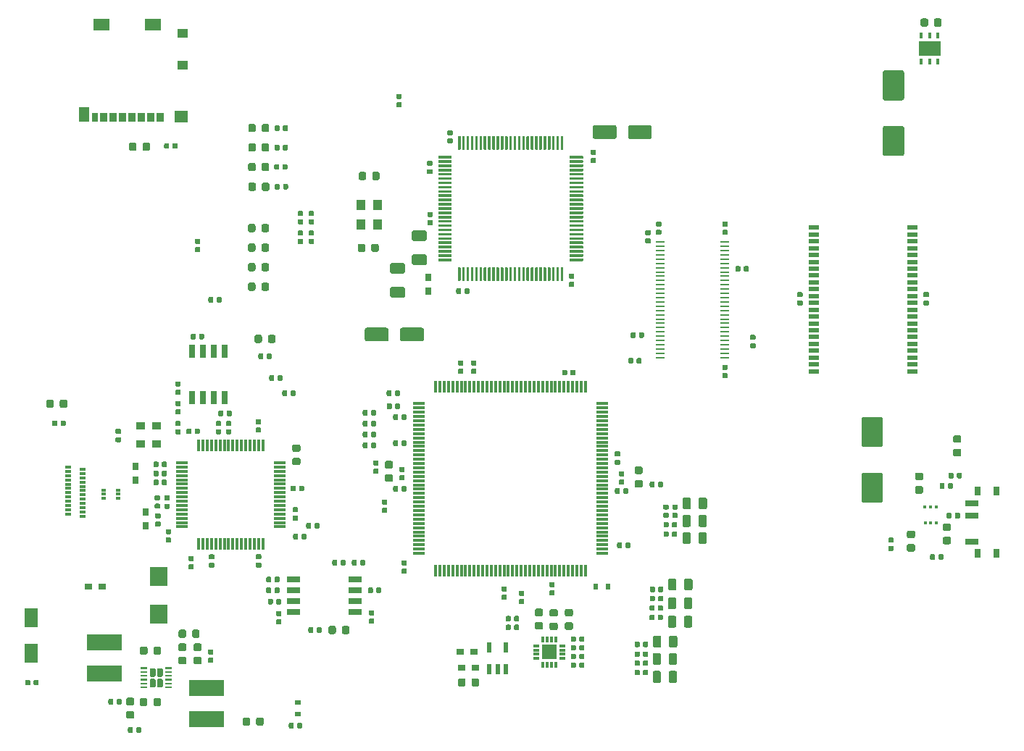
<source format=gbr>
G04 #@! TF.GenerationSoftware,KiCad,Pcbnew,(5.1.5)-3*
G04 #@! TF.CreationDate,2020-08-22T13:10:06+02:00*
G04 #@! TF.ProjectId,TFG20,54464732-302e-46b6-9963-61645f706362,rev?*
G04 #@! TF.SameCoordinates,Original*
G04 #@! TF.FileFunction,Paste,Top*
G04 #@! TF.FilePolarity,Positive*
%FSLAX46Y46*%
G04 Gerber Fmt 4.6, Leading zero omitted, Abs format (unit mm)*
G04 Created by KiCad (PCBNEW (5.1.5)-3) date 2020-08-22 13:10:06*
%MOMM*%
%LPD*%
G04 APERTURE LIST*
%ADD10R,1.100000X1.300000*%
%ADD11R,0.700000X0.850000*%
%ADD12C,0.100000*%
%ADD13R,0.700000X0.300000*%
%ADD14R,1.295000X0.600000*%
%ADD15R,1.550000X2.200000*%
%ADD16R,0.475000X0.300000*%
%ADD17R,1.500000X0.700000*%
%ADD18R,0.800000X1.000000*%
%ADD19R,0.850000X1.100000*%
%ADD20R,0.750000X1.100000*%
%ADD21R,1.170000X1.800000*%
%ADD22R,1.550000X1.350000*%
%ADD23R,1.200000X1.000000*%
%ADD24R,1.900000X1.350000*%
%ADD25R,0.400000X0.425000*%
%ADD26R,1.000000X0.285000*%
%ADD27R,0.700000X0.600000*%
%ADD28R,0.300000X1.475000*%
%ADD29R,1.475000X0.300000*%
%ADD30R,2.150000X2.250000*%
%ADD31R,1.000000X0.900000*%
%ADD32R,0.600000X0.700000*%
%ADD33R,0.850000X0.700000*%
%ADD34R,0.800000X0.300000*%
%ADD35R,0.300000X0.800000*%
%ADD36R,1.760000X1.760000*%
%ADD37R,0.600000X1.250000*%
%ADD38R,1.650000X0.650000*%
%ADD39R,2.500000X1.750000*%
%ADD40R,0.350000X0.800000*%
%ADD41R,0.650000X1.500000*%
%ADD42R,4.100000X1.850000*%
G04 APERTURE END LIST*
D10*
X61142920Y-59804920D03*
X61142920Y-62104920D03*
X59242920Y-62104920D03*
X59242920Y-59804920D03*
D11*
X67056000Y-68288000D03*
X67056000Y-69888000D03*
D12*
G36*
X121329718Y-99641870D02*
G01*
X121344036Y-99643994D01*
X121358077Y-99647511D01*
X121371706Y-99652388D01*
X121384791Y-99658577D01*
X121397207Y-99666018D01*
X121408833Y-99674641D01*
X121419558Y-99684362D01*
X121429279Y-99695087D01*
X121437902Y-99706713D01*
X121445343Y-99719129D01*
X121451532Y-99732214D01*
X121456409Y-99745843D01*
X121459926Y-99759884D01*
X121462050Y-99774202D01*
X121462760Y-99788660D01*
X121462760Y-100083660D01*
X121462050Y-100098118D01*
X121459926Y-100112436D01*
X121456409Y-100126477D01*
X121451532Y-100140106D01*
X121445343Y-100153191D01*
X121437902Y-100165607D01*
X121429279Y-100177233D01*
X121419558Y-100187958D01*
X121408833Y-100197679D01*
X121397207Y-100206302D01*
X121384791Y-100213743D01*
X121371706Y-100219932D01*
X121358077Y-100224809D01*
X121344036Y-100228326D01*
X121329718Y-100230450D01*
X121315260Y-100231160D01*
X120970260Y-100231160D01*
X120955802Y-100230450D01*
X120941484Y-100228326D01*
X120927443Y-100224809D01*
X120913814Y-100219932D01*
X120900729Y-100213743D01*
X120888313Y-100206302D01*
X120876687Y-100197679D01*
X120865962Y-100187958D01*
X120856241Y-100177233D01*
X120847618Y-100165607D01*
X120840177Y-100153191D01*
X120833988Y-100140106D01*
X120829111Y-100126477D01*
X120825594Y-100112436D01*
X120823470Y-100098118D01*
X120822760Y-100083660D01*
X120822760Y-99788660D01*
X120823470Y-99774202D01*
X120825594Y-99759884D01*
X120829111Y-99745843D01*
X120833988Y-99732214D01*
X120840177Y-99719129D01*
X120847618Y-99706713D01*
X120856241Y-99695087D01*
X120865962Y-99684362D01*
X120876687Y-99674641D01*
X120888313Y-99666018D01*
X120900729Y-99658577D01*
X120913814Y-99652388D01*
X120927443Y-99647511D01*
X120941484Y-99643994D01*
X120955802Y-99641870D01*
X120970260Y-99641160D01*
X121315260Y-99641160D01*
X121329718Y-99641870D01*
G37*
G36*
X121329718Y-98671870D02*
G01*
X121344036Y-98673994D01*
X121358077Y-98677511D01*
X121371706Y-98682388D01*
X121384791Y-98688577D01*
X121397207Y-98696018D01*
X121408833Y-98704641D01*
X121419558Y-98714362D01*
X121429279Y-98725087D01*
X121437902Y-98736713D01*
X121445343Y-98749129D01*
X121451532Y-98762214D01*
X121456409Y-98775843D01*
X121459926Y-98789884D01*
X121462050Y-98804202D01*
X121462760Y-98818660D01*
X121462760Y-99113660D01*
X121462050Y-99128118D01*
X121459926Y-99142436D01*
X121456409Y-99156477D01*
X121451532Y-99170106D01*
X121445343Y-99183191D01*
X121437902Y-99195607D01*
X121429279Y-99207233D01*
X121419558Y-99217958D01*
X121408833Y-99227679D01*
X121397207Y-99236302D01*
X121384791Y-99243743D01*
X121371706Y-99249932D01*
X121358077Y-99254809D01*
X121344036Y-99258326D01*
X121329718Y-99260450D01*
X121315260Y-99261160D01*
X120970260Y-99261160D01*
X120955802Y-99260450D01*
X120941484Y-99258326D01*
X120927443Y-99254809D01*
X120913814Y-99249932D01*
X120900729Y-99243743D01*
X120888313Y-99236302D01*
X120876687Y-99227679D01*
X120865962Y-99217958D01*
X120856241Y-99207233D01*
X120847618Y-99195607D01*
X120840177Y-99183191D01*
X120833988Y-99170106D01*
X120829111Y-99156477D01*
X120825594Y-99142436D01*
X120823470Y-99128118D01*
X120822760Y-99113660D01*
X120822760Y-98818660D01*
X120823470Y-98804202D01*
X120825594Y-98789884D01*
X120829111Y-98775843D01*
X120833988Y-98762214D01*
X120840177Y-98749129D01*
X120847618Y-98736713D01*
X120856241Y-98725087D01*
X120865962Y-98714362D01*
X120876687Y-98704641D01*
X120888313Y-98696018D01*
X120900729Y-98688577D01*
X120913814Y-98682388D01*
X120927443Y-98677511D01*
X120941484Y-98673994D01*
X120955802Y-98671870D01*
X120970260Y-98671160D01*
X121315260Y-98671160D01*
X121329718Y-98671870D01*
G37*
G36*
X127138958Y-100610150D02*
G01*
X127153276Y-100612274D01*
X127167317Y-100615791D01*
X127180946Y-100620668D01*
X127194031Y-100626857D01*
X127206447Y-100634298D01*
X127218073Y-100642921D01*
X127228798Y-100652642D01*
X127238519Y-100663367D01*
X127247142Y-100674993D01*
X127254583Y-100687409D01*
X127260772Y-100700494D01*
X127265649Y-100714123D01*
X127269166Y-100728164D01*
X127271290Y-100742482D01*
X127272000Y-100756940D01*
X127272000Y-101101940D01*
X127271290Y-101116398D01*
X127269166Y-101130716D01*
X127265649Y-101144757D01*
X127260772Y-101158386D01*
X127254583Y-101171471D01*
X127247142Y-101183887D01*
X127238519Y-101195513D01*
X127228798Y-101206238D01*
X127218073Y-101215959D01*
X127206447Y-101224582D01*
X127194031Y-101232023D01*
X127180946Y-101238212D01*
X127167317Y-101243089D01*
X127153276Y-101246606D01*
X127138958Y-101248730D01*
X127124500Y-101249440D01*
X126829500Y-101249440D01*
X126815042Y-101248730D01*
X126800724Y-101246606D01*
X126786683Y-101243089D01*
X126773054Y-101238212D01*
X126759969Y-101232023D01*
X126747553Y-101224582D01*
X126735927Y-101215959D01*
X126725202Y-101206238D01*
X126715481Y-101195513D01*
X126706858Y-101183887D01*
X126699417Y-101171471D01*
X126693228Y-101158386D01*
X126688351Y-101144757D01*
X126684834Y-101130716D01*
X126682710Y-101116398D01*
X126682000Y-101101940D01*
X126682000Y-100756940D01*
X126682710Y-100742482D01*
X126684834Y-100728164D01*
X126688351Y-100714123D01*
X126693228Y-100700494D01*
X126699417Y-100687409D01*
X126706858Y-100674993D01*
X126715481Y-100663367D01*
X126725202Y-100652642D01*
X126735927Y-100642921D01*
X126747553Y-100634298D01*
X126759969Y-100626857D01*
X126773054Y-100620668D01*
X126786683Y-100615791D01*
X126800724Y-100612274D01*
X126815042Y-100610150D01*
X126829500Y-100609440D01*
X127124500Y-100609440D01*
X127138958Y-100610150D01*
G37*
G36*
X126168958Y-100610150D02*
G01*
X126183276Y-100612274D01*
X126197317Y-100615791D01*
X126210946Y-100620668D01*
X126224031Y-100626857D01*
X126236447Y-100634298D01*
X126248073Y-100642921D01*
X126258798Y-100652642D01*
X126268519Y-100663367D01*
X126277142Y-100674993D01*
X126284583Y-100687409D01*
X126290772Y-100700494D01*
X126295649Y-100714123D01*
X126299166Y-100728164D01*
X126301290Y-100742482D01*
X126302000Y-100756940D01*
X126302000Y-101101940D01*
X126301290Y-101116398D01*
X126299166Y-101130716D01*
X126295649Y-101144757D01*
X126290772Y-101158386D01*
X126284583Y-101171471D01*
X126277142Y-101183887D01*
X126268519Y-101195513D01*
X126258798Y-101206238D01*
X126248073Y-101215959D01*
X126236447Y-101224582D01*
X126224031Y-101232023D01*
X126210946Y-101238212D01*
X126197317Y-101243089D01*
X126183276Y-101246606D01*
X126168958Y-101248730D01*
X126154500Y-101249440D01*
X125859500Y-101249440D01*
X125845042Y-101248730D01*
X125830724Y-101246606D01*
X125816683Y-101243089D01*
X125803054Y-101238212D01*
X125789969Y-101232023D01*
X125777553Y-101224582D01*
X125765927Y-101215959D01*
X125755202Y-101206238D01*
X125745481Y-101195513D01*
X125736858Y-101183887D01*
X125729417Y-101171471D01*
X125723228Y-101158386D01*
X125718351Y-101144757D01*
X125714834Y-101130716D01*
X125712710Y-101116398D01*
X125712000Y-101101940D01*
X125712000Y-100756940D01*
X125712710Y-100742482D01*
X125714834Y-100728164D01*
X125718351Y-100714123D01*
X125723228Y-100700494D01*
X125729417Y-100687409D01*
X125736858Y-100674993D01*
X125745481Y-100663367D01*
X125755202Y-100652642D01*
X125765927Y-100642921D01*
X125777553Y-100634298D01*
X125789969Y-100626857D01*
X125803054Y-100620668D01*
X125816683Y-100615791D01*
X125830724Y-100612274D01*
X125845042Y-100610150D01*
X125859500Y-100609440D01*
X126154500Y-100609440D01*
X126168958Y-100610150D01*
G37*
G36*
X35658051Y-111402893D02*
G01*
X35679286Y-111406043D01*
X35700110Y-111411259D01*
X35720322Y-111418491D01*
X35739728Y-111427670D01*
X35758141Y-111438706D01*
X35775384Y-111451494D01*
X35791290Y-111465910D01*
X35805706Y-111481816D01*
X35818494Y-111499059D01*
X35829530Y-111517472D01*
X35838709Y-111536878D01*
X35845941Y-111557090D01*
X35851157Y-111577914D01*
X35854307Y-111599149D01*
X35855360Y-111620590D01*
X35855360Y-112133090D01*
X35854307Y-112154531D01*
X35851157Y-112175766D01*
X35845941Y-112196590D01*
X35838709Y-112216802D01*
X35829530Y-112236208D01*
X35818494Y-112254621D01*
X35805706Y-112271864D01*
X35791290Y-112287770D01*
X35775384Y-112302186D01*
X35758141Y-112314974D01*
X35739728Y-112326010D01*
X35720322Y-112335189D01*
X35700110Y-112342421D01*
X35679286Y-112347637D01*
X35658051Y-112350787D01*
X35636610Y-112351840D01*
X35199110Y-112351840D01*
X35177669Y-112350787D01*
X35156434Y-112347637D01*
X35135610Y-112342421D01*
X35115398Y-112335189D01*
X35095992Y-112326010D01*
X35077579Y-112314974D01*
X35060336Y-112302186D01*
X35044430Y-112287770D01*
X35030014Y-112271864D01*
X35017226Y-112254621D01*
X35006190Y-112236208D01*
X34997011Y-112216802D01*
X34989779Y-112196590D01*
X34984563Y-112175766D01*
X34981413Y-112154531D01*
X34980360Y-112133090D01*
X34980360Y-111620590D01*
X34981413Y-111599149D01*
X34984563Y-111577914D01*
X34989779Y-111557090D01*
X34997011Y-111536878D01*
X35006190Y-111517472D01*
X35017226Y-111499059D01*
X35030014Y-111481816D01*
X35044430Y-111465910D01*
X35060336Y-111451494D01*
X35077579Y-111438706D01*
X35095992Y-111427670D01*
X35115398Y-111418491D01*
X35135610Y-111411259D01*
X35156434Y-111406043D01*
X35177669Y-111402893D01*
X35199110Y-111401840D01*
X35636610Y-111401840D01*
X35658051Y-111402893D01*
G37*
G36*
X34083051Y-111402893D02*
G01*
X34104286Y-111406043D01*
X34125110Y-111411259D01*
X34145322Y-111418491D01*
X34164728Y-111427670D01*
X34183141Y-111438706D01*
X34200384Y-111451494D01*
X34216290Y-111465910D01*
X34230706Y-111481816D01*
X34243494Y-111499059D01*
X34254530Y-111517472D01*
X34263709Y-111536878D01*
X34270941Y-111557090D01*
X34276157Y-111577914D01*
X34279307Y-111599149D01*
X34280360Y-111620590D01*
X34280360Y-112133090D01*
X34279307Y-112154531D01*
X34276157Y-112175766D01*
X34270941Y-112196590D01*
X34263709Y-112216802D01*
X34254530Y-112236208D01*
X34243494Y-112254621D01*
X34230706Y-112271864D01*
X34216290Y-112287770D01*
X34200384Y-112302186D01*
X34183141Y-112314974D01*
X34164728Y-112326010D01*
X34145322Y-112335189D01*
X34125110Y-112342421D01*
X34104286Y-112347637D01*
X34083051Y-112350787D01*
X34061610Y-112351840D01*
X33624110Y-112351840D01*
X33602669Y-112350787D01*
X33581434Y-112347637D01*
X33560610Y-112342421D01*
X33540398Y-112335189D01*
X33520992Y-112326010D01*
X33502579Y-112314974D01*
X33485336Y-112302186D01*
X33469430Y-112287770D01*
X33455014Y-112271864D01*
X33442226Y-112254621D01*
X33431190Y-112236208D01*
X33422011Y-112216802D01*
X33414779Y-112196590D01*
X33409563Y-112175766D01*
X33406413Y-112154531D01*
X33405360Y-112133090D01*
X33405360Y-111620590D01*
X33406413Y-111599149D01*
X33409563Y-111577914D01*
X33414779Y-111557090D01*
X33422011Y-111536878D01*
X33431190Y-111517472D01*
X33442226Y-111499059D01*
X33455014Y-111481816D01*
X33469430Y-111465910D01*
X33485336Y-111451494D01*
X33502579Y-111438706D01*
X33520992Y-111427670D01*
X33540398Y-111418491D01*
X33560610Y-111411259D01*
X33581434Y-111406043D01*
X33602669Y-111402893D01*
X33624110Y-111401840D01*
X34061610Y-111401840D01*
X34083051Y-111402893D01*
G37*
G36*
X35642811Y-117417613D02*
G01*
X35664046Y-117420763D01*
X35684870Y-117425979D01*
X35705082Y-117433211D01*
X35724488Y-117442390D01*
X35742901Y-117453426D01*
X35760144Y-117466214D01*
X35776050Y-117480630D01*
X35790466Y-117496536D01*
X35803254Y-117513779D01*
X35814290Y-117532192D01*
X35823469Y-117551598D01*
X35830701Y-117571810D01*
X35835917Y-117592634D01*
X35839067Y-117613869D01*
X35840120Y-117635310D01*
X35840120Y-118147810D01*
X35839067Y-118169251D01*
X35835917Y-118190486D01*
X35830701Y-118211310D01*
X35823469Y-118231522D01*
X35814290Y-118250928D01*
X35803254Y-118269341D01*
X35790466Y-118286584D01*
X35776050Y-118302490D01*
X35760144Y-118316906D01*
X35742901Y-118329694D01*
X35724488Y-118340730D01*
X35705082Y-118349909D01*
X35684870Y-118357141D01*
X35664046Y-118362357D01*
X35642811Y-118365507D01*
X35621370Y-118366560D01*
X35183870Y-118366560D01*
X35162429Y-118365507D01*
X35141194Y-118362357D01*
X35120370Y-118357141D01*
X35100158Y-118349909D01*
X35080752Y-118340730D01*
X35062339Y-118329694D01*
X35045096Y-118316906D01*
X35029190Y-118302490D01*
X35014774Y-118286584D01*
X35001986Y-118269341D01*
X34990950Y-118250928D01*
X34981771Y-118231522D01*
X34974539Y-118211310D01*
X34969323Y-118190486D01*
X34966173Y-118169251D01*
X34965120Y-118147810D01*
X34965120Y-117635310D01*
X34966173Y-117613869D01*
X34969323Y-117592634D01*
X34974539Y-117571810D01*
X34981771Y-117551598D01*
X34990950Y-117532192D01*
X35001986Y-117513779D01*
X35014774Y-117496536D01*
X35029190Y-117480630D01*
X35045096Y-117466214D01*
X35062339Y-117453426D01*
X35080752Y-117442390D01*
X35100158Y-117433211D01*
X35120370Y-117425979D01*
X35141194Y-117420763D01*
X35162429Y-117417613D01*
X35183870Y-117416560D01*
X35621370Y-117416560D01*
X35642811Y-117417613D01*
G37*
G36*
X34067811Y-117417613D02*
G01*
X34089046Y-117420763D01*
X34109870Y-117425979D01*
X34130082Y-117433211D01*
X34149488Y-117442390D01*
X34167901Y-117453426D01*
X34185144Y-117466214D01*
X34201050Y-117480630D01*
X34215466Y-117496536D01*
X34228254Y-117513779D01*
X34239290Y-117532192D01*
X34248469Y-117551598D01*
X34255701Y-117571810D01*
X34260917Y-117592634D01*
X34264067Y-117613869D01*
X34265120Y-117635310D01*
X34265120Y-118147810D01*
X34264067Y-118169251D01*
X34260917Y-118190486D01*
X34255701Y-118211310D01*
X34248469Y-118231522D01*
X34239290Y-118250928D01*
X34228254Y-118269341D01*
X34215466Y-118286584D01*
X34201050Y-118302490D01*
X34185144Y-118316906D01*
X34167901Y-118329694D01*
X34149488Y-118340730D01*
X34130082Y-118349909D01*
X34109870Y-118357141D01*
X34089046Y-118362357D01*
X34067811Y-118365507D01*
X34046370Y-118366560D01*
X33608870Y-118366560D01*
X33587429Y-118365507D01*
X33566194Y-118362357D01*
X33545370Y-118357141D01*
X33525158Y-118349909D01*
X33505752Y-118340730D01*
X33487339Y-118329694D01*
X33470096Y-118316906D01*
X33454190Y-118302490D01*
X33439774Y-118286584D01*
X33426986Y-118269341D01*
X33415950Y-118250928D01*
X33406771Y-118231522D01*
X33399539Y-118211310D01*
X33394323Y-118190486D01*
X33391173Y-118169251D01*
X33390120Y-118147810D01*
X33390120Y-117635310D01*
X33391173Y-117613869D01*
X33394323Y-117592634D01*
X33399539Y-117571810D01*
X33406771Y-117551598D01*
X33415950Y-117532192D01*
X33426986Y-117513779D01*
X33439774Y-117496536D01*
X33454190Y-117480630D01*
X33470096Y-117466214D01*
X33487339Y-117453426D01*
X33505752Y-117442390D01*
X33525158Y-117433211D01*
X33545370Y-117425979D01*
X33566194Y-117420763D01*
X33587429Y-117417613D01*
X33608870Y-117416560D01*
X34046370Y-117416560D01*
X34067811Y-117417613D01*
G37*
G36*
X129157291Y-88290933D02*
G01*
X129178526Y-88294083D01*
X129199350Y-88299299D01*
X129219562Y-88306531D01*
X129238968Y-88315710D01*
X129257381Y-88326746D01*
X129274624Y-88339534D01*
X129290530Y-88353950D01*
X129304946Y-88369856D01*
X129317734Y-88387099D01*
X129328770Y-88405512D01*
X129337949Y-88424918D01*
X129345181Y-88445130D01*
X129350397Y-88465954D01*
X129353547Y-88487189D01*
X129354600Y-88508630D01*
X129354600Y-88946130D01*
X129353547Y-88967571D01*
X129350397Y-88988806D01*
X129345181Y-89009630D01*
X129337949Y-89029842D01*
X129328770Y-89049248D01*
X129317734Y-89067661D01*
X129304946Y-89084904D01*
X129290530Y-89100810D01*
X129274624Y-89115226D01*
X129257381Y-89128014D01*
X129238968Y-89139050D01*
X129219562Y-89148229D01*
X129199350Y-89155461D01*
X129178526Y-89160677D01*
X129157291Y-89163827D01*
X129135850Y-89164880D01*
X128623350Y-89164880D01*
X128601909Y-89163827D01*
X128580674Y-89160677D01*
X128559850Y-89155461D01*
X128539638Y-89148229D01*
X128520232Y-89139050D01*
X128501819Y-89128014D01*
X128484576Y-89115226D01*
X128468670Y-89100810D01*
X128454254Y-89084904D01*
X128441466Y-89067661D01*
X128430430Y-89049248D01*
X128421251Y-89029842D01*
X128414019Y-89009630D01*
X128408803Y-88988806D01*
X128405653Y-88967571D01*
X128404600Y-88946130D01*
X128404600Y-88508630D01*
X128405653Y-88487189D01*
X128408803Y-88465954D01*
X128414019Y-88445130D01*
X128421251Y-88424918D01*
X128430430Y-88405512D01*
X128441466Y-88387099D01*
X128454254Y-88369856D01*
X128468670Y-88353950D01*
X128484576Y-88339534D01*
X128501819Y-88326746D01*
X128520232Y-88315710D01*
X128539638Y-88306531D01*
X128559850Y-88299299D01*
X128580674Y-88294083D01*
X128601909Y-88290933D01*
X128623350Y-88289880D01*
X129135850Y-88289880D01*
X129157291Y-88290933D01*
G37*
G36*
X129157291Y-86715933D02*
G01*
X129178526Y-86719083D01*
X129199350Y-86724299D01*
X129219562Y-86731531D01*
X129238968Y-86740710D01*
X129257381Y-86751746D01*
X129274624Y-86764534D01*
X129290530Y-86778950D01*
X129304946Y-86794856D01*
X129317734Y-86812099D01*
X129328770Y-86830512D01*
X129337949Y-86849918D01*
X129345181Y-86870130D01*
X129350397Y-86890954D01*
X129353547Y-86912189D01*
X129354600Y-86933630D01*
X129354600Y-87371130D01*
X129353547Y-87392571D01*
X129350397Y-87413806D01*
X129345181Y-87434630D01*
X129337949Y-87454842D01*
X129328770Y-87474248D01*
X129317734Y-87492661D01*
X129304946Y-87509904D01*
X129290530Y-87525810D01*
X129274624Y-87540226D01*
X129257381Y-87553014D01*
X129238968Y-87564050D01*
X129219562Y-87573229D01*
X129199350Y-87580461D01*
X129178526Y-87585677D01*
X129157291Y-87588827D01*
X129135850Y-87589880D01*
X128623350Y-87589880D01*
X128601909Y-87588827D01*
X128580674Y-87585677D01*
X128559850Y-87580461D01*
X128539638Y-87573229D01*
X128520232Y-87564050D01*
X128501819Y-87553014D01*
X128484576Y-87540226D01*
X128468670Y-87525810D01*
X128454254Y-87509904D01*
X128441466Y-87492661D01*
X128430430Y-87474248D01*
X128421251Y-87454842D01*
X128414019Y-87434630D01*
X128408803Y-87413806D01*
X128405653Y-87392571D01*
X128404600Y-87371130D01*
X128404600Y-86933630D01*
X128405653Y-86912189D01*
X128408803Y-86890954D01*
X128414019Y-86870130D01*
X128421251Y-86849918D01*
X128430430Y-86830512D01*
X128441466Y-86812099D01*
X128454254Y-86794856D01*
X128468670Y-86778950D01*
X128484576Y-86764534D01*
X128501819Y-86751746D01*
X128520232Y-86740710D01*
X128539638Y-86731531D01*
X128559850Y-86724299D01*
X128580674Y-86719083D01*
X128601909Y-86715933D01*
X128623350Y-86714880D01*
X129135850Y-86714880D01*
X129157291Y-86715933D01*
G37*
G36*
X47646851Y-119693453D02*
G01*
X47668086Y-119696603D01*
X47688910Y-119701819D01*
X47709122Y-119709051D01*
X47728528Y-119718230D01*
X47746941Y-119729266D01*
X47764184Y-119742054D01*
X47780090Y-119756470D01*
X47794506Y-119772376D01*
X47807294Y-119789619D01*
X47818330Y-119808032D01*
X47827509Y-119827438D01*
X47834741Y-119847650D01*
X47839957Y-119868474D01*
X47843107Y-119889709D01*
X47844160Y-119911150D01*
X47844160Y-120423650D01*
X47843107Y-120445091D01*
X47839957Y-120466326D01*
X47834741Y-120487150D01*
X47827509Y-120507362D01*
X47818330Y-120526768D01*
X47807294Y-120545181D01*
X47794506Y-120562424D01*
X47780090Y-120578330D01*
X47764184Y-120592746D01*
X47746941Y-120605534D01*
X47728528Y-120616570D01*
X47709122Y-120625749D01*
X47688910Y-120632981D01*
X47668086Y-120638197D01*
X47646851Y-120641347D01*
X47625410Y-120642400D01*
X47187910Y-120642400D01*
X47166469Y-120641347D01*
X47145234Y-120638197D01*
X47124410Y-120632981D01*
X47104198Y-120625749D01*
X47084792Y-120616570D01*
X47066379Y-120605534D01*
X47049136Y-120592746D01*
X47033230Y-120578330D01*
X47018814Y-120562424D01*
X47006026Y-120545181D01*
X46994990Y-120526768D01*
X46985811Y-120507362D01*
X46978579Y-120487150D01*
X46973363Y-120466326D01*
X46970213Y-120445091D01*
X46969160Y-120423650D01*
X46969160Y-119911150D01*
X46970213Y-119889709D01*
X46973363Y-119868474D01*
X46978579Y-119847650D01*
X46985811Y-119827438D01*
X46994990Y-119808032D01*
X47006026Y-119789619D01*
X47018814Y-119772376D01*
X47033230Y-119756470D01*
X47049136Y-119742054D01*
X47066379Y-119729266D01*
X47084792Y-119718230D01*
X47104198Y-119709051D01*
X47124410Y-119701819D01*
X47145234Y-119696603D01*
X47166469Y-119693453D01*
X47187910Y-119692400D01*
X47625410Y-119692400D01*
X47646851Y-119693453D01*
G37*
G36*
X46071851Y-119693453D02*
G01*
X46093086Y-119696603D01*
X46113910Y-119701819D01*
X46134122Y-119709051D01*
X46153528Y-119718230D01*
X46171941Y-119729266D01*
X46189184Y-119742054D01*
X46205090Y-119756470D01*
X46219506Y-119772376D01*
X46232294Y-119789619D01*
X46243330Y-119808032D01*
X46252509Y-119827438D01*
X46259741Y-119847650D01*
X46264957Y-119868474D01*
X46268107Y-119889709D01*
X46269160Y-119911150D01*
X46269160Y-120423650D01*
X46268107Y-120445091D01*
X46264957Y-120466326D01*
X46259741Y-120487150D01*
X46252509Y-120507362D01*
X46243330Y-120526768D01*
X46232294Y-120545181D01*
X46219506Y-120562424D01*
X46205090Y-120578330D01*
X46189184Y-120592746D01*
X46171941Y-120605534D01*
X46153528Y-120616570D01*
X46134122Y-120625749D01*
X46113910Y-120632981D01*
X46093086Y-120638197D01*
X46071851Y-120641347D01*
X46050410Y-120642400D01*
X45612910Y-120642400D01*
X45591469Y-120641347D01*
X45570234Y-120638197D01*
X45549410Y-120632981D01*
X45529198Y-120625749D01*
X45509792Y-120616570D01*
X45491379Y-120605534D01*
X45474136Y-120592746D01*
X45458230Y-120578330D01*
X45443814Y-120562424D01*
X45431026Y-120545181D01*
X45419990Y-120526768D01*
X45410811Y-120507362D01*
X45403579Y-120487150D01*
X45398363Y-120466326D01*
X45395213Y-120445091D01*
X45394160Y-120423650D01*
X45394160Y-119911150D01*
X45395213Y-119889709D01*
X45398363Y-119868474D01*
X45403579Y-119847650D01*
X45410811Y-119827438D01*
X45419990Y-119808032D01*
X45431026Y-119789619D01*
X45443814Y-119772376D01*
X45458230Y-119756470D01*
X45474136Y-119742054D01*
X45491379Y-119729266D01*
X45509792Y-119718230D01*
X45529198Y-119709051D01*
X45549410Y-119701819D01*
X45570234Y-119696603D01*
X45591469Y-119693453D01*
X45612910Y-119692400D01*
X46050410Y-119692400D01*
X46071851Y-119693453D01*
G37*
G36*
X40169091Y-109431853D02*
G01*
X40190326Y-109435003D01*
X40211150Y-109440219D01*
X40231362Y-109447451D01*
X40250768Y-109456630D01*
X40269181Y-109467666D01*
X40286424Y-109480454D01*
X40302330Y-109494870D01*
X40316746Y-109510776D01*
X40329534Y-109528019D01*
X40340570Y-109546432D01*
X40349749Y-109565838D01*
X40356981Y-109586050D01*
X40362197Y-109606874D01*
X40365347Y-109628109D01*
X40366400Y-109649550D01*
X40366400Y-110162050D01*
X40365347Y-110183491D01*
X40362197Y-110204726D01*
X40356981Y-110225550D01*
X40349749Y-110245762D01*
X40340570Y-110265168D01*
X40329534Y-110283581D01*
X40316746Y-110300824D01*
X40302330Y-110316730D01*
X40286424Y-110331146D01*
X40269181Y-110343934D01*
X40250768Y-110354970D01*
X40231362Y-110364149D01*
X40211150Y-110371381D01*
X40190326Y-110376597D01*
X40169091Y-110379747D01*
X40147650Y-110380800D01*
X39710150Y-110380800D01*
X39688709Y-110379747D01*
X39667474Y-110376597D01*
X39646650Y-110371381D01*
X39626438Y-110364149D01*
X39607032Y-110354970D01*
X39588619Y-110343934D01*
X39571376Y-110331146D01*
X39555470Y-110316730D01*
X39541054Y-110300824D01*
X39528266Y-110283581D01*
X39517230Y-110265168D01*
X39508051Y-110245762D01*
X39500819Y-110225550D01*
X39495603Y-110204726D01*
X39492453Y-110183491D01*
X39491400Y-110162050D01*
X39491400Y-109649550D01*
X39492453Y-109628109D01*
X39495603Y-109606874D01*
X39500819Y-109586050D01*
X39508051Y-109565838D01*
X39517230Y-109546432D01*
X39528266Y-109528019D01*
X39541054Y-109510776D01*
X39555470Y-109494870D01*
X39571376Y-109480454D01*
X39588619Y-109467666D01*
X39607032Y-109456630D01*
X39626438Y-109447451D01*
X39646650Y-109440219D01*
X39667474Y-109435003D01*
X39688709Y-109431853D01*
X39710150Y-109430800D01*
X40147650Y-109430800D01*
X40169091Y-109431853D01*
G37*
G36*
X38594091Y-109431853D02*
G01*
X38615326Y-109435003D01*
X38636150Y-109440219D01*
X38656362Y-109447451D01*
X38675768Y-109456630D01*
X38694181Y-109467666D01*
X38711424Y-109480454D01*
X38727330Y-109494870D01*
X38741746Y-109510776D01*
X38754534Y-109528019D01*
X38765570Y-109546432D01*
X38774749Y-109565838D01*
X38781981Y-109586050D01*
X38787197Y-109606874D01*
X38790347Y-109628109D01*
X38791400Y-109649550D01*
X38791400Y-110162050D01*
X38790347Y-110183491D01*
X38787197Y-110204726D01*
X38781981Y-110225550D01*
X38774749Y-110245762D01*
X38765570Y-110265168D01*
X38754534Y-110283581D01*
X38741746Y-110300824D01*
X38727330Y-110316730D01*
X38711424Y-110331146D01*
X38694181Y-110343934D01*
X38675768Y-110354970D01*
X38656362Y-110364149D01*
X38636150Y-110371381D01*
X38615326Y-110376597D01*
X38594091Y-110379747D01*
X38572650Y-110380800D01*
X38135150Y-110380800D01*
X38113709Y-110379747D01*
X38092474Y-110376597D01*
X38071650Y-110371381D01*
X38051438Y-110364149D01*
X38032032Y-110354970D01*
X38013619Y-110343934D01*
X37996376Y-110331146D01*
X37980470Y-110316730D01*
X37966054Y-110300824D01*
X37953266Y-110283581D01*
X37942230Y-110265168D01*
X37933051Y-110245762D01*
X37925819Y-110225550D01*
X37920603Y-110204726D01*
X37917453Y-110183491D01*
X37916400Y-110162050D01*
X37916400Y-109649550D01*
X37917453Y-109628109D01*
X37920603Y-109606874D01*
X37925819Y-109586050D01*
X37933051Y-109565838D01*
X37942230Y-109546432D01*
X37953266Y-109528019D01*
X37966054Y-109510776D01*
X37980470Y-109494870D01*
X37996376Y-109480454D01*
X38013619Y-109467666D01*
X38032032Y-109456630D01*
X38051438Y-109447451D01*
X38071650Y-109440219D01*
X38092474Y-109435003D01*
X38113709Y-109431853D01*
X38135150Y-109430800D01*
X38572650Y-109430800D01*
X38594091Y-109431853D01*
G37*
G36*
X69765351Y-54048361D02*
G01*
X69772632Y-54049441D01*
X69779771Y-54051229D01*
X69786701Y-54053709D01*
X69793355Y-54056856D01*
X69799668Y-54060640D01*
X69805579Y-54065024D01*
X69811033Y-54069967D01*
X69815976Y-54075421D01*
X69820360Y-54081332D01*
X69824144Y-54087645D01*
X69827291Y-54094299D01*
X69829771Y-54101229D01*
X69831559Y-54108368D01*
X69832639Y-54115649D01*
X69833000Y-54123000D01*
X69833000Y-54273000D01*
X69832639Y-54280351D01*
X69831559Y-54287632D01*
X69829771Y-54294771D01*
X69827291Y-54301701D01*
X69824144Y-54308355D01*
X69820360Y-54314668D01*
X69815976Y-54320579D01*
X69811033Y-54326033D01*
X69805579Y-54330976D01*
X69799668Y-54335360D01*
X69793355Y-54339144D01*
X69786701Y-54342291D01*
X69779771Y-54344771D01*
X69772632Y-54346559D01*
X69765351Y-54347639D01*
X69758000Y-54348000D01*
X68308000Y-54348000D01*
X68300649Y-54347639D01*
X68293368Y-54346559D01*
X68286229Y-54344771D01*
X68279299Y-54342291D01*
X68272645Y-54339144D01*
X68266332Y-54335360D01*
X68260421Y-54330976D01*
X68254967Y-54326033D01*
X68250024Y-54320579D01*
X68245640Y-54314668D01*
X68241856Y-54308355D01*
X68238709Y-54301701D01*
X68236229Y-54294771D01*
X68234441Y-54287632D01*
X68233361Y-54280351D01*
X68233000Y-54273000D01*
X68233000Y-54123000D01*
X68233361Y-54115649D01*
X68234441Y-54108368D01*
X68236229Y-54101229D01*
X68238709Y-54094299D01*
X68241856Y-54087645D01*
X68245640Y-54081332D01*
X68250024Y-54075421D01*
X68254967Y-54069967D01*
X68260421Y-54065024D01*
X68266332Y-54060640D01*
X68272645Y-54056856D01*
X68279299Y-54053709D01*
X68286229Y-54051229D01*
X68293368Y-54049441D01*
X68300649Y-54048361D01*
X68308000Y-54048000D01*
X69758000Y-54048000D01*
X69765351Y-54048361D01*
G37*
G36*
X69765351Y-54548361D02*
G01*
X69772632Y-54549441D01*
X69779771Y-54551229D01*
X69786701Y-54553709D01*
X69793355Y-54556856D01*
X69799668Y-54560640D01*
X69805579Y-54565024D01*
X69811033Y-54569967D01*
X69815976Y-54575421D01*
X69820360Y-54581332D01*
X69824144Y-54587645D01*
X69827291Y-54594299D01*
X69829771Y-54601229D01*
X69831559Y-54608368D01*
X69832639Y-54615649D01*
X69833000Y-54623000D01*
X69833000Y-54773000D01*
X69832639Y-54780351D01*
X69831559Y-54787632D01*
X69829771Y-54794771D01*
X69827291Y-54801701D01*
X69824144Y-54808355D01*
X69820360Y-54814668D01*
X69815976Y-54820579D01*
X69811033Y-54826033D01*
X69805579Y-54830976D01*
X69799668Y-54835360D01*
X69793355Y-54839144D01*
X69786701Y-54842291D01*
X69779771Y-54844771D01*
X69772632Y-54846559D01*
X69765351Y-54847639D01*
X69758000Y-54848000D01*
X68308000Y-54848000D01*
X68300649Y-54847639D01*
X68293368Y-54846559D01*
X68286229Y-54844771D01*
X68279299Y-54842291D01*
X68272645Y-54839144D01*
X68266332Y-54835360D01*
X68260421Y-54830976D01*
X68254967Y-54826033D01*
X68250024Y-54820579D01*
X68245640Y-54814668D01*
X68241856Y-54808355D01*
X68238709Y-54801701D01*
X68236229Y-54794771D01*
X68234441Y-54787632D01*
X68233361Y-54780351D01*
X68233000Y-54773000D01*
X68233000Y-54623000D01*
X68233361Y-54615649D01*
X68234441Y-54608368D01*
X68236229Y-54601229D01*
X68238709Y-54594299D01*
X68241856Y-54587645D01*
X68245640Y-54581332D01*
X68250024Y-54575421D01*
X68254967Y-54569967D01*
X68260421Y-54565024D01*
X68266332Y-54560640D01*
X68272645Y-54556856D01*
X68279299Y-54553709D01*
X68286229Y-54551229D01*
X68293368Y-54549441D01*
X68300649Y-54548361D01*
X68308000Y-54548000D01*
X69758000Y-54548000D01*
X69765351Y-54548361D01*
G37*
G36*
X69765351Y-55048361D02*
G01*
X69772632Y-55049441D01*
X69779771Y-55051229D01*
X69786701Y-55053709D01*
X69793355Y-55056856D01*
X69799668Y-55060640D01*
X69805579Y-55065024D01*
X69811033Y-55069967D01*
X69815976Y-55075421D01*
X69820360Y-55081332D01*
X69824144Y-55087645D01*
X69827291Y-55094299D01*
X69829771Y-55101229D01*
X69831559Y-55108368D01*
X69832639Y-55115649D01*
X69833000Y-55123000D01*
X69833000Y-55273000D01*
X69832639Y-55280351D01*
X69831559Y-55287632D01*
X69829771Y-55294771D01*
X69827291Y-55301701D01*
X69824144Y-55308355D01*
X69820360Y-55314668D01*
X69815976Y-55320579D01*
X69811033Y-55326033D01*
X69805579Y-55330976D01*
X69799668Y-55335360D01*
X69793355Y-55339144D01*
X69786701Y-55342291D01*
X69779771Y-55344771D01*
X69772632Y-55346559D01*
X69765351Y-55347639D01*
X69758000Y-55348000D01*
X68308000Y-55348000D01*
X68300649Y-55347639D01*
X68293368Y-55346559D01*
X68286229Y-55344771D01*
X68279299Y-55342291D01*
X68272645Y-55339144D01*
X68266332Y-55335360D01*
X68260421Y-55330976D01*
X68254967Y-55326033D01*
X68250024Y-55320579D01*
X68245640Y-55314668D01*
X68241856Y-55308355D01*
X68238709Y-55301701D01*
X68236229Y-55294771D01*
X68234441Y-55287632D01*
X68233361Y-55280351D01*
X68233000Y-55273000D01*
X68233000Y-55123000D01*
X68233361Y-55115649D01*
X68234441Y-55108368D01*
X68236229Y-55101229D01*
X68238709Y-55094299D01*
X68241856Y-55087645D01*
X68245640Y-55081332D01*
X68250024Y-55075421D01*
X68254967Y-55069967D01*
X68260421Y-55065024D01*
X68266332Y-55060640D01*
X68272645Y-55056856D01*
X68279299Y-55053709D01*
X68286229Y-55051229D01*
X68293368Y-55049441D01*
X68300649Y-55048361D01*
X68308000Y-55048000D01*
X69758000Y-55048000D01*
X69765351Y-55048361D01*
G37*
G36*
X69765351Y-55548361D02*
G01*
X69772632Y-55549441D01*
X69779771Y-55551229D01*
X69786701Y-55553709D01*
X69793355Y-55556856D01*
X69799668Y-55560640D01*
X69805579Y-55565024D01*
X69811033Y-55569967D01*
X69815976Y-55575421D01*
X69820360Y-55581332D01*
X69824144Y-55587645D01*
X69827291Y-55594299D01*
X69829771Y-55601229D01*
X69831559Y-55608368D01*
X69832639Y-55615649D01*
X69833000Y-55623000D01*
X69833000Y-55773000D01*
X69832639Y-55780351D01*
X69831559Y-55787632D01*
X69829771Y-55794771D01*
X69827291Y-55801701D01*
X69824144Y-55808355D01*
X69820360Y-55814668D01*
X69815976Y-55820579D01*
X69811033Y-55826033D01*
X69805579Y-55830976D01*
X69799668Y-55835360D01*
X69793355Y-55839144D01*
X69786701Y-55842291D01*
X69779771Y-55844771D01*
X69772632Y-55846559D01*
X69765351Y-55847639D01*
X69758000Y-55848000D01*
X68308000Y-55848000D01*
X68300649Y-55847639D01*
X68293368Y-55846559D01*
X68286229Y-55844771D01*
X68279299Y-55842291D01*
X68272645Y-55839144D01*
X68266332Y-55835360D01*
X68260421Y-55830976D01*
X68254967Y-55826033D01*
X68250024Y-55820579D01*
X68245640Y-55814668D01*
X68241856Y-55808355D01*
X68238709Y-55801701D01*
X68236229Y-55794771D01*
X68234441Y-55787632D01*
X68233361Y-55780351D01*
X68233000Y-55773000D01*
X68233000Y-55623000D01*
X68233361Y-55615649D01*
X68234441Y-55608368D01*
X68236229Y-55601229D01*
X68238709Y-55594299D01*
X68241856Y-55587645D01*
X68245640Y-55581332D01*
X68250024Y-55575421D01*
X68254967Y-55569967D01*
X68260421Y-55565024D01*
X68266332Y-55560640D01*
X68272645Y-55556856D01*
X68279299Y-55553709D01*
X68286229Y-55551229D01*
X68293368Y-55549441D01*
X68300649Y-55548361D01*
X68308000Y-55548000D01*
X69758000Y-55548000D01*
X69765351Y-55548361D01*
G37*
G36*
X69765351Y-56048361D02*
G01*
X69772632Y-56049441D01*
X69779771Y-56051229D01*
X69786701Y-56053709D01*
X69793355Y-56056856D01*
X69799668Y-56060640D01*
X69805579Y-56065024D01*
X69811033Y-56069967D01*
X69815976Y-56075421D01*
X69820360Y-56081332D01*
X69824144Y-56087645D01*
X69827291Y-56094299D01*
X69829771Y-56101229D01*
X69831559Y-56108368D01*
X69832639Y-56115649D01*
X69833000Y-56123000D01*
X69833000Y-56273000D01*
X69832639Y-56280351D01*
X69831559Y-56287632D01*
X69829771Y-56294771D01*
X69827291Y-56301701D01*
X69824144Y-56308355D01*
X69820360Y-56314668D01*
X69815976Y-56320579D01*
X69811033Y-56326033D01*
X69805579Y-56330976D01*
X69799668Y-56335360D01*
X69793355Y-56339144D01*
X69786701Y-56342291D01*
X69779771Y-56344771D01*
X69772632Y-56346559D01*
X69765351Y-56347639D01*
X69758000Y-56348000D01*
X68308000Y-56348000D01*
X68300649Y-56347639D01*
X68293368Y-56346559D01*
X68286229Y-56344771D01*
X68279299Y-56342291D01*
X68272645Y-56339144D01*
X68266332Y-56335360D01*
X68260421Y-56330976D01*
X68254967Y-56326033D01*
X68250024Y-56320579D01*
X68245640Y-56314668D01*
X68241856Y-56308355D01*
X68238709Y-56301701D01*
X68236229Y-56294771D01*
X68234441Y-56287632D01*
X68233361Y-56280351D01*
X68233000Y-56273000D01*
X68233000Y-56123000D01*
X68233361Y-56115649D01*
X68234441Y-56108368D01*
X68236229Y-56101229D01*
X68238709Y-56094299D01*
X68241856Y-56087645D01*
X68245640Y-56081332D01*
X68250024Y-56075421D01*
X68254967Y-56069967D01*
X68260421Y-56065024D01*
X68266332Y-56060640D01*
X68272645Y-56056856D01*
X68279299Y-56053709D01*
X68286229Y-56051229D01*
X68293368Y-56049441D01*
X68300649Y-56048361D01*
X68308000Y-56048000D01*
X69758000Y-56048000D01*
X69765351Y-56048361D01*
G37*
G36*
X69765351Y-56548361D02*
G01*
X69772632Y-56549441D01*
X69779771Y-56551229D01*
X69786701Y-56553709D01*
X69793355Y-56556856D01*
X69799668Y-56560640D01*
X69805579Y-56565024D01*
X69811033Y-56569967D01*
X69815976Y-56575421D01*
X69820360Y-56581332D01*
X69824144Y-56587645D01*
X69827291Y-56594299D01*
X69829771Y-56601229D01*
X69831559Y-56608368D01*
X69832639Y-56615649D01*
X69833000Y-56623000D01*
X69833000Y-56773000D01*
X69832639Y-56780351D01*
X69831559Y-56787632D01*
X69829771Y-56794771D01*
X69827291Y-56801701D01*
X69824144Y-56808355D01*
X69820360Y-56814668D01*
X69815976Y-56820579D01*
X69811033Y-56826033D01*
X69805579Y-56830976D01*
X69799668Y-56835360D01*
X69793355Y-56839144D01*
X69786701Y-56842291D01*
X69779771Y-56844771D01*
X69772632Y-56846559D01*
X69765351Y-56847639D01*
X69758000Y-56848000D01*
X68308000Y-56848000D01*
X68300649Y-56847639D01*
X68293368Y-56846559D01*
X68286229Y-56844771D01*
X68279299Y-56842291D01*
X68272645Y-56839144D01*
X68266332Y-56835360D01*
X68260421Y-56830976D01*
X68254967Y-56826033D01*
X68250024Y-56820579D01*
X68245640Y-56814668D01*
X68241856Y-56808355D01*
X68238709Y-56801701D01*
X68236229Y-56794771D01*
X68234441Y-56787632D01*
X68233361Y-56780351D01*
X68233000Y-56773000D01*
X68233000Y-56623000D01*
X68233361Y-56615649D01*
X68234441Y-56608368D01*
X68236229Y-56601229D01*
X68238709Y-56594299D01*
X68241856Y-56587645D01*
X68245640Y-56581332D01*
X68250024Y-56575421D01*
X68254967Y-56569967D01*
X68260421Y-56565024D01*
X68266332Y-56560640D01*
X68272645Y-56556856D01*
X68279299Y-56553709D01*
X68286229Y-56551229D01*
X68293368Y-56549441D01*
X68300649Y-56548361D01*
X68308000Y-56548000D01*
X69758000Y-56548000D01*
X69765351Y-56548361D01*
G37*
G36*
X69765351Y-57048361D02*
G01*
X69772632Y-57049441D01*
X69779771Y-57051229D01*
X69786701Y-57053709D01*
X69793355Y-57056856D01*
X69799668Y-57060640D01*
X69805579Y-57065024D01*
X69811033Y-57069967D01*
X69815976Y-57075421D01*
X69820360Y-57081332D01*
X69824144Y-57087645D01*
X69827291Y-57094299D01*
X69829771Y-57101229D01*
X69831559Y-57108368D01*
X69832639Y-57115649D01*
X69833000Y-57123000D01*
X69833000Y-57273000D01*
X69832639Y-57280351D01*
X69831559Y-57287632D01*
X69829771Y-57294771D01*
X69827291Y-57301701D01*
X69824144Y-57308355D01*
X69820360Y-57314668D01*
X69815976Y-57320579D01*
X69811033Y-57326033D01*
X69805579Y-57330976D01*
X69799668Y-57335360D01*
X69793355Y-57339144D01*
X69786701Y-57342291D01*
X69779771Y-57344771D01*
X69772632Y-57346559D01*
X69765351Y-57347639D01*
X69758000Y-57348000D01*
X68308000Y-57348000D01*
X68300649Y-57347639D01*
X68293368Y-57346559D01*
X68286229Y-57344771D01*
X68279299Y-57342291D01*
X68272645Y-57339144D01*
X68266332Y-57335360D01*
X68260421Y-57330976D01*
X68254967Y-57326033D01*
X68250024Y-57320579D01*
X68245640Y-57314668D01*
X68241856Y-57308355D01*
X68238709Y-57301701D01*
X68236229Y-57294771D01*
X68234441Y-57287632D01*
X68233361Y-57280351D01*
X68233000Y-57273000D01*
X68233000Y-57123000D01*
X68233361Y-57115649D01*
X68234441Y-57108368D01*
X68236229Y-57101229D01*
X68238709Y-57094299D01*
X68241856Y-57087645D01*
X68245640Y-57081332D01*
X68250024Y-57075421D01*
X68254967Y-57069967D01*
X68260421Y-57065024D01*
X68266332Y-57060640D01*
X68272645Y-57056856D01*
X68279299Y-57053709D01*
X68286229Y-57051229D01*
X68293368Y-57049441D01*
X68300649Y-57048361D01*
X68308000Y-57048000D01*
X69758000Y-57048000D01*
X69765351Y-57048361D01*
G37*
G36*
X69765351Y-57548361D02*
G01*
X69772632Y-57549441D01*
X69779771Y-57551229D01*
X69786701Y-57553709D01*
X69793355Y-57556856D01*
X69799668Y-57560640D01*
X69805579Y-57565024D01*
X69811033Y-57569967D01*
X69815976Y-57575421D01*
X69820360Y-57581332D01*
X69824144Y-57587645D01*
X69827291Y-57594299D01*
X69829771Y-57601229D01*
X69831559Y-57608368D01*
X69832639Y-57615649D01*
X69833000Y-57623000D01*
X69833000Y-57773000D01*
X69832639Y-57780351D01*
X69831559Y-57787632D01*
X69829771Y-57794771D01*
X69827291Y-57801701D01*
X69824144Y-57808355D01*
X69820360Y-57814668D01*
X69815976Y-57820579D01*
X69811033Y-57826033D01*
X69805579Y-57830976D01*
X69799668Y-57835360D01*
X69793355Y-57839144D01*
X69786701Y-57842291D01*
X69779771Y-57844771D01*
X69772632Y-57846559D01*
X69765351Y-57847639D01*
X69758000Y-57848000D01*
X68308000Y-57848000D01*
X68300649Y-57847639D01*
X68293368Y-57846559D01*
X68286229Y-57844771D01*
X68279299Y-57842291D01*
X68272645Y-57839144D01*
X68266332Y-57835360D01*
X68260421Y-57830976D01*
X68254967Y-57826033D01*
X68250024Y-57820579D01*
X68245640Y-57814668D01*
X68241856Y-57808355D01*
X68238709Y-57801701D01*
X68236229Y-57794771D01*
X68234441Y-57787632D01*
X68233361Y-57780351D01*
X68233000Y-57773000D01*
X68233000Y-57623000D01*
X68233361Y-57615649D01*
X68234441Y-57608368D01*
X68236229Y-57601229D01*
X68238709Y-57594299D01*
X68241856Y-57587645D01*
X68245640Y-57581332D01*
X68250024Y-57575421D01*
X68254967Y-57569967D01*
X68260421Y-57565024D01*
X68266332Y-57560640D01*
X68272645Y-57556856D01*
X68279299Y-57553709D01*
X68286229Y-57551229D01*
X68293368Y-57549441D01*
X68300649Y-57548361D01*
X68308000Y-57548000D01*
X69758000Y-57548000D01*
X69765351Y-57548361D01*
G37*
G36*
X69765351Y-58048361D02*
G01*
X69772632Y-58049441D01*
X69779771Y-58051229D01*
X69786701Y-58053709D01*
X69793355Y-58056856D01*
X69799668Y-58060640D01*
X69805579Y-58065024D01*
X69811033Y-58069967D01*
X69815976Y-58075421D01*
X69820360Y-58081332D01*
X69824144Y-58087645D01*
X69827291Y-58094299D01*
X69829771Y-58101229D01*
X69831559Y-58108368D01*
X69832639Y-58115649D01*
X69833000Y-58123000D01*
X69833000Y-58273000D01*
X69832639Y-58280351D01*
X69831559Y-58287632D01*
X69829771Y-58294771D01*
X69827291Y-58301701D01*
X69824144Y-58308355D01*
X69820360Y-58314668D01*
X69815976Y-58320579D01*
X69811033Y-58326033D01*
X69805579Y-58330976D01*
X69799668Y-58335360D01*
X69793355Y-58339144D01*
X69786701Y-58342291D01*
X69779771Y-58344771D01*
X69772632Y-58346559D01*
X69765351Y-58347639D01*
X69758000Y-58348000D01*
X68308000Y-58348000D01*
X68300649Y-58347639D01*
X68293368Y-58346559D01*
X68286229Y-58344771D01*
X68279299Y-58342291D01*
X68272645Y-58339144D01*
X68266332Y-58335360D01*
X68260421Y-58330976D01*
X68254967Y-58326033D01*
X68250024Y-58320579D01*
X68245640Y-58314668D01*
X68241856Y-58308355D01*
X68238709Y-58301701D01*
X68236229Y-58294771D01*
X68234441Y-58287632D01*
X68233361Y-58280351D01*
X68233000Y-58273000D01*
X68233000Y-58123000D01*
X68233361Y-58115649D01*
X68234441Y-58108368D01*
X68236229Y-58101229D01*
X68238709Y-58094299D01*
X68241856Y-58087645D01*
X68245640Y-58081332D01*
X68250024Y-58075421D01*
X68254967Y-58069967D01*
X68260421Y-58065024D01*
X68266332Y-58060640D01*
X68272645Y-58056856D01*
X68279299Y-58053709D01*
X68286229Y-58051229D01*
X68293368Y-58049441D01*
X68300649Y-58048361D01*
X68308000Y-58048000D01*
X69758000Y-58048000D01*
X69765351Y-58048361D01*
G37*
G36*
X69765351Y-58548361D02*
G01*
X69772632Y-58549441D01*
X69779771Y-58551229D01*
X69786701Y-58553709D01*
X69793355Y-58556856D01*
X69799668Y-58560640D01*
X69805579Y-58565024D01*
X69811033Y-58569967D01*
X69815976Y-58575421D01*
X69820360Y-58581332D01*
X69824144Y-58587645D01*
X69827291Y-58594299D01*
X69829771Y-58601229D01*
X69831559Y-58608368D01*
X69832639Y-58615649D01*
X69833000Y-58623000D01*
X69833000Y-58773000D01*
X69832639Y-58780351D01*
X69831559Y-58787632D01*
X69829771Y-58794771D01*
X69827291Y-58801701D01*
X69824144Y-58808355D01*
X69820360Y-58814668D01*
X69815976Y-58820579D01*
X69811033Y-58826033D01*
X69805579Y-58830976D01*
X69799668Y-58835360D01*
X69793355Y-58839144D01*
X69786701Y-58842291D01*
X69779771Y-58844771D01*
X69772632Y-58846559D01*
X69765351Y-58847639D01*
X69758000Y-58848000D01*
X68308000Y-58848000D01*
X68300649Y-58847639D01*
X68293368Y-58846559D01*
X68286229Y-58844771D01*
X68279299Y-58842291D01*
X68272645Y-58839144D01*
X68266332Y-58835360D01*
X68260421Y-58830976D01*
X68254967Y-58826033D01*
X68250024Y-58820579D01*
X68245640Y-58814668D01*
X68241856Y-58808355D01*
X68238709Y-58801701D01*
X68236229Y-58794771D01*
X68234441Y-58787632D01*
X68233361Y-58780351D01*
X68233000Y-58773000D01*
X68233000Y-58623000D01*
X68233361Y-58615649D01*
X68234441Y-58608368D01*
X68236229Y-58601229D01*
X68238709Y-58594299D01*
X68241856Y-58587645D01*
X68245640Y-58581332D01*
X68250024Y-58575421D01*
X68254967Y-58569967D01*
X68260421Y-58565024D01*
X68266332Y-58560640D01*
X68272645Y-58556856D01*
X68279299Y-58553709D01*
X68286229Y-58551229D01*
X68293368Y-58549441D01*
X68300649Y-58548361D01*
X68308000Y-58548000D01*
X69758000Y-58548000D01*
X69765351Y-58548361D01*
G37*
G36*
X69765351Y-59048361D02*
G01*
X69772632Y-59049441D01*
X69779771Y-59051229D01*
X69786701Y-59053709D01*
X69793355Y-59056856D01*
X69799668Y-59060640D01*
X69805579Y-59065024D01*
X69811033Y-59069967D01*
X69815976Y-59075421D01*
X69820360Y-59081332D01*
X69824144Y-59087645D01*
X69827291Y-59094299D01*
X69829771Y-59101229D01*
X69831559Y-59108368D01*
X69832639Y-59115649D01*
X69833000Y-59123000D01*
X69833000Y-59273000D01*
X69832639Y-59280351D01*
X69831559Y-59287632D01*
X69829771Y-59294771D01*
X69827291Y-59301701D01*
X69824144Y-59308355D01*
X69820360Y-59314668D01*
X69815976Y-59320579D01*
X69811033Y-59326033D01*
X69805579Y-59330976D01*
X69799668Y-59335360D01*
X69793355Y-59339144D01*
X69786701Y-59342291D01*
X69779771Y-59344771D01*
X69772632Y-59346559D01*
X69765351Y-59347639D01*
X69758000Y-59348000D01*
X68308000Y-59348000D01*
X68300649Y-59347639D01*
X68293368Y-59346559D01*
X68286229Y-59344771D01*
X68279299Y-59342291D01*
X68272645Y-59339144D01*
X68266332Y-59335360D01*
X68260421Y-59330976D01*
X68254967Y-59326033D01*
X68250024Y-59320579D01*
X68245640Y-59314668D01*
X68241856Y-59308355D01*
X68238709Y-59301701D01*
X68236229Y-59294771D01*
X68234441Y-59287632D01*
X68233361Y-59280351D01*
X68233000Y-59273000D01*
X68233000Y-59123000D01*
X68233361Y-59115649D01*
X68234441Y-59108368D01*
X68236229Y-59101229D01*
X68238709Y-59094299D01*
X68241856Y-59087645D01*
X68245640Y-59081332D01*
X68250024Y-59075421D01*
X68254967Y-59069967D01*
X68260421Y-59065024D01*
X68266332Y-59060640D01*
X68272645Y-59056856D01*
X68279299Y-59053709D01*
X68286229Y-59051229D01*
X68293368Y-59049441D01*
X68300649Y-59048361D01*
X68308000Y-59048000D01*
X69758000Y-59048000D01*
X69765351Y-59048361D01*
G37*
G36*
X69765351Y-59548361D02*
G01*
X69772632Y-59549441D01*
X69779771Y-59551229D01*
X69786701Y-59553709D01*
X69793355Y-59556856D01*
X69799668Y-59560640D01*
X69805579Y-59565024D01*
X69811033Y-59569967D01*
X69815976Y-59575421D01*
X69820360Y-59581332D01*
X69824144Y-59587645D01*
X69827291Y-59594299D01*
X69829771Y-59601229D01*
X69831559Y-59608368D01*
X69832639Y-59615649D01*
X69833000Y-59623000D01*
X69833000Y-59773000D01*
X69832639Y-59780351D01*
X69831559Y-59787632D01*
X69829771Y-59794771D01*
X69827291Y-59801701D01*
X69824144Y-59808355D01*
X69820360Y-59814668D01*
X69815976Y-59820579D01*
X69811033Y-59826033D01*
X69805579Y-59830976D01*
X69799668Y-59835360D01*
X69793355Y-59839144D01*
X69786701Y-59842291D01*
X69779771Y-59844771D01*
X69772632Y-59846559D01*
X69765351Y-59847639D01*
X69758000Y-59848000D01*
X68308000Y-59848000D01*
X68300649Y-59847639D01*
X68293368Y-59846559D01*
X68286229Y-59844771D01*
X68279299Y-59842291D01*
X68272645Y-59839144D01*
X68266332Y-59835360D01*
X68260421Y-59830976D01*
X68254967Y-59826033D01*
X68250024Y-59820579D01*
X68245640Y-59814668D01*
X68241856Y-59808355D01*
X68238709Y-59801701D01*
X68236229Y-59794771D01*
X68234441Y-59787632D01*
X68233361Y-59780351D01*
X68233000Y-59773000D01*
X68233000Y-59623000D01*
X68233361Y-59615649D01*
X68234441Y-59608368D01*
X68236229Y-59601229D01*
X68238709Y-59594299D01*
X68241856Y-59587645D01*
X68245640Y-59581332D01*
X68250024Y-59575421D01*
X68254967Y-59569967D01*
X68260421Y-59565024D01*
X68266332Y-59560640D01*
X68272645Y-59556856D01*
X68279299Y-59553709D01*
X68286229Y-59551229D01*
X68293368Y-59549441D01*
X68300649Y-59548361D01*
X68308000Y-59548000D01*
X69758000Y-59548000D01*
X69765351Y-59548361D01*
G37*
G36*
X69765351Y-60048361D02*
G01*
X69772632Y-60049441D01*
X69779771Y-60051229D01*
X69786701Y-60053709D01*
X69793355Y-60056856D01*
X69799668Y-60060640D01*
X69805579Y-60065024D01*
X69811033Y-60069967D01*
X69815976Y-60075421D01*
X69820360Y-60081332D01*
X69824144Y-60087645D01*
X69827291Y-60094299D01*
X69829771Y-60101229D01*
X69831559Y-60108368D01*
X69832639Y-60115649D01*
X69833000Y-60123000D01*
X69833000Y-60273000D01*
X69832639Y-60280351D01*
X69831559Y-60287632D01*
X69829771Y-60294771D01*
X69827291Y-60301701D01*
X69824144Y-60308355D01*
X69820360Y-60314668D01*
X69815976Y-60320579D01*
X69811033Y-60326033D01*
X69805579Y-60330976D01*
X69799668Y-60335360D01*
X69793355Y-60339144D01*
X69786701Y-60342291D01*
X69779771Y-60344771D01*
X69772632Y-60346559D01*
X69765351Y-60347639D01*
X69758000Y-60348000D01*
X68308000Y-60348000D01*
X68300649Y-60347639D01*
X68293368Y-60346559D01*
X68286229Y-60344771D01*
X68279299Y-60342291D01*
X68272645Y-60339144D01*
X68266332Y-60335360D01*
X68260421Y-60330976D01*
X68254967Y-60326033D01*
X68250024Y-60320579D01*
X68245640Y-60314668D01*
X68241856Y-60308355D01*
X68238709Y-60301701D01*
X68236229Y-60294771D01*
X68234441Y-60287632D01*
X68233361Y-60280351D01*
X68233000Y-60273000D01*
X68233000Y-60123000D01*
X68233361Y-60115649D01*
X68234441Y-60108368D01*
X68236229Y-60101229D01*
X68238709Y-60094299D01*
X68241856Y-60087645D01*
X68245640Y-60081332D01*
X68250024Y-60075421D01*
X68254967Y-60069967D01*
X68260421Y-60065024D01*
X68266332Y-60060640D01*
X68272645Y-60056856D01*
X68279299Y-60053709D01*
X68286229Y-60051229D01*
X68293368Y-60049441D01*
X68300649Y-60048361D01*
X68308000Y-60048000D01*
X69758000Y-60048000D01*
X69765351Y-60048361D01*
G37*
G36*
X69765351Y-60548361D02*
G01*
X69772632Y-60549441D01*
X69779771Y-60551229D01*
X69786701Y-60553709D01*
X69793355Y-60556856D01*
X69799668Y-60560640D01*
X69805579Y-60565024D01*
X69811033Y-60569967D01*
X69815976Y-60575421D01*
X69820360Y-60581332D01*
X69824144Y-60587645D01*
X69827291Y-60594299D01*
X69829771Y-60601229D01*
X69831559Y-60608368D01*
X69832639Y-60615649D01*
X69833000Y-60623000D01*
X69833000Y-60773000D01*
X69832639Y-60780351D01*
X69831559Y-60787632D01*
X69829771Y-60794771D01*
X69827291Y-60801701D01*
X69824144Y-60808355D01*
X69820360Y-60814668D01*
X69815976Y-60820579D01*
X69811033Y-60826033D01*
X69805579Y-60830976D01*
X69799668Y-60835360D01*
X69793355Y-60839144D01*
X69786701Y-60842291D01*
X69779771Y-60844771D01*
X69772632Y-60846559D01*
X69765351Y-60847639D01*
X69758000Y-60848000D01*
X68308000Y-60848000D01*
X68300649Y-60847639D01*
X68293368Y-60846559D01*
X68286229Y-60844771D01*
X68279299Y-60842291D01*
X68272645Y-60839144D01*
X68266332Y-60835360D01*
X68260421Y-60830976D01*
X68254967Y-60826033D01*
X68250024Y-60820579D01*
X68245640Y-60814668D01*
X68241856Y-60808355D01*
X68238709Y-60801701D01*
X68236229Y-60794771D01*
X68234441Y-60787632D01*
X68233361Y-60780351D01*
X68233000Y-60773000D01*
X68233000Y-60623000D01*
X68233361Y-60615649D01*
X68234441Y-60608368D01*
X68236229Y-60601229D01*
X68238709Y-60594299D01*
X68241856Y-60587645D01*
X68245640Y-60581332D01*
X68250024Y-60575421D01*
X68254967Y-60569967D01*
X68260421Y-60565024D01*
X68266332Y-60560640D01*
X68272645Y-60556856D01*
X68279299Y-60553709D01*
X68286229Y-60551229D01*
X68293368Y-60549441D01*
X68300649Y-60548361D01*
X68308000Y-60548000D01*
X69758000Y-60548000D01*
X69765351Y-60548361D01*
G37*
G36*
X69765351Y-61048361D02*
G01*
X69772632Y-61049441D01*
X69779771Y-61051229D01*
X69786701Y-61053709D01*
X69793355Y-61056856D01*
X69799668Y-61060640D01*
X69805579Y-61065024D01*
X69811033Y-61069967D01*
X69815976Y-61075421D01*
X69820360Y-61081332D01*
X69824144Y-61087645D01*
X69827291Y-61094299D01*
X69829771Y-61101229D01*
X69831559Y-61108368D01*
X69832639Y-61115649D01*
X69833000Y-61123000D01*
X69833000Y-61273000D01*
X69832639Y-61280351D01*
X69831559Y-61287632D01*
X69829771Y-61294771D01*
X69827291Y-61301701D01*
X69824144Y-61308355D01*
X69820360Y-61314668D01*
X69815976Y-61320579D01*
X69811033Y-61326033D01*
X69805579Y-61330976D01*
X69799668Y-61335360D01*
X69793355Y-61339144D01*
X69786701Y-61342291D01*
X69779771Y-61344771D01*
X69772632Y-61346559D01*
X69765351Y-61347639D01*
X69758000Y-61348000D01*
X68308000Y-61348000D01*
X68300649Y-61347639D01*
X68293368Y-61346559D01*
X68286229Y-61344771D01*
X68279299Y-61342291D01*
X68272645Y-61339144D01*
X68266332Y-61335360D01*
X68260421Y-61330976D01*
X68254967Y-61326033D01*
X68250024Y-61320579D01*
X68245640Y-61314668D01*
X68241856Y-61308355D01*
X68238709Y-61301701D01*
X68236229Y-61294771D01*
X68234441Y-61287632D01*
X68233361Y-61280351D01*
X68233000Y-61273000D01*
X68233000Y-61123000D01*
X68233361Y-61115649D01*
X68234441Y-61108368D01*
X68236229Y-61101229D01*
X68238709Y-61094299D01*
X68241856Y-61087645D01*
X68245640Y-61081332D01*
X68250024Y-61075421D01*
X68254967Y-61069967D01*
X68260421Y-61065024D01*
X68266332Y-61060640D01*
X68272645Y-61056856D01*
X68279299Y-61053709D01*
X68286229Y-61051229D01*
X68293368Y-61049441D01*
X68300649Y-61048361D01*
X68308000Y-61048000D01*
X69758000Y-61048000D01*
X69765351Y-61048361D01*
G37*
G36*
X69765351Y-61548361D02*
G01*
X69772632Y-61549441D01*
X69779771Y-61551229D01*
X69786701Y-61553709D01*
X69793355Y-61556856D01*
X69799668Y-61560640D01*
X69805579Y-61565024D01*
X69811033Y-61569967D01*
X69815976Y-61575421D01*
X69820360Y-61581332D01*
X69824144Y-61587645D01*
X69827291Y-61594299D01*
X69829771Y-61601229D01*
X69831559Y-61608368D01*
X69832639Y-61615649D01*
X69833000Y-61623000D01*
X69833000Y-61773000D01*
X69832639Y-61780351D01*
X69831559Y-61787632D01*
X69829771Y-61794771D01*
X69827291Y-61801701D01*
X69824144Y-61808355D01*
X69820360Y-61814668D01*
X69815976Y-61820579D01*
X69811033Y-61826033D01*
X69805579Y-61830976D01*
X69799668Y-61835360D01*
X69793355Y-61839144D01*
X69786701Y-61842291D01*
X69779771Y-61844771D01*
X69772632Y-61846559D01*
X69765351Y-61847639D01*
X69758000Y-61848000D01*
X68308000Y-61848000D01*
X68300649Y-61847639D01*
X68293368Y-61846559D01*
X68286229Y-61844771D01*
X68279299Y-61842291D01*
X68272645Y-61839144D01*
X68266332Y-61835360D01*
X68260421Y-61830976D01*
X68254967Y-61826033D01*
X68250024Y-61820579D01*
X68245640Y-61814668D01*
X68241856Y-61808355D01*
X68238709Y-61801701D01*
X68236229Y-61794771D01*
X68234441Y-61787632D01*
X68233361Y-61780351D01*
X68233000Y-61773000D01*
X68233000Y-61623000D01*
X68233361Y-61615649D01*
X68234441Y-61608368D01*
X68236229Y-61601229D01*
X68238709Y-61594299D01*
X68241856Y-61587645D01*
X68245640Y-61581332D01*
X68250024Y-61575421D01*
X68254967Y-61569967D01*
X68260421Y-61565024D01*
X68266332Y-61560640D01*
X68272645Y-61556856D01*
X68279299Y-61553709D01*
X68286229Y-61551229D01*
X68293368Y-61549441D01*
X68300649Y-61548361D01*
X68308000Y-61548000D01*
X69758000Y-61548000D01*
X69765351Y-61548361D01*
G37*
G36*
X69765351Y-62048361D02*
G01*
X69772632Y-62049441D01*
X69779771Y-62051229D01*
X69786701Y-62053709D01*
X69793355Y-62056856D01*
X69799668Y-62060640D01*
X69805579Y-62065024D01*
X69811033Y-62069967D01*
X69815976Y-62075421D01*
X69820360Y-62081332D01*
X69824144Y-62087645D01*
X69827291Y-62094299D01*
X69829771Y-62101229D01*
X69831559Y-62108368D01*
X69832639Y-62115649D01*
X69833000Y-62123000D01*
X69833000Y-62273000D01*
X69832639Y-62280351D01*
X69831559Y-62287632D01*
X69829771Y-62294771D01*
X69827291Y-62301701D01*
X69824144Y-62308355D01*
X69820360Y-62314668D01*
X69815976Y-62320579D01*
X69811033Y-62326033D01*
X69805579Y-62330976D01*
X69799668Y-62335360D01*
X69793355Y-62339144D01*
X69786701Y-62342291D01*
X69779771Y-62344771D01*
X69772632Y-62346559D01*
X69765351Y-62347639D01*
X69758000Y-62348000D01*
X68308000Y-62348000D01*
X68300649Y-62347639D01*
X68293368Y-62346559D01*
X68286229Y-62344771D01*
X68279299Y-62342291D01*
X68272645Y-62339144D01*
X68266332Y-62335360D01*
X68260421Y-62330976D01*
X68254967Y-62326033D01*
X68250024Y-62320579D01*
X68245640Y-62314668D01*
X68241856Y-62308355D01*
X68238709Y-62301701D01*
X68236229Y-62294771D01*
X68234441Y-62287632D01*
X68233361Y-62280351D01*
X68233000Y-62273000D01*
X68233000Y-62123000D01*
X68233361Y-62115649D01*
X68234441Y-62108368D01*
X68236229Y-62101229D01*
X68238709Y-62094299D01*
X68241856Y-62087645D01*
X68245640Y-62081332D01*
X68250024Y-62075421D01*
X68254967Y-62069967D01*
X68260421Y-62065024D01*
X68266332Y-62060640D01*
X68272645Y-62056856D01*
X68279299Y-62053709D01*
X68286229Y-62051229D01*
X68293368Y-62049441D01*
X68300649Y-62048361D01*
X68308000Y-62048000D01*
X69758000Y-62048000D01*
X69765351Y-62048361D01*
G37*
G36*
X69765351Y-62548361D02*
G01*
X69772632Y-62549441D01*
X69779771Y-62551229D01*
X69786701Y-62553709D01*
X69793355Y-62556856D01*
X69799668Y-62560640D01*
X69805579Y-62565024D01*
X69811033Y-62569967D01*
X69815976Y-62575421D01*
X69820360Y-62581332D01*
X69824144Y-62587645D01*
X69827291Y-62594299D01*
X69829771Y-62601229D01*
X69831559Y-62608368D01*
X69832639Y-62615649D01*
X69833000Y-62623000D01*
X69833000Y-62773000D01*
X69832639Y-62780351D01*
X69831559Y-62787632D01*
X69829771Y-62794771D01*
X69827291Y-62801701D01*
X69824144Y-62808355D01*
X69820360Y-62814668D01*
X69815976Y-62820579D01*
X69811033Y-62826033D01*
X69805579Y-62830976D01*
X69799668Y-62835360D01*
X69793355Y-62839144D01*
X69786701Y-62842291D01*
X69779771Y-62844771D01*
X69772632Y-62846559D01*
X69765351Y-62847639D01*
X69758000Y-62848000D01*
X68308000Y-62848000D01*
X68300649Y-62847639D01*
X68293368Y-62846559D01*
X68286229Y-62844771D01*
X68279299Y-62842291D01*
X68272645Y-62839144D01*
X68266332Y-62835360D01*
X68260421Y-62830976D01*
X68254967Y-62826033D01*
X68250024Y-62820579D01*
X68245640Y-62814668D01*
X68241856Y-62808355D01*
X68238709Y-62801701D01*
X68236229Y-62794771D01*
X68234441Y-62787632D01*
X68233361Y-62780351D01*
X68233000Y-62773000D01*
X68233000Y-62623000D01*
X68233361Y-62615649D01*
X68234441Y-62608368D01*
X68236229Y-62601229D01*
X68238709Y-62594299D01*
X68241856Y-62587645D01*
X68245640Y-62581332D01*
X68250024Y-62575421D01*
X68254967Y-62569967D01*
X68260421Y-62565024D01*
X68266332Y-62560640D01*
X68272645Y-62556856D01*
X68279299Y-62553709D01*
X68286229Y-62551229D01*
X68293368Y-62549441D01*
X68300649Y-62548361D01*
X68308000Y-62548000D01*
X69758000Y-62548000D01*
X69765351Y-62548361D01*
G37*
G36*
X69765351Y-63048361D02*
G01*
X69772632Y-63049441D01*
X69779771Y-63051229D01*
X69786701Y-63053709D01*
X69793355Y-63056856D01*
X69799668Y-63060640D01*
X69805579Y-63065024D01*
X69811033Y-63069967D01*
X69815976Y-63075421D01*
X69820360Y-63081332D01*
X69824144Y-63087645D01*
X69827291Y-63094299D01*
X69829771Y-63101229D01*
X69831559Y-63108368D01*
X69832639Y-63115649D01*
X69833000Y-63123000D01*
X69833000Y-63273000D01*
X69832639Y-63280351D01*
X69831559Y-63287632D01*
X69829771Y-63294771D01*
X69827291Y-63301701D01*
X69824144Y-63308355D01*
X69820360Y-63314668D01*
X69815976Y-63320579D01*
X69811033Y-63326033D01*
X69805579Y-63330976D01*
X69799668Y-63335360D01*
X69793355Y-63339144D01*
X69786701Y-63342291D01*
X69779771Y-63344771D01*
X69772632Y-63346559D01*
X69765351Y-63347639D01*
X69758000Y-63348000D01*
X68308000Y-63348000D01*
X68300649Y-63347639D01*
X68293368Y-63346559D01*
X68286229Y-63344771D01*
X68279299Y-63342291D01*
X68272645Y-63339144D01*
X68266332Y-63335360D01*
X68260421Y-63330976D01*
X68254967Y-63326033D01*
X68250024Y-63320579D01*
X68245640Y-63314668D01*
X68241856Y-63308355D01*
X68238709Y-63301701D01*
X68236229Y-63294771D01*
X68234441Y-63287632D01*
X68233361Y-63280351D01*
X68233000Y-63273000D01*
X68233000Y-63123000D01*
X68233361Y-63115649D01*
X68234441Y-63108368D01*
X68236229Y-63101229D01*
X68238709Y-63094299D01*
X68241856Y-63087645D01*
X68245640Y-63081332D01*
X68250024Y-63075421D01*
X68254967Y-63069967D01*
X68260421Y-63065024D01*
X68266332Y-63060640D01*
X68272645Y-63056856D01*
X68279299Y-63053709D01*
X68286229Y-63051229D01*
X68293368Y-63049441D01*
X68300649Y-63048361D01*
X68308000Y-63048000D01*
X69758000Y-63048000D01*
X69765351Y-63048361D01*
G37*
G36*
X69765351Y-63548361D02*
G01*
X69772632Y-63549441D01*
X69779771Y-63551229D01*
X69786701Y-63553709D01*
X69793355Y-63556856D01*
X69799668Y-63560640D01*
X69805579Y-63565024D01*
X69811033Y-63569967D01*
X69815976Y-63575421D01*
X69820360Y-63581332D01*
X69824144Y-63587645D01*
X69827291Y-63594299D01*
X69829771Y-63601229D01*
X69831559Y-63608368D01*
X69832639Y-63615649D01*
X69833000Y-63623000D01*
X69833000Y-63773000D01*
X69832639Y-63780351D01*
X69831559Y-63787632D01*
X69829771Y-63794771D01*
X69827291Y-63801701D01*
X69824144Y-63808355D01*
X69820360Y-63814668D01*
X69815976Y-63820579D01*
X69811033Y-63826033D01*
X69805579Y-63830976D01*
X69799668Y-63835360D01*
X69793355Y-63839144D01*
X69786701Y-63842291D01*
X69779771Y-63844771D01*
X69772632Y-63846559D01*
X69765351Y-63847639D01*
X69758000Y-63848000D01*
X68308000Y-63848000D01*
X68300649Y-63847639D01*
X68293368Y-63846559D01*
X68286229Y-63844771D01*
X68279299Y-63842291D01*
X68272645Y-63839144D01*
X68266332Y-63835360D01*
X68260421Y-63830976D01*
X68254967Y-63826033D01*
X68250024Y-63820579D01*
X68245640Y-63814668D01*
X68241856Y-63808355D01*
X68238709Y-63801701D01*
X68236229Y-63794771D01*
X68234441Y-63787632D01*
X68233361Y-63780351D01*
X68233000Y-63773000D01*
X68233000Y-63623000D01*
X68233361Y-63615649D01*
X68234441Y-63608368D01*
X68236229Y-63601229D01*
X68238709Y-63594299D01*
X68241856Y-63587645D01*
X68245640Y-63581332D01*
X68250024Y-63575421D01*
X68254967Y-63569967D01*
X68260421Y-63565024D01*
X68266332Y-63560640D01*
X68272645Y-63556856D01*
X68279299Y-63553709D01*
X68286229Y-63551229D01*
X68293368Y-63549441D01*
X68300649Y-63548361D01*
X68308000Y-63548000D01*
X69758000Y-63548000D01*
X69765351Y-63548361D01*
G37*
G36*
X69765351Y-64048361D02*
G01*
X69772632Y-64049441D01*
X69779771Y-64051229D01*
X69786701Y-64053709D01*
X69793355Y-64056856D01*
X69799668Y-64060640D01*
X69805579Y-64065024D01*
X69811033Y-64069967D01*
X69815976Y-64075421D01*
X69820360Y-64081332D01*
X69824144Y-64087645D01*
X69827291Y-64094299D01*
X69829771Y-64101229D01*
X69831559Y-64108368D01*
X69832639Y-64115649D01*
X69833000Y-64123000D01*
X69833000Y-64273000D01*
X69832639Y-64280351D01*
X69831559Y-64287632D01*
X69829771Y-64294771D01*
X69827291Y-64301701D01*
X69824144Y-64308355D01*
X69820360Y-64314668D01*
X69815976Y-64320579D01*
X69811033Y-64326033D01*
X69805579Y-64330976D01*
X69799668Y-64335360D01*
X69793355Y-64339144D01*
X69786701Y-64342291D01*
X69779771Y-64344771D01*
X69772632Y-64346559D01*
X69765351Y-64347639D01*
X69758000Y-64348000D01*
X68308000Y-64348000D01*
X68300649Y-64347639D01*
X68293368Y-64346559D01*
X68286229Y-64344771D01*
X68279299Y-64342291D01*
X68272645Y-64339144D01*
X68266332Y-64335360D01*
X68260421Y-64330976D01*
X68254967Y-64326033D01*
X68250024Y-64320579D01*
X68245640Y-64314668D01*
X68241856Y-64308355D01*
X68238709Y-64301701D01*
X68236229Y-64294771D01*
X68234441Y-64287632D01*
X68233361Y-64280351D01*
X68233000Y-64273000D01*
X68233000Y-64123000D01*
X68233361Y-64115649D01*
X68234441Y-64108368D01*
X68236229Y-64101229D01*
X68238709Y-64094299D01*
X68241856Y-64087645D01*
X68245640Y-64081332D01*
X68250024Y-64075421D01*
X68254967Y-64069967D01*
X68260421Y-64065024D01*
X68266332Y-64060640D01*
X68272645Y-64056856D01*
X68279299Y-64053709D01*
X68286229Y-64051229D01*
X68293368Y-64049441D01*
X68300649Y-64048361D01*
X68308000Y-64048000D01*
X69758000Y-64048000D01*
X69765351Y-64048361D01*
G37*
G36*
X69765351Y-64548361D02*
G01*
X69772632Y-64549441D01*
X69779771Y-64551229D01*
X69786701Y-64553709D01*
X69793355Y-64556856D01*
X69799668Y-64560640D01*
X69805579Y-64565024D01*
X69811033Y-64569967D01*
X69815976Y-64575421D01*
X69820360Y-64581332D01*
X69824144Y-64587645D01*
X69827291Y-64594299D01*
X69829771Y-64601229D01*
X69831559Y-64608368D01*
X69832639Y-64615649D01*
X69833000Y-64623000D01*
X69833000Y-64773000D01*
X69832639Y-64780351D01*
X69831559Y-64787632D01*
X69829771Y-64794771D01*
X69827291Y-64801701D01*
X69824144Y-64808355D01*
X69820360Y-64814668D01*
X69815976Y-64820579D01*
X69811033Y-64826033D01*
X69805579Y-64830976D01*
X69799668Y-64835360D01*
X69793355Y-64839144D01*
X69786701Y-64842291D01*
X69779771Y-64844771D01*
X69772632Y-64846559D01*
X69765351Y-64847639D01*
X69758000Y-64848000D01*
X68308000Y-64848000D01*
X68300649Y-64847639D01*
X68293368Y-64846559D01*
X68286229Y-64844771D01*
X68279299Y-64842291D01*
X68272645Y-64839144D01*
X68266332Y-64835360D01*
X68260421Y-64830976D01*
X68254967Y-64826033D01*
X68250024Y-64820579D01*
X68245640Y-64814668D01*
X68241856Y-64808355D01*
X68238709Y-64801701D01*
X68236229Y-64794771D01*
X68234441Y-64787632D01*
X68233361Y-64780351D01*
X68233000Y-64773000D01*
X68233000Y-64623000D01*
X68233361Y-64615649D01*
X68234441Y-64608368D01*
X68236229Y-64601229D01*
X68238709Y-64594299D01*
X68241856Y-64587645D01*
X68245640Y-64581332D01*
X68250024Y-64575421D01*
X68254967Y-64569967D01*
X68260421Y-64565024D01*
X68266332Y-64560640D01*
X68272645Y-64556856D01*
X68279299Y-64553709D01*
X68286229Y-64551229D01*
X68293368Y-64549441D01*
X68300649Y-64548361D01*
X68308000Y-64548000D01*
X69758000Y-64548000D01*
X69765351Y-64548361D01*
G37*
G36*
X69765351Y-65048361D02*
G01*
X69772632Y-65049441D01*
X69779771Y-65051229D01*
X69786701Y-65053709D01*
X69793355Y-65056856D01*
X69799668Y-65060640D01*
X69805579Y-65065024D01*
X69811033Y-65069967D01*
X69815976Y-65075421D01*
X69820360Y-65081332D01*
X69824144Y-65087645D01*
X69827291Y-65094299D01*
X69829771Y-65101229D01*
X69831559Y-65108368D01*
X69832639Y-65115649D01*
X69833000Y-65123000D01*
X69833000Y-65273000D01*
X69832639Y-65280351D01*
X69831559Y-65287632D01*
X69829771Y-65294771D01*
X69827291Y-65301701D01*
X69824144Y-65308355D01*
X69820360Y-65314668D01*
X69815976Y-65320579D01*
X69811033Y-65326033D01*
X69805579Y-65330976D01*
X69799668Y-65335360D01*
X69793355Y-65339144D01*
X69786701Y-65342291D01*
X69779771Y-65344771D01*
X69772632Y-65346559D01*
X69765351Y-65347639D01*
X69758000Y-65348000D01*
X68308000Y-65348000D01*
X68300649Y-65347639D01*
X68293368Y-65346559D01*
X68286229Y-65344771D01*
X68279299Y-65342291D01*
X68272645Y-65339144D01*
X68266332Y-65335360D01*
X68260421Y-65330976D01*
X68254967Y-65326033D01*
X68250024Y-65320579D01*
X68245640Y-65314668D01*
X68241856Y-65308355D01*
X68238709Y-65301701D01*
X68236229Y-65294771D01*
X68234441Y-65287632D01*
X68233361Y-65280351D01*
X68233000Y-65273000D01*
X68233000Y-65123000D01*
X68233361Y-65115649D01*
X68234441Y-65108368D01*
X68236229Y-65101229D01*
X68238709Y-65094299D01*
X68241856Y-65087645D01*
X68245640Y-65081332D01*
X68250024Y-65075421D01*
X68254967Y-65069967D01*
X68260421Y-65065024D01*
X68266332Y-65060640D01*
X68272645Y-65056856D01*
X68279299Y-65053709D01*
X68286229Y-65051229D01*
X68293368Y-65049441D01*
X68300649Y-65048361D01*
X68308000Y-65048000D01*
X69758000Y-65048000D01*
X69765351Y-65048361D01*
G37*
G36*
X69765351Y-65548361D02*
G01*
X69772632Y-65549441D01*
X69779771Y-65551229D01*
X69786701Y-65553709D01*
X69793355Y-65556856D01*
X69799668Y-65560640D01*
X69805579Y-65565024D01*
X69811033Y-65569967D01*
X69815976Y-65575421D01*
X69820360Y-65581332D01*
X69824144Y-65587645D01*
X69827291Y-65594299D01*
X69829771Y-65601229D01*
X69831559Y-65608368D01*
X69832639Y-65615649D01*
X69833000Y-65623000D01*
X69833000Y-65773000D01*
X69832639Y-65780351D01*
X69831559Y-65787632D01*
X69829771Y-65794771D01*
X69827291Y-65801701D01*
X69824144Y-65808355D01*
X69820360Y-65814668D01*
X69815976Y-65820579D01*
X69811033Y-65826033D01*
X69805579Y-65830976D01*
X69799668Y-65835360D01*
X69793355Y-65839144D01*
X69786701Y-65842291D01*
X69779771Y-65844771D01*
X69772632Y-65846559D01*
X69765351Y-65847639D01*
X69758000Y-65848000D01*
X68308000Y-65848000D01*
X68300649Y-65847639D01*
X68293368Y-65846559D01*
X68286229Y-65844771D01*
X68279299Y-65842291D01*
X68272645Y-65839144D01*
X68266332Y-65835360D01*
X68260421Y-65830976D01*
X68254967Y-65826033D01*
X68250024Y-65820579D01*
X68245640Y-65814668D01*
X68241856Y-65808355D01*
X68238709Y-65801701D01*
X68236229Y-65794771D01*
X68234441Y-65787632D01*
X68233361Y-65780351D01*
X68233000Y-65773000D01*
X68233000Y-65623000D01*
X68233361Y-65615649D01*
X68234441Y-65608368D01*
X68236229Y-65601229D01*
X68238709Y-65594299D01*
X68241856Y-65587645D01*
X68245640Y-65581332D01*
X68250024Y-65575421D01*
X68254967Y-65569967D01*
X68260421Y-65565024D01*
X68266332Y-65560640D01*
X68272645Y-65556856D01*
X68279299Y-65553709D01*
X68286229Y-65551229D01*
X68293368Y-65549441D01*
X68300649Y-65548361D01*
X68308000Y-65548000D01*
X69758000Y-65548000D01*
X69765351Y-65548361D01*
G37*
G36*
X69765351Y-66048361D02*
G01*
X69772632Y-66049441D01*
X69779771Y-66051229D01*
X69786701Y-66053709D01*
X69793355Y-66056856D01*
X69799668Y-66060640D01*
X69805579Y-66065024D01*
X69811033Y-66069967D01*
X69815976Y-66075421D01*
X69820360Y-66081332D01*
X69824144Y-66087645D01*
X69827291Y-66094299D01*
X69829771Y-66101229D01*
X69831559Y-66108368D01*
X69832639Y-66115649D01*
X69833000Y-66123000D01*
X69833000Y-66273000D01*
X69832639Y-66280351D01*
X69831559Y-66287632D01*
X69829771Y-66294771D01*
X69827291Y-66301701D01*
X69824144Y-66308355D01*
X69820360Y-66314668D01*
X69815976Y-66320579D01*
X69811033Y-66326033D01*
X69805579Y-66330976D01*
X69799668Y-66335360D01*
X69793355Y-66339144D01*
X69786701Y-66342291D01*
X69779771Y-66344771D01*
X69772632Y-66346559D01*
X69765351Y-66347639D01*
X69758000Y-66348000D01*
X68308000Y-66348000D01*
X68300649Y-66347639D01*
X68293368Y-66346559D01*
X68286229Y-66344771D01*
X68279299Y-66342291D01*
X68272645Y-66339144D01*
X68266332Y-66335360D01*
X68260421Y-66330976D01*
X68254967Y-66326033D01*
X68250024Y-66320579D01*
X68245640Y-66314668D01*
X68241856Y-66308355D01*
X68238709Y-66301701D01*
X68236229Y-66294771D01*
X68234441Y-66287632D01*
X68233361Y-66280351D01*
X68233000Y-66273000D01*
X68233000Y-66123000D01*
X68233361Y-66115649D01*
X68234441Y-66108368D01*
X68236229Y-66101229D01*
X68238709Y-66094299D01*
X68241856Y-66087645D01*
X68245640Y-66081332D01*
X68250024Y-66075421D01*
X68254967Y-66069967D01*
X68260421Y-66065024D01*
X68266332Y-66060640D01*
X68272645Y-66056856D01*
X68279299Y-66053709D01*
X68286229Y-66051229D01*
X68293368Y-66049441D01*
X68300649Y-66048361D01*
X68308000Y-66048000D01*
X69758000Y-66048000D01*
X69765351Y-66048361D01*
G37*
G36*
X70790351Y-67073361D02*
G01*
X70797632Y-67074441D01*
X70804771Y-67076229D01*
X70811701Y-67078709D01*
X70818355Y-67081856D01*
X70824668Y-67085640D01*
X70830579Y-67090024D01*
X70836033Y-67094967D01*
X70840976Y-67100421D01*
X70845360Y-67106332D01*
X70849144Y-67112645D01*
X70852291Y-67119299D01*
X70854771Y-67126229D01*
X70856559Y-67133368D01*
X70857639Y-67140649D01*
X70858000Y-67148000D01*
X70858000Y-68598000D01*
X70857639Y-68605351D01*
X70856559Y-68612632D01*
X70854771Y-68619771D01*
X70852291Y-68626701D01*
X70849144Y-68633355D01*
X70845360Y-68639668D01*
X70840976Y-68645579D01*
X70836033Y-68651033D01*
X70830579Y-68655976D01*
X70824668Y-68660360D01*
X70818355Y-68664144D01*
X70811701Y-68667291D01*
X70804771Y-68669771D01*
X70797632Y-68671559D01*
X70790351Y-68672639D01*
X70783000Y-68673000D01*
X70633000Y-68673000D01*
X70625649Y-68672639D01*
X70618368Y-68671559D01*
X70611229Y-68669771D01*
X70604299Y-68667291D01*
X70597645Y-68664144D01*
X70591332Y-68660360D01*
X70585421Y-68655976D01*
X70579967Y-68651033D01*
X70575024Y-68645579D01*
X70570640Y-68639668D01*
X70566856Y-68633355D01*
X70563709Y-68626701D01*
X70561229Y-68619771D01*
X70559441Y-68612632D01*
X70558361Y-68605351D01*
X70558000Y-68598000D01*
X70558000Y-67148000D01*
X70558361Y-67140649D01*
X70559441Y-67133368D01*
X70561229Y-67126229D01*
X70563709Y-67119299D01*
X70566856Y-67112645D01*
X70570640Y-67106332D01*
X70575024Y-67100421D01*
X70579967Y-67094967D01*
X70585421Y-67090024D01*
X70591332Y-67085640D01*
X70597645Y-67081856D01*
X70604299Y-67078709D01*
X70611229Y-67076229D01*
X70618368Y-67074441D01*
X70625649Y-67073361D01*
X70633000Y-67073000D01*
X70783000Y-67073000D01*
X70790351Y-67073361D01*
G37*
G36*
X71290351Y-67073361D02*
G01*
X71297632Y-67074441D01*
X71304771Y-67076229D01*
X71311701Y-67078709D01*
X71318355Y-67081856D01*
X71324668Y-67085640D01*
X71330579Y-67090024D01*
X71336033Y-67094967D01*
X71340976Y-67100421D01*
X71345360Y-67106332D01*
X71349144Y-67112645D01*
X71352291Y-67119299D01*
X71354771Y-67126229D01*
X71356559Y-67133368D01*
X71357639Y-67140649D01*
X71358000Y-67148000D01*
X71358000Y-68598000D01*
X71357639Y-68605351D01*
X71356559Y-68612632D01*
X71354771Y-68619771D01*
X71352291Y-68626701D01*
X71349144Y-68633355D01*
X71345360Y-68639668D01*
X71340976Y-68645579D01*
X71336033Y-68651033D01*
X71330579Y-68655976D01*
X71324668Y-68660360D01*
X71318355Y-68664144D01*
X71311701Y-68667291D01*
X71304771Y-68669771D01*
X71297632Y-68671559D01*
X71290351Y-68672639D01*
X71283000Y-68673000D01*
X71133000Y-68673000D01*
X71125649Y-68672639D01*
X71118368Y-68671559D01*
X71111229Y-68669771D01*
X71104299Y-68667291D01*
X71097645Y-68664144D01*
X71091332Y-68660360D01*
X71085421Y-68655976D01*
X71079967Y-68651033D01*
X71075024Y-68645579D01*
X71070640Y-68639668D01*
X71066856Y-68633355D01*
X71063709Y-68626701D01*
X71061229Y-68619771D01*
X71059441Y-68612632D01*
X71058361Y-68605351D01*
X71058000Y-68598000D01*
X71058000Y-67148000D01*
X71058361Y-67140649D01*
X71059441Y-67133368D01*
X71061229Y-67126229D01*
X71063709Y-67119299D01*
X71066856Y-67112645D01*
X71070640Y-67106332D01*
X71075024Y-67100421D01*
X71079967Y-67094967D01*
X71085421Y-67090024D01*
X71091332Y-67085640D01*
X71097645Y-67081856D01*
X71104299Y-67078709D01*
X71111229Y-67076229D01*
X71118368Y-67074441D01*
X71125649Y-67073361D01*
X71133000Y-67073000D01*
X71283000Y-67073000D01*
X71290351Y-67073361D01*
G37*
G36*
X71790351Y-67073361D02*
G01*
X71797632Y-67074441D01*
X71804771Y-67076229D01*
X71811701Y-67078709D01*
X71818355Y-67081856D01*
X71824668Y-67085640D01*
X71830579Y-67090024D01*
X71836033Y-67094967D01*
X71840976Y-67100421D01*
X71845360Y-67106332D01*
X71849144Y-67112645D01*
X71852291Y-67119299D01*
X71854771Y-67126229D01*
X71856559Y-67133368D01*
X71857639Y-67140649D01*
X71858000Y-67148000D01*
X71858000Y-68598000D01*
X71857639Y-68605351D01*
X71856559Y-68612632D01*
X71854771Y-68619771D01*
X71852291Y-68626701D01*
X71849144Y-68633355D01*
X71845360Y-68639668D01*
X71840976Y-68645579D01*
X71836033Y-68651033D01*
X71830579Y-68655976D01*
X71824668Y-68660360D01*
X71818355Y-68664144D01*
X71811701Y-68667291D01*
X71804771Y-68669771D01*
X71797632Y-68671559D01*
X71790351Y-68672639D01*
X71783000Y-68673000D01*
X71633000Y-68673000D01*
X71625649Y-68672639D01*
X71618368Y-68671559D01*
X71611229Y-68669771D01*
X71604299Y-68667291D01*
X71597645Y-68664144D01*
X71591332Y-68660360D01*
X71585421Y-68655976D01*
X71579967Y-68651033D01*
X71575024Y-68645579D01*
X71570640Y-68639668D01*
X71566856Y-68633355D01*
X71563709Y-68626701D01*
X71561229Y-68619771D01*
X71559441Y-68612632D01*
X71558361Y-68605351D01*
X71558000Y-68598000D01*
X71558000Y-67148000D01*
X71558361Y-67140649D01*
X71559441Y-67133368D01*
X71561229Y-67126229D01*
X71563709Y-67119299D01*
X71566856Y-67112645D01*
X71570640Y-67106332D01*
X71575024Y-67100421D01*
X71579967Y-67094967D01*
X71585421Y-67090024D01*
X71591332Y-67085640D01*
X71597645Y-67081856D01*
X71604299Y-67078709D01*
X71611229Y-67076229D01*
X71618368Y-67074441D01*
X71625649Y-67073361D01*
X71633000Y-67073000D01*
X71783000Y-67073000D01*
X71790351Y-67073361D01*
G37*
G36*
X72290351Y-67073361D02*
G01*
X72297632Y-67074441D01*
X72304771Y-67076229D01*
X72311701Y-67078709D01*
X72318355Y-67081856D01*
X72324668Y-67085640D01*
X72330579Y-67090024D01*
X72336033Y-67094967D01*
X72340976Y-67100421D01*
X72345360Y-67106332D01*
X72349144Y-67112645D01*
X72352291Y-67119299D01*
X72354771Y-67126229D01*
X72356559Y-67133368D01*
X72357639Y-67140649D01*
X72358000Y-67148000D01*
X72358000Y-68598000D01*
X72357639Y-68605351D01*
X72356559Y-68612632D01*
X72354771Y-68619771D01*
X72352291Y-68626701D01*
X72349144Y-68633355D01*
X72345360Y-68639668D01*
X72340976Y-68645579D01*
X72336033Y-68651033D01*
X72330579Y-68655976D01*
X72324668Y-68660360D01*
X72318355Y-68664144D01*
X72311701Y-68667291D01*
X72304771Y-68669771D01*
X72297632Y-68671559D01*
X72290351Y-68672639D01*
X72283000Y-68673000D01*
X72133000Y-68673000D01*
X72125649Y-68672639D01*
X72118368Y-68671559D01*
X72111229Y-68669771D01*
X72104299Y-68667291D01*
X72097645Y-68664144D01*
X72091332Y-68660360D01*
X72085421Y-68655976D01*
X72079967Y-68651033D01*
X72075024Y-68645579D01*
X72070640Y-68639668D01*
X72066856Y-68633355D01*
X72063709Y-68626701D01*
X72061229Y-68619771D01*
X72059441Y-68612632D01*
X72058361Y-68605351D01*
X72058000Y-68598000D01*
X72058000Y-67148000D01*
X72058361Y-67140649D01*
X72059441Y-67133368D01*
X72061229Y-67126229D01*
X72063709Y-67119299D01*
X72066856Y-67112645D01*
X72070640Y-67106332D01*
X72075024Y-67100421D01*
X72079967Y-67094967D01*
X72085421Y-67090024D01*
X72091332Y-67085640D01*
X72097645Y-67081856D01*
X72104299Y-67078709D01*
X72111229Y-67076229D01*
X72118368Y-67074441D01*
X72125649Y-67073361D01*
X72133000Y-67073000D01*
X72283000Y-67073000D01*
X72290351Y-67073361D01*
G37*
G36*
X72790351Y-67073361D02*
G01*
X72797632Y-67074441D01*
X72804771Y-67076229D01*
X72811701Y-67078709D01*
X72818355Y-67081856D01*
X72824668Y-67085640D01*
X72830579Y-67090024D01*
X72836033Y-67094967D01*
X72840976Y-67100421D01*
X72845360Y-67106332D01*
X72849144Y-67112645D01*
X72852291Y-67119299D01*
X72854771Y-67126229D01*
X72856559Y-67133368D01*
X72857639Y-67140649D01*
X72858000Y-67148000D01*
X72858000Y-68598000D01*
X72857639Y-68605351D01*
X72856559Y-68612632D01*
X72854771Y-68619771D01*
X72852291Y-68626701D01*
X72849144Y-68633355D01*
X72845360Y-68639668D01*
X72840976Y-68645579D01*
X72836033Y-68651033D01*
X72830579Y-68655976D01*
X72824668Y-68660360D01*
X72818355Y-68664144D01*
X72811701Y-68667291D01*
X72804771Y-68669771D01*
X72797632Y-68671559D01*
X72790351Y-68672639D01*
X72783000Y-68673000D01*
X72633000Y-68673000D01*
X72625649Y-68672639D01*
X72618368Y-68671559D01*
X72611229Y-68669771D01*
X72604299Y-68667291D01*
X72597645Y-68664144D01*
X72591332Y-68660360D01*
X72585421Y-68655976D01*
X72579967Y-68651033D01*
X72575024Y-68645579D01*
X72570640Y-68639668D01*
X72566856Y-68633355D01*
X72563709Y-68626701D01*
X72561229Y-68619771D01*
X72559441Y-68612632D01*
X72558361Y-68605351D01*
X72558000Y-68598000D01*
X72558000Y-67148000D01*
X72558361Y-67140649D01*
X72559441Y-67133368D01*
X72561229Y-67126229D01*
X72563709Y-67119299D01*
X72566856Y-67112645D01*
X72570640Y-67106332D01*
X72575024Y-67100421D01*
X72579967Y-67094967D01*
X72585421Y-67090024D01*
X72591332Y-67085640D01*
X72597645Y-67081856D01*
X72604299Y-67078709D01*
X72611229Y-67076229D01*
X72618368Y-67074441D01*
X72625649Y-67073361D01*
X72633000Y-67073000D01*
X72783000Y-67073000D01*
X72790351Y-67073361D01*
G37*
G36*
X73290351Y-67073361D02*
G01*
X73297632Y-67074441D01*
X73304771Y-67076229D01*
X73311701Y-67078709D01*
X73318355Y-67081856D01*
X73324668Y-67085640D01*
X73330579Y-67090024D01*
X73336033Y-67094967D01*
X73340976Y-67100421D01*
X73345360Y-67106332D01*
X73349144Y-67112645D01*
X73352291Y-67119299D01*
X73354771Y-67126229D01*
X73356559Y-67133368D01*
X73357639Y-67140649D01*
X73358000Y-67148000D01*
X73358000Y-68598000D01*
X73357639Y-68605351D01*
X73356559Y-68612632D01*
X73354771Y-68619771D01*
X73352291Y-68626701D01*
X73349144Y-68633355D01*
X73345360Y-68639668D01*
X73340976Y-68645579D01*
X73336033Y-68651033D01*
X73330579Y-68655976D01*
X73324668Y-68660360D01*
X73318355Y-68664144D01*
X73311701Y-68667291D01*
X73304771Y-68669771D01*
X73297632Y-68671559D01*
X73290351Y-68672639D01*
X73283000Y-68673000D01*
X73133000Y-68673000D01*
X73125649Y-68672639D01*
X73118368Y-68671559D01*
X73111229Y-68669771D01*
X73104299Y-68667291D01*
X73097645Y-68664144D01*
X73091332Y-68660360D01*
X73085421Y-68655976D01*
X73079967Y-68651033D01*
X73075024Y-68645579D01*
X73070640Y-68639668D01*
X73066856Y-68633355D01*
X73063709Y-68626701D01*
X73061229Y-68619771D01*
X73059441Y-68612632D01*
X73058361Y-68605351D01*
X73058000Y-68598000D01*
X73058000Y-67148000D01*
X73058361Y-67140649D01*
X73059441Y-67133368D01*
X73061229Y-67126229D01*
X73063709Y-67119299D01*
X73066856Y-67112645D01*
X73070640Y-67106332D01*
X73075024Y-67100421D01*
X73079967Y-67094967D01*
X73085421Y-67090024D01*
X73091332Y-67085640D01*
X73097645Y-67081856D01*
X73104299Y-67078709D01*
X73111229Y-67076229D01*
X73118368Y-67074441D01*
X73125649Y-67073361D01*
X73133000Y-67073000D01*
X73283000Y-67073000D01*
X73290351Y-67073361D01*
G37*
G36*
X73790351Y-67073361D02*
G01*
X73797632Y-67074441D01*
X73804771Y-67076229D01*
X73811701Y-67078709D01*
X73818355Y-67081856D01*
X73824668Y-67085640D01*
X73830579Y-67090024D01*
X73836033Y-67094967D01*
X73840976Y-67100421D01*
X73845360Y-67106332D01*
X73849144Y-67112645D01*
X73852291Y-67119299D01*
X73854771Y-67126229D01*
X73856559Y-67133368D01*
X73857639Y-67140649D01*
X73858000Y-67148000D01*
X73858000Y-68598000D01*
X73857639Y-68605351D01*
X73856559Y-68612632D01*
X73854771Y-68619771D01*
X73852291Y-68626701D01*
X73849144Y-68633355D01*
X73845360Y-68639668D01*
X73840976Y-68645579D01*
X73836033Y-68651033D01*
X73830579Y-68655976D01*
X73824668Y-68660360D01*
X73818355Y-68664144D01*
X73811701Y-68667291D01*
X73804771Y-68669771D01*
X73797632Y-68671559D01*
X73790351Y-68672639D01*
X73783000Y-68673000D01*
X73633000Y-68673000D01*
X73625649Y-68672639D01*
X73618368Y-68671559D01*
X73611229Y-68669771D01*
X73604299Y-68667291D01*
X73597645Y-68664144D01*
X73591332Y-68660360D01*
X73585421Y-68655976D01*
X73579967Y-68651033D01*
X73575024Y-68645579D01*
X73570640Y-68639668D01*
X73566856Y-68633355D01*
X73563709Y-68626701D01*
X73561229Y-68619771D01*
X73559441Y-68612632D01*
X73558361Y-68605351D01*
X73558000Y-68598000D01*
X73558000Y-67148000D01*
X73558361Y-67140649D01*
X73559441Y-67133368D01*
X73561229Y-67126229D01*
X73563709Y-67119299D01*
X73566856Y-67112645D01*
X73570640Y-67106332D01*
X73575024Y-67100421D01*
X73579967Y-67094967D01*
X73585421Y-67090024D01*
X73591332Y-67085640D01*
X73597645Y-67081856D01*
X73604299Y-67078709D01*
X73611229Y-67076229D01*
X73618368Y-67074441D01*
X73625649Y-67073361D01*
X73633000Y-67073000D01*
X73783000Y-67073000D01*
X73790351Y-67073361D01*
G37*
G36*
X74290351Y-67073361D02*
G01*
X74297632Y-67074441D01*
X74304771Y-67076229D01*
X74311701Y-67078709D01*
X74318355Y-67081856D01*
X74324668Y-67085640D01*
X74330579Y-67090024D01*
X74336033Y-67094967D01*
X74340976Y-67100421D01*
X74345360Y-67106332D01*
X74349144Y-67112645D01*
X74352291Y-67119299D01*
X74354771Y-67126229D01*
X74356559Y-67133368D01*
X74357639Y-67140649D01*
X74358000Y-67148000D01*
X74358000Y-68598000D01*
X74357639Y-68605351D01*
X74356559Y-68612632D01*
X74354771Y-68619771D01*
X74352291Y-68626701D01*
X74349144Y-68633355D01*
X74345360Y-68639668D01*
X74340976Y-68645579D01*
X74336033Y-68651033D01*
X74330579Y-68655976D01*
X74324668Y-68660360D01*
X74318355Y-68664144D01*
X74311701Y-68667291D01*
X74304771Y-68669771D01*
X74297632Y-68671559D01*
X74290351Y-68672639D01*
X74283000Y-68673000D01*
X74133000Y-68673000D01*
X74125649Y-68672639D01*
X74118368Y-68671559D01*
X74111229Y-68669771D01*
X74104299Y-68667291D01*
X74097645Y-68664144D01*
X74091332Y-68660360D01*
X74085421Y-68655976D01*
X74079967Y-68651033D01*
X74075024Y-68645579D01*
X74070640Y-68639668D01*
X74066856Y-68633355D01*
X74063709Y-68626701D01*
X74061229Y-68619771D01*
X74059441Y-68612632D01*
X74058361Y-68605351D01*
X74058000Y-68598000D01*
X74058000Y-67148000D01*
X74058361Y-67140649D01*
X74059441Y-67133368D01*
X74061229Y-67126229D01*
X74063709Y-67119299D01*
X74066856Y-67112645D01*
X74070640Y-67106332D01*
X74075024Y-67100421D01*
X74079967Y-67094967D01*
X74085421Y-67090024D01*
X74091332Y-67085640D01*
X74097645Y-67081856D01*
X74104299Y-67078709D01*
X74111229Y-67076229D01*
X74118368Y-67074441D01*
X74125649Y-67073361D01*
X74133000Y-67073000D01*
X74283000Y-67073000D01*
X74290351Y-67073361D01*
G37*
G36*
X74790351Y-67073361D02*
G01*
X74797632Y-67074441D01*
X74804771Y-67076229D01*
X74811701Y-67078709D01*
X74818355Y-67081856D01*
X74824668Y-67085640D01*
X74830579Y-67090024D01*
X74836033Y-67094967D01*
X74840976Y-67100421D01*
X74845360Y-67106332D01*
X74849144Y-67112645D01*
X74852291Y-67119299D01*
X74854771Y-67126229D01*
X74856559Y-67133368D01*
X74857639Y-67140649D01*
X74858000Y-67148000D01*
X74858000Y-68598000D01*
X74857639Y-68605351D01*
X74856559Y-68612632D01*
X74854771Y-68619771D01*
X74852291Y-68626701D01*
X74849144Y-68633355D01*
X74845360Y-68639668D01*
X74840976Y-68645579D01*
X74836033Y-68651033D01*
X74830579Y-68655976D01*
X74824668Y-68660360D01*
X74818355Y-68664144D01*
X74811701Y-68667291D01*
X74804771Y-68669771D01*
X74797632Y-68671559D01*
X74790351Y-68672639D01*
X74783000Y-68673000D01*
X74633000Y-68673000D01*
X74625649Y-68672639D01*
X74618368Y-68671559D01*
X74611229Y-68669771D01*
X74604299Y-68667291D01*
X74597645Y-68664144D01*
X74591332Y-68660360D01*
X74585421Y-68655976D01*
X74579967Y-68651033D01*
X74575024Y-68645579D01*
X74570640Y-68639668D01*
X74566856Y-68633355D01*
X74563709Y-68626701D01*
X74561229Y-68619771D01*
X74559441Y-68612632D01*
X74558361Y-68605351D01*
X74558000Y-68598000D01*
X74558000Y-67148000D01*
X74558361Y-67140649D01*
X74559441Y-67133368D01*
X74561229Y-67126229D01*
X74563709Y-67119299D01*
X74566856Y-67112645D01*
X74570640Y-67106332D01*
X74575024Y-67100421D01*
X74579967Y-67094967D01*
X74585421Y-67090024D01*
X74591332Y-67085640D01*
X74597645Y-67081856D01*
X74604299Y-67078709D01*
X74611229Y-67076229D01*
X74618368Y-67074441D01*
X74625649Y-67073361D01*
X74633000Y-67073000D01*
X74783000Y-67073000D01*
X74790351Y-67073361D01*
G37*
G36*
X75290351Y-67073361D02*
G01*
X75297632Y-67074441D01*
X75304771Y-67076229D01*
X75311701Y-67078709D01*
X75318355Y-67081856D01*
X75324668Y-67085640D01*
X75330579Y-67090024D01*
X75336033Y-67094967D01*
X75340976Y-67100421D01*
X75345360Y-67106332D01*
X75349144Y-67112645D01*
X75352291Y-67119299D01*
X75354771Y-67126229D01*
X75356559Y-67133368D01*
X75357639Y-67140649D01*
X75358000Y-67148000D01*
X75358000Y-68598000D01*
X75357639Y-68605351D01*
X75356559Y-68612632D01*
X75354771Y-68619771D01*
X75352291Y-68626701D01*
X75349144Y-68633355D01*
X75345360Y-68639668D01*
X75340976Y-68645579D01*
X75336033Y-68651033D01*
X75330579Y-68655976D01*
X75324668Y-68660360D01*
X75318355Y-68664144D01*
X75311701Y-68667291D01*
X75304771Y-68669771D01*
X75297632Y-68671559D01*
X75290351Y-68672639D01*
X75283000Y-68673000D01*
X75133000Y-68673000D01*
X75125649Y-68672639D01*
X75118368Y-68671559D01*
X75111229Y-68669771D01*
X75104299Y-68667291D01*
X75097645Y-68664144D01*
X75091332Y-68660360D01*
X75085421Y-68655976D01*
X75079967Y-68651033D01*
X75075024Y-68645579D01*
X75070640Y-68639668D01*
X75066856Y-68633355D01*
X75063709Y-68626701D01*
X75061229Y-68619771D01*
X75059441Y-68612632D01*
X75058361Y-68605351D01*
X75058000Y-68598000D01*
X75058000Y-67148000D01*
X75058361Y-67140649D01*
X75059441Y-67133368D01*
X75061229Y-67126229D01*
X75063709Y-67119299D01*
X75066856Y-67112645D01*
X75070640Y-67106332D01*
X75075024Y-67100421D01*
X75079967Y-67094967D01*
X75085421Y-67090024D01*
X75091332Y-67085640D01*
X75097645Y-67081856D01*
X75104299Y-67078709D01*
X75111229Y-67076229D01*
X75118368Y-67074441D01*
X75125649Y-67073361D01*
X75133000Y-67073000D01*
X75283000Y-67073000D01*
X75290351Y-67073361D01*
G37*
G36*
X75790351Y-67073361D02*
G01*
X75797632Y-67074441D01*
X75804771Y-67076229D01*
X75811701Y-67078709D01*
X75818355Y-67081856D01*
X75824668Y-67085640D01*
X75830579Y-67090024D01*
X75836033Y-67094967D01*
X75840976Y-67100421D01*
X75845360Y-67106332D01*
X75849144Y-67112645D01*
X75852291Y-67119299D01*
X75854771Y-67126229D01*
X75856559Y-67133368D01*
X75857639Y-67140649D01*
X75858000Y-67148000D01*
X75858000Y-68598000D01*
X75857639Y-68605351D01*
X75856559Y-68612632D01*
X75854771Y-68619771D01*
X75852291Y-68626701D01*
X75849144Y-68633355D01*
X75845360Y-68639668D01*
X75840976Y-68645579D01*
X75836033Y-68651033D01*
X75830579Y-68655976D01*
X75824668Y-68660360D01*
X75818355Y-68664144D01*
X75811701Y-68667291D01*
X75804771Y-68669771D01*
X75797632Y-68671559D01*
X75790351Y-68672639D01*
X75783000Y-68673000D01*
X75633000Y-68673000D01*
X75625649Y-68672639D01*
X75618368Y-68671559D01*
X75611229Y-68669771D01*
X75604299Y-68667291D01*
X75597645Y-68664144D01*
X75591332Y-68660360D01*
X75585421Y-68655976D01*
X75579967Y-68651033D01*
X75575024Y-68645579D01*
X75570640Y-68639668D01*
X75566856Y-68633355D01*
X75563709Y-68626701D01*
X75561229Y-68619771D01*
X75559441Y-68612632D01*
X75558361Y-68605351D01*
X75558000Y-68598000D01*
X75558000Y-67148000D01*
X75558361Y-67140649D01*
X75559441Y-67133368D01*
X75561229Y-67126229D01*
X75563709Y-67119299D01*
X75566856Y-67112645D01*
X75570640Y-67106332D01*
X75575024Y-67100421D01*
X75579967Y-67094967D01*
X75585421Y-67090024D01*
X75591332Y-67085640D01*
X75597645Y-67081856D01*
X75604299Y-67078709D01*
X75611229Y-67076229D01*
X75618368Y-67074441D01*
X75625649Y-67073361D01*
X75633000Y-67073000D01*
X75783000Y-67073000D01*
X75790351Y-67073361D01*
G37*
G36*
X76290351Y-67073361D02*
G01*
X76297632Y-67074441D01*
X76304771Y-67076229D01*
X76311701Y-67078709D01*
X76318355Y-67081856D01*
X76324668Y-67085640D01*
X76330579Y-67090024D01*
X76336033Y-67094967D01*
X76340976Y-67100421D01*
X76345360Y-67106332D01*
X76349144Y-67112645D01*
X76352291Y-67119299D01*
X76354771Y-67126229D01*
X76356559Y-67133368D01*
X76357639Y-67140649D01*
X76358000Y-67148000D01*
X76358000Y-68598000D01*
X76357639Y-68605351D01*
X76356559Y-68612632D01*
X76354771Y-68619771D01*
X76352291Y-68626701D01*
X76349144Y-68633355D01*
X76345360Y-68639668D01*
X76340976Y-68645579D01*
X76336033Y-68651033D01*
X76330579Y-68655976D01*
X76324668Y-68660360D01*
X76318355Y-68664144D01*
X76311701Y-68667291D01*
X76304771Y-68669771D01*
X76297632Y-68671559D01*
X76290351Y-68672639D01*
X76283000Y-68673000D01*
X76133000Y-68673000D01*
X76125649Y-68672639D01*
X76118368Y-68671559D01*
X76111229Y-68669771D01*
X76104299Y-68667291D01*
X76097645Y-68664144D01*
X76091332Y-68660360D01*
X76085421Y-68655976D01*
X76079967Y-68651033D01*
X76075024Y-68645579D01*
X76070640Y-68639668D01*
X76066856Y-68633355D01*
X76063709Y-68626701D01*
X76061229Y-68619771D01*
X76059441Y-68612632D01*
X76058361Y-68605351D01*
X76058000Y-68598000D01*
X76058000Y-67148000D01*
X76058361Y-67140649D01*
X76059441Y-67133368D01*
X76061229Y-67126229D01*
X76063709Y-67119299D01*
X76066856Y-67112645D01*
X76070640Y-67106332D01*
X76075024Y-67100421D01*
X76079967Y-67094967D01*
X76085421Y-67090024D01*
X76091332Y-67085640D01*
X76097645Y-67081856D01*
X76104299Y-67078709D01*
X76111229Y-67076229D01*
X76118368Y-67074441D01*
X76125649Y-67073361D01*
X76133000Y-67073000D01*
X76283000Y-67073000D01*
X76290351Y-67073361D01*
G37*
G36*
X76790351Y-67073361D02*
G01*
X76797632Y-67074441D01*
X76804771Y-67076229D01*
X76811701Y-67078709D01*
X76818355Y-67081856D01*
X76824668Y-67085640D01*
X76830579Y-67090024D01*
X76836033Y-67094967D01*
X76840976Y-67100421D01*
X76845360Y-67106332D01*
X76849144Y-67112645D01*
X76852291Y-67119299D01*
X76854771Y-67126229D01*
X76856559Y-67133368D01*
X76857639Y-67140649D01*
X76858000Y-67148000D01*
X76858000Y-68598000D01*
X76857639Y-68605351D01*
X76856559Y-68612632D01*
X76854771Y-68619771D01*
X76852291Y-68626701D01*
X76849144Y-68633355D01*
X76845360Y-68639668D01*
X76840976Y-68645579D01*
X76836033Y-68651033D01*
X76830579Y-68655976D01*
X76824668Y-68660360D01*
X76818355Y-68664144D01*
X76811701Y-68667291D01*
X76804771Y-68669771D01*
X76797632Y-68671559D01*
X76790351Y-68672639D01*
X76783000Y-68673000D01*
X76633000Y-68673000D01*
X76625649Y-68672639D01*
X76618368Y-68671559D01*
X76611229Y-68669771D01*
X76604299Y-68667291D01*
X76597645Y-68664144D01*
X76591332Y-68660360D01*
X76585421Y-68655976D01*
X76579967Y-68651033D01*
X76575024Y-68645579D01*
X76570640Y-68639668D01*
X76566856Y-68633355D01*
X76563709Y-68626701D01*
X76561229Y-68619771D01*
X76559441Y-68612632D01*
X76558361Y-68605351D01*
X76558000Y-68598000D01*
X76558000Y-67148000D01*
X76558361Y-67140649D01*
X76559441Y-67133368D01*
X76561229Y-67126229D01*
X76563709Y-67119299D01*
X76566856Y-67112645D01*
X76570640Y-67106332D01*
X76575024Y-67100421D01*
X76579967Y-67094967D01*
X76585421Y-67090024D01*
X76591332Y-67085640D01*
X76597645Y-67081856D01*
X76604299Y-67078709D01*
X76611229Y-67076229D01*
X76618368Y-67074441D01*
X76625649Y-67073361D01*
X76633000Y-67073000D01*
X76783000Y-67073000D01*
X76790351Y-67073361D01*
G37*
G36*
X77290351Y-67073361D02*
G01*
X77297632Y-67074441D01*
X77304771Y-67076229D01*
X77311701Y-67078709D01*
X77318355Y-67081856D01*
X77324668Y-67085640D01*
X77330579Y-67090024D01*
X77336033Y-67094967D01*
X77340976Y-67100421D01*
X77345360Y-67106332D01*
X77349144Y-67112645D01*
X77352291Y-67119299D01*
X77354771Y-67126229D01*
X77356559Y-67133368D01*
X77357639Y-67140649D01*
X77358000Y-67148000D01*
X77358000Y-68598000D01*
X77357639Y-68605351D01*
X77356559Y-68612632D01*
X77354771Y-68619771D01*
X77352291Y-68626701D01*
X77349144Y-68633355D01*
X77345360Y-68639668D01*
X77340976Y-68645579D01*
X77336033Y-68651033D01*
X77330579Y-68655976D01*
X77324668Y-68660360D01*
X77318355Y-68664144D01*
X77311701Y-68667291D01*
X77304771Y-68669771D01*
X77297632Y-68671559D01*
X77290351Y-68672639D01*
X77283000Y-68673000D01*
X77133000Y-68673000D01*
X77125649Y-68672639D01*
X77118368Y-68671559D01*
X77111229Y-68669771D01*
X77104299Y-68667291D01*
X77097645Y-68664144D01*
X77091332Y-68660360D01*
X77085421Y-68655976D01*
X77079967Y-68651033D01*
X77075024Y-68645579D01*
X77070640Y-68639668D01*
X77066856Y-68633355D01*
X77063709Y-68626701D01*
X77061229Y-68619771D01*
X77059441Y-68612632D01*
X77058361Y-68605351D01*
X77058000Y-68598000D01*
X77058000Y-67148000D01*
X77058361Y-67140649D01*
X77059441Y-67133368D01*
X77061229Y-67126229D01*
X77063709Y-67119299D01*
X77066856Y-67112645D01*
X77070640Y-67106332D01*
X77075024Y-67100421D01*
X77079967Y-67094967D01*
X77085421Y-67090024D01*
X77091332Y-67085640D01*
X77097645Y-67081856D01*
X77104299Y-67078709D01*
X77111229Y-67076229D01*
X77118368Y-67074441D01*
X77125649Y-67073361D01*
X77133000Y-67073000D01*
X77283000Y-67073000D01*
X77290351Y-67073361D01*
G37*
G36*
X77790351Y-67073361D02*
G01*
X77797632Y-67074441D01*
X77804771Y-67076229D01*
X77811701Y-67078709D01*
X77818355Y-67081856D01*
X77824668Y-67085640D01*
X77830579Y-67090024D01*
X77836033Y-67094967D01*
X77840976Y-67100421D01*
X77845360Y-67106332D01*
X77849144Y-67112645D01*
X77852291Y-67119299D01*
X77854771Y-67126229D01*
X77856559Y-67133368D01*
X77857639Y-67140649D01*
X77858000Y-67148000D01*
X77858000Y-68598000D01*
X77857639Y-68605351D01*
X77856559Y-68612632D01*
X77854771Y-68619771D01*
X77852291Y-68626701D01*
X77849144Y-68633355D01*
X77845360Y-68639668D01*
X77840976Y-68645579D01*
X77836033Y-68651033D01*
X77830579Y-68655976D01*
X77824668Y-68660360D01*
X77818355Y-68664144D01*
X77811701Y-68667291D01*
X77804771Y-68669771D01*
X77797632Y-68671559D01*
X77790351Y-68672639D01*
X77783000Y-68673000D01*
X77633000Y-68673000D01*
X77625649Y-68672639D01*
X77618368Y-68671559D01*
X77611229Y-68669771D01*
X77604299Y-68667291D01*
X77597645Y-68664144D01*
X77591332Y-68660360D01*
X77585421Y-68655976D01*
X77579967Y-68651033D01*
X77575024Y-68645579D01*
X77570640Y-68639668D01*
X77566856Y-68633355D01*
X77563709Y-68626701D01*
X77561229Y-68619771D01*
X77559441Y-68612632D01*
X77558361Y-68605351D01*
X77558000Y-68598000D01*
X77558000Y-67148000D01*
X77558361Y-67140649D01*
X77559441Y-67133368D01*
X77561229Y-67126229D01*
X77563709Y-67119299D01*
X77566856Y-67112645D01*
X77570640Y-67106332D01*
X77575024Y-67100421D01*
X77579967Y-67094967D01*
X77585421Y-67090024D01*
X77591332Y-67085640D01*
X77597645Y-67081856D01*
X77604299Y-67078709D01*
X77611229Y-67076229D01*
X77618368Y-67074441D01*
X77625649Y-67073361D01*
X77633000Y-67073000D01*
X77783000Y-67073000D01*
X77790351Y-67073361D01*
G37*
G36*
X78290351Y-67073361D02*
G01*
X78297632Y-67074441D01*
X78304771Y-67076229D01*
X78311701Y-67078709D01*
X78318355Y-67081856D01*
X78324668Y-67085640D01*
X78330579Y-67090024D01*
X78336033Y-67094967D01*
X78340976Y-67100421D01*
X78345360Y-67106332D01*
X78349144Y-67112645D01*
X78352291Y-67119299D01*
X78354771Y-67126229D01*
X78356559Y-67133368D01*
X78357639Y-67140649D01*
X78358000Y-67148000D01*
X78358000Y-68598000D01*
X78357639Y-68605351D01*
X78356559Y-68612632D01*
X78354771Y-68619771D01*
X78352291Y-68626701D01*
X78349144Y-68633355D01*
X78345360Y-68639668D01*
X78340976Y-68645579D01*
X78336033Y-68651033D01*
X78330579Y-68655976D01*
X78324668Y-68660360D01*
X78318355Y-68664144D01*
X78311701Y-68667291D01*
X78304771Y-68669771D01*
X78297632Y-68671559D01*
X78290351Y-68672639D01*
X78283000Y-68673000D01*
X78133000Y-68673000D01*
X78125649Y-68672639D01*
X78118368Y-68671559D01*
X78111229Y-68669771D01*
X78104299Y-68667291D01*
X78097645Y-68664144D01*
X78091332Y-68660360D01*
X78085421Y-68655976D01*
X78079967Y-68651033D01*
X78075024Y-68645579D01*
X78070640Y-68639668D01*
X78066856Y-68633355D01*
X78063709Y-68626701D01*
X78061229Y-68619771D01*
X78059441Y-68612632D01*
X78058361Y-68605351D01*
X78058000Y-68598000D01*
X78058000Y-67148000D01*
X78058361Y-67140649D01*
X78059441Y-67133368D01*
X78061229Y-67126229D01*
X78063709Y-67119299D01*
X78066856Y-67112645D01*
X78070640Y-67106332D01*
X78075024Y-67100421D01*
X78079967Y-67094967D01*
X78085421Y-67090024D01*
X78091332Y-67085640D01*
X78097645Y-67081856D01*
X78104299Y-67078709D01*
X78111229Y-67076229D01*
X78118368Y-67074441D01*
X78125649Y-67073361D01*
X78133000Y-67073000D01*
X78283000Y-67073000D01*
X78290351Y-67073361D01*
G37*
G36*
X78790351Y-67073361D02*
G01*
X78797632Y-67074441D01*
X78804771Y-67076229D01*
X78811701Y-67078709D01*
X78818355Y-67081856D01*
X78824668Y-67085640D01*
X78830579Y-67090024D01*
X78836033Y-67094967D01*
X78840976Y-67100421D01*
X78845360Y-67106332D01*
X78849144Y-67112645D01*
X78852291Y-67119299D01*
X78854771Y-67126229D01*
X78856559Y-67133368D01*
X78857639Y-67140649D01*
X78858000Y-67148000D01*
X78858000Y-68598000D01*
X78857639Y-68605351D01*
X78856559Y-68612632D01*
X78854771Y-68619771D01*
X78852291Y-68626701D01*
X78849144Y-68633355D01*
X78845360Y-68639668D01*
X78840976Y-68645579D01*
X78836033Y-68651033D01*
X78830579Y-68655976D01*
X78824668Y-68660360D01*
X78818355Y-68664144D01*
X78811701Y-68667291D01*
X78804771Y-68669771D01*
X78797632Y-68671559D01*
X78790351Y-68672639D01*
X78783000Y-68673000D01*
X78633000Y-68673000D01*
X78625649Y-68672639D01*
X78618368Y-68671559D01*
X78611229Y-68669771D01*
X78604299Y-68667291D01*
X78597645Y-68664144D01*
X78591332Y-68660360D01*
X78585421Y-68655976D01*
X78579967Y-68651033D01*
X78575024Y-68645579D01*
X78570640Y-68639668D01*
X78566856Y-68633355D01*
X78563709Y-68626701D01*
X78561229Y-68619771D01*
X78559441Y-68612632D01*
X78558361Y-68605351D01*
X78558000Y-68598000D01*
X78558000Y-67148000D01*
X78558361Y-67140649D01*
X78559441Y-67133368D01*
X78561229Y-67126229D01*
X78563709Y-67119299D01*
X78566856Y-67112645D01*
X78570640Y-67106332D01*
X78575024Y-67100421D01*
X78579967Y-67094967D01*
X78585421Y-67090024D01*
X78591332Y-67085640D01*
X78597645Y-67081856D01*
X78604299Y-67078709D01*
X78611229Y-67076229D01*
X78618368Y-67074441D01*
X78625649Y-67073361D01*
X78633000Y-67073000D01*
X78783000Y-67073000D01*
X78790351Y-67073361D01*
G37*
G36*
X79290351Y-67073361D02*
G01*
X79297632Y-67074441D01*
X79304771Y-67076229D01*
X79311701Y-67078709D01*
X79318355Y-67081856D01*
X79324668Y-67085640D01*
X79330579Y-67090024D01*
X79336033Y-67094967D01*
X79340976Y-67100421D01*
X79345360Y-67106332D01*
X79349144Y-67112645D01*
X79352291Y-67119299D01*
X79354771Y-67126229D01*
X79356559Y-67133368D01*
X79357639Y-67140649D01*
X79358000Y-67148000D01*
X79358000Y-68598000D01*
X79357639Y-68605351D01*
X79356559Y-68612632D01*
X79354771Y-68619771D01*
X79352291Y-68626701D01*
X79349144Y-68633355D01*
X79345360Y-68639668D01*
X79340976Y-68645579D01*
X79336033Y-68651033D01*
X79330579Y-68655976D01*
X79324668Y-68660360D01*
X79318355Y-68664144D01*
X79311701Y-68667291D01*
X79304771Y-68669771D01*
X79297632Y-68671559D01*
X79290351Y-68672639D01*
X79283000Y-68673000D01*
X79133000Y-68673000D01*
X79125649Y-68672639D01*
X79118368Y-68671559D01*
X79111229Y-68669771D01*
X79104299Y-68667291D01*
X79097645Y-68664144D01*
X79091332Y-68660360D01*
X79085421Y-68655976D01*
X79079967Y-68651033D01*
X79075024Y-68645579D01*
X79070640Y-68639668D01*
X79066856Y-68633355D01*
X79063709Y-68626701D01*
X79061229Y-68619771D01*
X79059441Y-68612632D01*
X79058361Y-68605351D01*
X79058000Y-68598000D01*
X79058000Y-67148000D01*
X79058361Y-67140649D01*
X79059441Y-67133368D01*
X79061229Y-67126229D01*
X79063709Y-67119299D01*
X79066856Y-67112645D01*
X79070640Y-67106332D01*
X79075024Y-67100421D01*
X79079967Y-67094967D01*
X79085421Y-67090024D01*
X79091332Y-67085640D01*
X79097645Y-67081856D01*
X79104299Y-67078709D01*
X79111229Y-67076229D01*
X79118368Y-67074441D01*
X79125649Y-67073361D01*
X79133000Y-67073000D01*
X79283000Y-67073000D01*
X79290351Y-67073361D01*
G37*
G36*
X79790351Y-67073361D02*
G01*
X79797632Y-67074441D01*
X79804771Y-67076229D01*
X79811701Y-67078709D01*
X79818355Y-67081856D01*
X79824668Y-67085640D01*
X79830579Y-67090024D01*
X79836033Y-67094967D01*
X79840976Y-67100421D01*
X79845360Y-67106332D01*
X79849144Y-67112645D01*
X79852291Y-67119299D01*
X79854771Y-67126229D01*
X79856559Y-67133368D01*
X79857639Y-67140649D01*
X79858000Y-67148000D01*
X79858000Y-68598000D01*
X79857639Y-68605351D01*
X79856559Y-68612632D01*
X79854771Y-68619771D01*
X79852291Y-68626701D01*
X79849144Y-68633355D01*
X79845360Y-68639668D01*
X79840976Y-68645579D01*
X79836033Y-68651033D01*
X79830579Y-68655976D01*
X79824668Y-68660360D01*
X79818355Y-68664144D01*
X79811701Y-68667291D01*
X79804771Y-68669771D01*
X79797632Y-68671559D01*
X79790351Y-68672639D01*
X79783000Y-68673000D01*
X79633000Y-68673000D01*
X79625649Y-68672639D01*
X79618368Y-68671559D01*
X79611229Y-68669771D01*
X79604299Y-68667291D01*
X79597645Y-68664144D01*
X79591332Y-68660360D01*
X79585421Y-68655976D01*
X79579967Y-68651033D01*
X79575024Y-68645579D01*
X79570640Y-68639668D01*
X79566856Y-68633355D01*
X79563709Y-68626701D01*
X79561229Y-68619771D01*
X79559441Y-68612632D01*
X79558361Y-68605351D01*
X79558000Y-68598000D01*
X79558000Y-67148000D01*
X79558361Y-67140649D01*
X79559441Y-67133368D01*
X79561229Y-67126229D01*
X79563709Y-67119299D01*
X79566856Y-67112645D01*
X79570640Y-67106332D01*
X79575024Y-67100421D01*
X79579967Y-67094967D01*
X79585421Y-67090024D01*
X79591332Y-67085640D01*
X79597645Y-67081856D01*
X79604299Y-67078709D01*
X79611229Y-67076229D01*
X79618368Y-67074441D01*
X79625649Y-67073361D01*
X79633000Y-67073000D01*
X79783000Y-67073000D01*
X79790351Y-67073361D01*
G37*
G36*
X80290351Y-67073361D02*
G01*
X80297632Y-67074441D01*
X80304771Y-67076229D01*
X80311701Y-67078709D01*
X80318355Y-67081856D01*
X80324668Y-67085640D01*
X80330579Y-67090024D01*
X80336033Y-67094967D01*
X80340976Y-67100421D01*
X80345360Y-67106332D01*
X80349144Y-67112645D01*
X80352291Y-67119299D01*
X80354771Y-67126229D01*
X80356559Y-67133368D01*
X80357639Y-67140649D01*
X80358000Y-67148000D01*
X80358000Y-68598000D01*
X80357639Y-68605351D01*
X80356559Y-68612632D01*
X80354771Y-68619771D01*
X80352291Y-68626701D01*
X80349144Y-68633355D01*
X80345360Y-68639668D01*
X80340976Y-68645579D01*
X80336033Y-68651033D01*
X80330579Y-68655976D01*
X80324668Y-68660360D01*
X80318355Y-68664144D01*
X80311701Y-68667291D01*
X80304771Y-68669771D01*
X80297632Y-68671559D01*
X80290351Y-68672639D01*
X80283000Y-68673000D01*
X80133000Y-68673000D01*
X80125649Y-68672639D01*
X80118368Y-68671559D01*
X80111229Y-68669771D01*
X80104299Y-68667291D01*
X80097645Y-68664144D01*
X80091332Y-68660360D01*
X80085421Y-68655976D01*
X80079967Y-68651033D01*
X80075024Y-68645579D01*
X80070640Y-68639668D01*
X80066856Y-68633355D01*
X80063709Y-68626701D01*
X80061229Y-68619771D01*
X80059441Y-68612632D01*
X80058361Y-68605351D01*
X80058000Y-68598000D01*
X80058000Y-67148000D01*
X80058361Y-67140649D01*
X80059441Y-67133368D01*
X80061229Y-67126229D01*
X80063709Y-67119299D01*
X80066856Y-67112645D01*
X80070640Y-67106332D01*
X80075024Y-67100421D01*
X80079967Y-67094967D01*
X80085421Y-67090024D01*
X80091332Y-67085640D01*
X80097645Y-67081856D01*
X80104299Y-67078709D01*
X80111229Y-67076229D01*
X80118368Y-67074441D01*
X80125649Y-67073361D01*
X80133000Y-67073000D01*
X80283000Y-67073000D01*
X80290351Y-67073361D01*
G37*
G36*
X80790351Y-67073361D02*
G01*
X80797632Y-67074441D01*
X80804771Y-67076229D01*
X80811701Y-67078709D01*
X80818355Y-67081856D01*
X80824668Y-67085640D01*
X80830579Y-67090024D01*
X80836033Y-67094967D01*
X80840976Y-67100421D01*
X80845360Y-67106332D01*
X80849144Y-67112645D01*
X80852291Y-67119299D01*
X80854771Y-67126229D01*
X80856559Y-67133368D01*
X80857639Y-67140649D01*
X80858000Y-67148000D01*
X80858000Y-68598000D01*
X80857639Y-68605351D01*
X80856559Y-68612632D01*
X80854771Y-68619771D01*
X80852291Y-68626701D01*
X80849144Y-68633355D01*
X80845360Y-68639668D01*
X80840976Y-68645579D01*
X80836033Y-68651033D01*
X80830579Y-68655976D01*
X80824668Y-68660360D01*
X80818355Y-68664144D01*
X80811701Y-68667291D01*
X80804771Y-68669771D01*
X80797632Y-68671559D01*
X80790351Y-68672639D01*
X80783000Y-68673000D01*
X80633000Y-68673000D01*
X80625649Y-68672639D01*
X80618368Y-68671559D01*
X80611229Y-68669771D01*
X80604299Y-68667291D01*
X80597645Y-68664144D01*
X80591332Y-68660360D01*
X80585421Y-68655976D01*
X80579967Y-68651033D01*
X80575024Y-68645579D01*
X80570640Y-68639668D01*
X80566856Y-68633355D01*
X80563709Y-68626701D01*
X80561229Y-68619771D01*
X80559441Y-68612632D01*
X80558361Y-68605351D01*
X80558000Y-68598000D01*
X80558000Y-67148000D01*
X80558361Y-67140649D01*
X80559441Y-67133368D01*
X80561229Y-67126229D01*
X80563709Y-67119299D01*
X80566856Y-67112645D01*
X80570640Y-67106332D01*
X80575024Y-67100421D01*
X80579967Y-67094967D01*
X80585421Y-67090024D01*
X80591332Y-67085640D01*
X80597645Y-67081856D01*
X80604299Y-67078709D01*
X80611229Y-67076229D01*
X80618368Y-67074441D01*
X80625649Y-67073361D01*
X80633000Y-67073000D01*
X80783000Y-67073000D01*
X80790351Y-67073361D01*
G37*
G36*
X81290351Y-67073361D02*
G01*
X81297632Y-67074441D01*
X81304771Y-67076229D01*
X81311701Y-67078709D01*
X81318355Y-67081856D01*
X81324668Y-67085640D01*
X81330579Y-67090024D01*
X81336033Y-67094967D01*
X81340976Y-67100421D01*
X81345360Y-67106332D01*
X81349144Y-67112645D01*
X81352291Y-67119299D01*
X81354771Y-67126229D01*
X81356559Y-67133368D01*
X81357639Y-67140649D01*
X81358000Y-67148000D01*
X81358000Y-68598000D01*
X81357639Y-68605351D01*
X81356559Y-68612632D01*
X81354771Y-68619771D01*
X81352291Y-68626701D01*
X81349144Y-68633355D01*
X81345360Y-68639668D01*
X81340976Y-68645579D01*
X81336033Y-68651033D01*
X81330579Y-68655976D01*
X81324668Y-68660360D01*
X81318355Y-68664144D01*
X81311701Y-68667291D01*
X81304771Y-68669771D01*
X81297632Y-68671559D01*
X81290351Y-68672639D01*
X81283000Y-68673000D01*
X81133000Y-68673000D01*
X81125649Y-68672639D01*
X81118368Y-68671559D01*
X81111229Y-68669771D01*
X81104299Y-68667291D01*
X81097645Y-68664144D01*
X81091332Y-68660360D01*
X81085421Y-68655976D01*
X81079967Y-68651033D01*
X81075024Y-68645579D01*
X81070640Y-68639668D01*
X81066856Y-68633355D01*
X81063709Y-68626701D01*
X81061229Y-68619771D01*
X81059441Y-68612632D01*
X81058361Y-68605351D01*
X81058000Y-68598000D01*
X81058000Y-67148000D01*
X81058361Y-67140649D01*
X81059441Y-67133368D01*
X81061229Y-67126229D01*
X81063709Y-67119299D01*
X81066856Y-67112645D01*
X81070640Y-67106332D01*
X81075024Y-67100421D01*
X81079967Y-67094967D01*
X81085421Y-67090024D01*
X81091332Y-67085640D01*
X81097645Y-67081856D01*
X81104299Y-67078709D01*
X81111229Y-67076229D01*
X81118368Y-67074441D01*
X81125649Y-67073361D01*
X81133000Y-67073000D01*
X81283000Y-67073000D01*
X81290351Y-67073361D01*
G37*
G36*
X81790351Y-67073361D02*
G01*
X81797632Y-67074441D01*
X81804771Y-67076229D01*
X81811701Y-67078709D01*
X81818355Y-67081856D01*
X81824668Y-67085640D01*
X81830579Y-67090024D01*
X81836033Y-67094967D01*
X81840976Y-67100421D01*
X81845360Y-67106332D01*
X81849144Y-67112645D01*
X81852291Y-67119299D01*
X81854771Y-67126229D01*
X81856559Y-67133368D01*
X81857639Y-67140649D01*
X81858000Y-67148000D01*
X81858000Y-68598000D01*
X81857639Y-68605351D01*
X81856559Y-68612632D01*
X81854771Y-68619771D01*
X81852291Y-68626701D01*
X81849144Y-68633355D01*
X81845360Y-68639668D01*
X81840976Y-68645579D01*
X81836033Y-68651033D01*
X81830579Y-68655976D01*
X81824668Y-68660360D01*
X81818355Y-68664144D01*
X81811701Y-68667291D01*
X81804771Y-68669771D01*
X81797632Y-68671559D01*
X81790351Y-68672639D01*
X81783000Y-68673000D01*
X81633000Y-68673000D01*
X81625649Y-68672639D01*
X81618368Y-68671559D01*
X81611229Y-68669771D01*
X81604299Y-68667291D01*
X81597645Y-68664144D01*
X81591332Y-68660360D01*
X81585421Y-68655976D01*
X81579967Y-68651033D01*
X81575024Y-68645579D01*
X81570640Y-68639668D01*
X81566856Y-68633355D01*
X81563709Y-68626701D01*
X81561229Y-68619771D01*
X81559441Y-68612632D01*
X81558361Y-68605351D01*
X81558000Y-68598000D01*
X81558000Y-67148000D01*
X81558361Y-67140649D01*
X81559441Y-67133368D01*
X81561229Y-67126229D01*
X81563709Y-67119299D01*
X81566856Y-67112645D01*
X81570640Y-67106332D01*
X81575024Y-67100421D01*
X81579967Y-67094967D01*
X81585421Y-67090024D01*
X81591332Y-67085640D01*
X81597645Y-67081856D01*
X81604299Y-67078709D01*
X81611229Y-67076229D01*
X81618368Y-67074441D01*
X81625649Y-67073361D01*
X81633000Y-67073000D01*
X81783000Y-67073000D01*
X81790351Y-67073361D01*
G37*
G36*
X82290351Y-67073361D02*
G01*
X82297632Y-67074441D01*
X82304771Y-67076229D01*
X82311701Y-67078709D01*
X82318355Y-67081856D01*
X82324668Y-67085640D01*
X82330579Y-67090024D01*
X82336033Y-67094967D01*
X82340976Y-67100421D01*
X82345360Y-67106332D01*
X82349144Y-67112645D01*
X82352291Y-67119299D01*
X82354771Y-67126229D01*
X82356559Y-67133368D01*
X82357639Y-67140649D01*
X82358000Y-67148000D01*
X82358000Y-68598000D01*
X82357639Y-68605351D01*
X82356559Y-68612632D01*
X82354771Y-68619771D01*
X82352291Y-68626701D01*
X82349144Y-68633355D01*
X82345360Y-68639668D01*
X82340976Y-68645579D01*
X82336033Y-68651033D01*
X82330579Y-68655976D01*
X82324668Y-68660360D01*
X82318355Y-68664144D01*
X82311701Y-68667291D01*
X82304771Y-68669771D01*
X82297632Y-68671559D01*
X82290351Y-68672639D01*
X82283000Y-68673000D01*
X82133000Y-68673000D01*
X82125649Y-68672639D01*
X82118368Y-68671559D01*
X82111229Y-68669771D01*
X82104299Y-68667291D01*
X82097645Y-68664144D01*
X82091332Y-68660360D01*
X82085421Y-68655976D01*
X82079967Y-68651033D01*
X82075024Y-68645579D01*
X82070640Y-68639668D01*
X82066856Y-68633355D01*
X82063709Y-68626701D01*
X82061229Y-68619771D01*
X82059441Y-68612632D01*
X82058361Y-68605351D01*
X82058000Y-68598000D01*
X82058000Y-67148000D01*
X82058361Y-67140649D01*
X82059441Y-67133368D01*
X82061229Y-67126229D01*
X82063709Y-67119299D01*
X82066856Y-67112645D01*
X82070640Y-67106332D01*
X82075024Y-67100421D01*
X82079967Y-67094967D01*
X82085421Y-67090024D01*
X82091332Y-67085640D01*
X82097645Y-67081856D01*
X82104299Y-67078709D01*
X82111229Y-67076229D01*
X82118368Y-67074441D01*
X82125649Y-67073361D01*
X82133000Y-67073000D01*
X82283000Y-67073000D01*
X82290351Y-67073361D01*
G37*
G36*
X82790351Y-67073361D02*
G01*
X82797632Y-67074441D01*
X82804771Y-67076229D01*
X82811701Y-67078709D01*
X82818355Y-67081856D01*
X82824668Y-67085640D01*
X82830579Y-67090024D01*
X82836033Y-67094967D01*
X82840976Y-67100421D01*
X82845360Y-67106332D01*
X82849144Y-67112645D01*
X82852291Y-67119299D01*
X82854771Y-67126229D01*
X82856559Y-67133368D01*
X82857639Y-67140649D01*
X82858000Y-67148000D01*
X82858000Y-68598000D01*
X82857639Y-68605351D01*
X82856559Y-68612632D01*
X82854771Y-68619771D01*
X82852291Y-68626701D01*
X82849144Y-68633355D01*
X82845360Y-68639668D01*
X82840976Y-68645579D01*
X82836033Y-68651033D01*
X82830579Y-68655976D01*
X82824668Y-68660360D01*
X82818355Y-68664144D01*
X82811701Y-68667291D01*
X82804771Y-68669771D01*
X82797632Y-68671559D01*
X82790351Y-68672639D01*
X82783000Y-68673000D01*
X82633000Y-68673000D01*
X82625649Y-68672639D01*
X82618368Y-68671559D01*
X82611229Y-68669771D01*
X82604299Y-68667291D01*
X82597645Y-68664144D01*
X82591332Y-68660360D01*
X82585421Y-68655976D01*
X82579967Y-68651033D01*
X82575024Y-68645579D01*
X82570640Y-68639668D01*
X82566856Y-68633355D01*
X82563709Y-68626701D01*
X82561229Y-68619771D01*
X82559441Y-68612632D01*
X82558361Y-68605351D01*
X82558000Y-68598000D01*
X82558000Y-67148000D01*
X82558361Y-67140649D01*
X82559441Y-67133368D01*
X82561229Y-67126229D01*
X82563709Y-67119299D01*
X82566856Y-67112645D01*
X82570640Y-67106332D01*
X82575024Y-67100421D01*
X82579967Y-67094967D01*
X82585421Y-67090024D01*
X82591332Y-67085640D01*
X82597645Y-67081856D01*
X82604299Y-67078709D01*
X82611229Y-67076229D01*
X82618368Y-67074441D01*
X82625649Y-67073361D01*
X82633000Y-67073000D01*
X82783000Y-67073000D01*
X82790351Y-67073361D01*
G37*
G36*
X85115351Y-66048361D02*
G01*
X85122632Y-66049441D01*
X85129771Y-66051229D01*
X85136701Y-66053709D01*
X85143355Y-66056856D01*
X85149668Y-66060640D01*
X85155579Y-66065024D01*
X85161033Y-66069967D01*
X85165976Y-66075421D01*
X85170360Y-66081332D01*
X85174144Y-66087645D01*
X85177291Y-66094299D01*
X85179771Y-66101229D01*
X85181559Y-66108368D01*
X85182639Y-66115649D01*
X85183000Y-66123000D01*
X85183000Y-66273000D01*
X85182639Y-66280351D01*
X85181559Y-66287632D01*
X85179771Y-66294771D01*
X85177291Y-66301701D01*
X85174144Y-66308355D01*
X85170360Y-66314668D01*
X85165976Y-66320579D01*
X85161033Y-66326033D01*
X85155579Y-66330976D01*
X85149668Y-66335360D01*
X85143355Y-66339144D01*
X85136701Y-66342291D01*
X85129771Y-66344771D01*
X85122632Y-66346559D01*
X85115351Y-66347639D01*
X85108000Y-66348000D01*
X83658000Y-66348000D01*
X83650649Y-66347639D01*
X83643368Y-66346559D01*
X83636229Y-66344771D01*
X83629299Y-66342291D01*
X83622645Y-66339144D01*
X83616332Y-66335360D01*
X83610421Y-66330976D01*
X83604967Y-66326033D01*
X83600024Y-66320579D01*
X83595640Y-66314668D01*
X83591856Y-66308355D01*
X83588709Y-66301701D01*
X83586229Y-66294771D01*
X83584441Y-66287632D01*
X83583361Y-66280351D01*
X83583000Y-66273000D01*
X83583000Y-66123000D01*
X83583361Y-66115649D01*
X83584441Y-66108368D01*
X83586229Y-66101229D01*
X83588709Y-66094299D01*
X83591856Y-66087645D01*
X83595640Y-66081332D01*
X83600024Y-66075421D01*
X83604967Y-66069967D01*
X83610421Y-66065024D01*
X83616332Y-66060640D01*
X83622645Y-66056856D01*
X83629299Y-66053709D01*
X83636229Y-66051229D01*
X83643368Y-66049441D01*
X83650649Y-66048361D01*
X83658000Y-66048000D01*
X85108000Y-66048000D01*
X85115351Y-66048361D01*
G37*
G36*
X85115351Y-65548361D02*
G01*
X85122632Y-65549441D01*
X85129771Y-65551229D01*
X85136701Y-65553709D01*
X85143355Y-65556856D01*
X85149668Y-65560640D01*
X85155579Y-65565024D01*
X85161033Y-65569967D01*
X85165976Y-65575421D01*
X85170360Y-65581332D01*
X85174144Y-65587645D01*
X85177291Y-65594299D01*
X85179771Y-65601229D01*
X85181559Y-65608368D01*
X85182639Y-65615649D01*
X85183000Y-65623000D01*
X85183000Y-65773000D01*
X85182639Y-65780351D01*
X85181559Y-65787632D01*
X85179771Y-65794771D01*
X85177291Y-65801701D01*
X85174144Y-65808355D01*
X85170360Y-65814668D01*
X85165976Y-65820579D01*
X85161033Y-65826033D01*
X85155579Y-65830976D01*
X85149668Y-65835360D01*
X85143355Y-65839144D01*
X85136701Y-65842291D01*
X85129771Y-65844771D01*
X85122632Y-65846559D01*
X85115351Y-65847639D01*
X85108000Y-65848000D01*
X83658000Y-65848000D01*
X83650649Y-65847639D01*
X83643368Y-65846559D01*
X83636229Y-65844771D01*
X83629299Y-65842291D01*
X83622645Y-65839144D01*
X83616332Y-65835360D01*
X83610421Y-65830976D01*
X83604967Y-65826033D01*
X83600024Y-65820579D01*
X83595640Y-65814668D01*
X83591856Y-65808355D01*
X83588709Y-65801701D01*
X83586229Y-65794771D01*
X83584441Y-65787632D01*
X83583361Y-65780351D01*
X83583000Y-65773000D01*
X83583000Y-65623000D01*
X83583361Y-65615649D01*
X83584441Y-65608368D01*
X83586229Y-65601229D01*
X83588709Y-65594299D01*
X83591856Y-65587645D01*
X83595640Y-65581332D01*
X83600024Y-65575421D01*
X83604967Y-65569967D01*
X83610421Y-65565024D01*
X83616332Y-65560640D01*
X83622645Y-65556856D01*
X83629299Y-65553709D01*
X83636229Y-65551229D01*
X83643368Y-65549441D01*
X83650649Y-65548361D01*
X83658000Y-65548000D01*
X85108000Y-65548000D01*
X85115351Y-65548361D01*
G37*
G36*
X85115351Y-65048361D02*
G01*
X85122632Y-65049441D01*
X85129771Y-65051229D01*
X85136701Y-65053709D01*
X85143355Y-65056856D01*
X85149668Y-65060640D01*
X85155579Y-65065024D01*
X85161033Y-65069967D01*
X85165976Y-65075421D01*
X85170360Y-65081332D01*
X85174144Y-65087645D01*
X85177291Y-65094299D01*
X85179771Y-65101229D01*
X85181559Y-65108368D01*
X85182639Y-65115649D01*
X85183000Y-65123000D01*
X85183000Y-65273000D01*
X85182639Y-65280351D01*
X85181559Y-65287632D01*
X85179771Y-65294771D01*
X85177291Y-65301701D01*
X85174144Y-65308355D01*
X85170360Y-65314668D01*
X85165976Y-65320579D01*
X85161033Y-65326033D01*
X85155579Y-65330976D01*
X85149668Y-65335360D01*
X85143355Y-65339144D01*
X85136701Y-65342291D01*
X85129771Y-65344771D01*
X85122632Y-65346559D01*
X85115351Y-65347639D01*
X85108000Y-65348000D01*
X83658000Y-65348000D01*
X83650649Y-65347639D01*
X83643368Y-65346559D01*
X83636229Y-65344771D01*
X83629299Y-65342291D01*
X83622645Y-65339144D01*
X83616332Y-65335360D01*
X83610421Y-65330976D01*
X83604967Y-65326033D01*
X83600024Y-65320579D01*
X83595640Y-65314668D01*
X83591856Y-65308355D01*
X83588709Y-65301701D01*
X83586229Y-65294771D01*
X83584441Y-65287632D01*
X83583361Y-65280351D01*
X83583000Y-65273000D01*
X83583000Y-65123000D01*
X83583361Y-65115649D01*
X83584441Y-65108368D01*
X83586229Y-65101229D01*
X83588709Y-65094299D01*
X83591856Y-65087645D01*
X83595640Y-65081332D01*
X83600024Y-65075421D01*
X83604967Y-65069967D01*
X83610421Y-65065024D01*
X83616332Y-65060640D01*
X83622645Y-65056856D01*
X83629299Y-65053709D01*
X83636229Y-65051229D01*
X83643368Y-65049441D01*
X83650649Y-65048361D01*
X83658000Y-65048000D01*
X85108000Y-65048000D01*
X85115351Y-65048361D01*
G37*
G36*
X85115351Y-64548361D02*
G01*
X85122632Y-64549441D01*
X85129771Y-64551229D01*
X85136701Y-64553709D01*
X85143355Y-64556856D01*
X85149668Y-64560640D01*
X85155579Y-64565024D01*
X85161033Y-64569967D01*
X85165976Y-64575421D01*
X85170360Y-64581332D01*
X85174144Y-64587645D01*
X85177291Y-64594299D01*
X85179771Y-64601229D01*
X85181559Y-64608368D01*
X85182639Y-64615649D01*
X85183000Y-64623000D01*
X85183000Y-64773000D01*
X85182639Y-64780351D01*
X85181559Y-64787632D01*
X85179771Y-64794771D01*
X85177291Y-64801701D01*
X85174144Y-64808355D01*
X85170360Y-64814668D01*
X85165976Y-64820579D01*
X85161033Y-64826033D01*
X85155579Y-64830976D01*
X85149668Y-64835360D01*
X85143355Y-64839144D01*
X85136701Y-64842291D01*
X85129771Y-64844771D01*
X85122632Y-64846559D01*
X85115351Y-64847639D01*
X85108000Y-64848000D01*
X83658000Y-64848000D01*
X83650649Y-64847639D01*
X83643368Y-64846559D01*
X83636229Y-64844771D01*
X83629299Y-64842291D01*
X83622645Y-64839144D01*
X83616332Y-64835360D01*
X83610421Y-64830976D01*
X83604967Y-64826033D01*
X83600024Y-64820579D01*
X83595640Y-64814668D01*
X83591856Y-64808355D01*
X83588709Y-64801701D01*
X83586229Y-64794771D01*
X83584441Y-64787632D01*
X83583361Y-64780351D01*
X83583000Y-64773000D01*
X83583000Y-64623000D01*
X83583361Y-64615649D01*
X83584441Y-64608368D01*
X83586229Y-64601229D01*
X83588709Y-64594299D01*
X83591856Y-64587645D01*
X83595640Y-64581332D01*
X83600024Y-64575421D01*
X83604967Y-64569967D01*
X83610421Y-64565024D01*
X83616332Y-64560640D01*
X83622645Y-64556856D01*
X83629299Y-64553709D01*
X83636229Y-64551229D01*
X83643368Y-64549441D01*
X83650649Y-64548361D01*
X83658000Y-64548000D01*
X85108000Y-64548000D01*
X85115351Y-64548361D01*
G37*
G36*
X85115351Y-64048361D02*
G01*
X85122632Y-64049441D01*
X85129771Y-64051229D01*
X85136701Y-64053709D01*
X85143355Y-64056856D01*
X85149668Y-64060640D01*
X85155579Y-64065024D01*
X85161033Y-64069967D01*
X85165976Y-64075421D01*
X85170360Y-64081332D01*
X85174144Y-64087645D01*
X85177291Y-64094299D01*
X85179771Y-64101229D01*
X85181559Y-64108368D01*
X85182639Y-64115649D01*
X85183000Y-64123000D01*
X85183000Y-64273000D01*
X85182639Y-64280351D01*
X85181559Y-64287632D01*
X85179771Y-64294771D01*
X85177291Y-64301701D01*
X85174144Y-64308355D01*
X85170360Y-64314668D01*
X85165976Y-64320579D01*
X85161033Y-64326033D01*
X85155579Y-64330976D01*
X85149668Y-64335360D01*
X85143355Y-64339144D01*
X85136701Y-64342291D01*
X85129771Y-64344771D01*
X85122632Y-64346559D01*
X85115351Y-64347639D01*
X85108000Y-64348000D01*
X83658000Y-64348000D01*
X83650649Y-64347639D01*
X83643368Y-64346559D01*
X83636229Y-64344771D01*
X83629299Y-64342291D01*
X83622645Y-64339144D01*
X83616332Y-64335360D01*
X83610421Y-64330976D01*
X83604967Y-64326033D01*
X83600024Y-64320579D01*
X83595640Y-64314668D01*
X83591856Y-64308355D01*
X83588709Y-64301701D01*
X83586229Y-64294771D01*
X83584441Y-64287632D01*
X83583361Y-64280351D01*
X83583000Y-64273000D01*
X83583000Y-64123000D01*
X83583361Y-64115649D01*
X83584441Y-64108368D01*
X83586229Y-64101229D01*
X83588709Y-64094299D01*
X83591856Y-64087645D01*
X83595640Y-64081332D01*
X83600024Y-64075421D01*
X83604967Y-64069967D01*
X83610421Y-64065024D01*
X83616332Y-64060640D01*
X83622645Y-64056856D01*
X83629299Y-64053709D01*
X83636229Y-64051229D01*
X83643368Y-64049441D01*
X83650649Y-64048361D01*
X83658000Y-64048000D01*
X85108000Y-64048000D01*
X85115351Y-64048361D01*
G37*
G36*
X85115351Y-63548361D02*
G01*
X85122632Y-63549441D01*
X85129771Y-63551229D01*
X85136701Y-63553709D01*
X85143355Y-63556856D01*
X85149668Y-63560640D01*
X85155579Y-63565024D01*
X85161033Y-63569967D01*
X85165976Y-63575421D01*
X85170360Y-63581332D01*
X85174144Y-63587645D01*
X85177291Y-63594299D01*
X85179771Y-63601229D01*
X85181559Y-63608368D01*
X85182639Y-63615649D01*
X85183000Y-63623000D01*
X85183000Y-63773000D01*
X85182639Y-63780351D01*
X85181559Y-63787632D01*
X85179771Y-63794771D01*
X85177291Y-63801701D01*
X85174144Y-63808355D01*
X85170360Y-63814668D01*
X85165976Y-63820579D01*
X85161033Y-63826033D01*
X85155579Y-63830976D01*
X85149668Y-63835360D01*
X85143355Y-63839144D01*
X85136701Y-63842291D01*
X85129771Y-63844771D01*
X85122632Y-63846559D01*
X85115351Y-63847639D01*
X85108000Y-63848000D01*
X83658000Y-63848000D01*
X83650649Y-63847639D01*
X83643368Y-63846559D01*
X83636229Y-63844771D01*
X83629299Y-63842291D01*
X83622645Y-63839144D01*
X83616332Y-63835360D01*
X83610421Y-63830976D01*
X83604967Y-63826033D01*
X83600024Y-63820579D01*
X83595640Y-63814668D01*
X83591856Y-63808355D01*
X83588709Y-63801701D01*
X83586229Y-63794771D01*
X83584441Y-63787632D01*
X83583361Y-63780351D01*
X83583000Y-63773000D01*
X83583000Y-63623000D01*
X83583361Y-63615649D01*
X83584441Y-63608368D01*
X83586229Y-63601229D01*
X83588709Y-63594299D01*
X83591856Y-63587645D01*
X83595640Y-63581332D01*
X83600024Y-63575421D01*
X83604967Y-63569967D01*
X83610421Y-63565024D01*
X83616332Y-63560640D01*
X83622645Y-63556856D01*
X83629299Y-63553709D01*
X83636229Y-63551229D01*
X83643368Y-63549441D01*
X83650649Y-63548361D01*
X83658000Y-63548000D01*
X85108000Y-63548000D01*
X85115351Y-63548361D01*
G37*
G36*
X85115351Y-63048361D02*
G01*
X85122632Y-63049441D01*
X85129771Y-63051229D01*
X85136701Y-63053709D01*
X85143355Y-63056856D01*
X85149668Y-63060640D01*
X85155579Y-63065024D01*
X85161033Y-63069967D01*
X85165976Y-63075421D01*
X85170360Y-63081332D01*
X85174144Y-63087645D01*
X85177291Y-63094299D01*
X85179771Y-63101229D01*
X85181559Y-63108368D01*
X85182639Y-63115649D01*
X85183000Y-63123000D01*
X85183000Y-63273000D01*
X85182639Y-63280351D01*
X85181559Y-63287632D01*
X85179771Y-63294771D01*
X85177291Y-63301701D01*
X85174144Y-63308355D01*
X85170360Y-63314668D01*
X85165976Y-63320579D01*
X85161033Y-63326033D01*
X85155579Y-63330976D01*
X85149668Y-63335360D01*
X85143355Y-63339144D01*
X85136701Y-63342291D01*
X85129771Y-63344771D01*
X85122632Y-63346559D01*
X85115351Y-63347639D01*
X85108000Y-63348000D01*
X83658000Y-63348000D01*
X83650649Y-63347639D01*
X83643368Y-63346559D01*
X83636229Y-63344771D01*
X83629299Y-63342291D01*
X83622645Y-63339144D01*
X83616332Y-63335360D01*
X83610421Y-63330976D01*
X83604967Y-63326033D01*
X83600024Y-63320579D01*
X83595640Y-63314668D01*
X83591856Y-63308355D01*
X83588709Y-63301701D01*
X83586229Y-63294771D01*
X83584441Y-63287632D01*
X83583361Y-63280351D01*
X83583000Y-63273000D01*
X83583000Y-63123000D01*
X83583361Y-63115649D01*
X83584441Y-63108368D01*
X83586229Y-63101229D01*
X83588709Y-63094299D01*
X83591856Y-63087645D01*
X83595640Y-63081332D01*
X83600024Y-63075421D01*
X83604967Y-63069967D01*
X83610421Y-63065024D01*
X83616332Y-63060640D01*
X83622645Y-63056856D01*
X83629299Y-63053709D01*
X83636229Y-63051229D01*
X83643368Y-63049441D01*
X83650649Y-63048361D01*
X83658000Y-63048000D01*
X85108000Y-63048000D01*
X85115351Y-63048361D01*
G37*
G36*
X85115351Y-62548361D02*
G01*
X85122632Y-62549441D01*
X85129771Y-62551229D01*
X85136701Y-62553709D01*
X85143355Y-62556856D01*
X85149668Y-62560640D01*
X85155579Y-62565024D01*
X85161033Y-62569967D01*
X85165976Y-62575421D01*
X85170360Y-62581332D01*
X85174144Y-62587645D01*
X85177291Y-62594299D01*
X85179771Y-62601229D01*
X85181559Y-62608368D01*
X85182639Y-62615649D01*
X85183000Y-62623000D01*
X85183000Y-62773000D01*
X85182639Y-62780351D01*
X85181559Y-62787632D01*
X85179771Y-62794771D01*
X85177291Y-62801701D01*
X85174144Y-62808355D01*
X85170360Y-62814668D01*
X85165976Y-62820579D01*
X85161033Y-62826033D01*
X85155579Y-62830976D01*
X85149668Y-62835360D01*
X85143355Y-62839144D01*
X85136701Y-62842291D01*
X85129771Y-62844771D01*
X85122632Y-62846559D01*
X85115351Y-62847639D01*
X85108000Y-62848000D01*
X83658000Y-62848000D01*
X83650649Y-62847639D01*
X83643368Y-62846559D01*
X83636229Y-62844771D01*
X83629299Y-62842291D01*
X83622645Y-62839144D01*
X83616332Y-62835360D01*
X83610421Y-62830976D01*
X83604967Y-62826033D01*
X83600024Y-62820579D01*
X83595640Y-62814668D01*
X83591856Y-62808355D01*
X83588709Y-62801701D01*
X83586229Y-62794771D01*
X83584441Y-62787632D01*
X83583361Y-62780351D01*
X83583000Y-62773000D01*
X83583000Y-62623000D01*
X83583361Y-62615649D01*
X83584441Y-62608368D01*
X83586229Y-62601229D01*
X83588709Y-62594299D01*
X83591856Y-62587645D01*
X83595640Y-62581332D01*
X83600024Y-62575421D01*
X83604967Y-62569967D01*
X83610421Y-62565024D01*
X83616332Y-62560640D01*
X83622645Y-62556856D01*
X83629299Y-62553709D01*
X83636229Y-62551229D01*
X83643368Y-62549441D01*
X83650649Y-62548361D01*
X83658000Y-62548000D01*
X85108000Y-62548000D01*
X85115351Y-62548361D01*
G37*
G36*
X85115351Y-62048361D02*
G01*
X85122632Y-62049441D01*
X85129771Y-62051229D01*
X85136701Y-62053709D01*
X85143355Y-62056856D01*
X85149668Y-62060640D01*
X85155579Y-62065024D01*
X85161033Y-62069967D01*
X85165976Y-62075421D01*
X85170360Y-62081332D01*
X85174144Y-62087645D01*
X85177291Y-62094299D01*
X85179771Y-62101229D01*
X85181559Y-62108368D01*
X85182639Y-62115649D01*
X85183000Y-62123000D01*
X85183000Y-62273000D01*
X85182639Y-62280351D01*
X85181559Y-62287632D01*
X85179771Y-62294771D01*
X85177291Y-62301701D01*
X85174144Y-62308355D01*
X85170360Y-62314668D01*
X85165976Y-62320579D01*
X85161033Y-62326033D01*
X85155579Y-62330976D01*
X85149668Y-62335360D01*
X85143355Y-62339144D01*
X85136701Y-62342291D01*
X85129771Y-62344771D01*
X85122632Y-62346559D01*
X85115351Y-62347639D01*
X85108000Y-62348000D01*
X83658000Y-62348000D01*
X83650649Y-62347639D01*
X83643368Y-62346559D01*
X83636229Y-62344771D01*
X83629299Y-62342291D01*
X83622645Y-62339144D01*
X83616332Y-62335360D01*
X83610421Y-62330976D01*
X83604967Y-62326033D01*
X83600024Y-62320579D01*
X83595640Y-62314668D01*
X83591856Y-62308355D01*
X83588709Y-62301701D01*
X83586229Y-62294771D01*
X83584441Y-62287632D01*
X83583361Y-62280351D01*
X83583000Y-62273000D01*
X83583000Y-62123000D01*
X83583361Y-62115649D01*
X83584441Y-62108368D01*
X83586229Y-62101229D01*
X83588709Y-62094299D01*
X83591856Y-62087645D01*
X83595640Y-62081332D01*
X83600024Y-62075421D01*
X83604967Y-62069967D01*
X83610421Y-62065024D01*
X83616332Y-62060640D01*
X83622645Y-62056856D01*
X83629299Y-62053709D01*
X83636229Y-62051229D01*
X83643368Y-62049441D01*
X83650649Y-62048361D01*
X83658000Y-62048000D01*
X85108000Y-62048000D01*
X85115351Y-62048361D01*
G37*
G36*
X85115351Y-61548361D02*
G01*
X85122632Y-61549441D01*
X85129771Y-61551229D01*
X85136701Y-61553709D01*
X85143355Y-61556856D01*
X85149668Y-61560640D01*
X85155579Y-61565024D01*
X85161033Y-61569967D01*
X85165976Y-61575421D01*
X85170360Y-61581332D01*
X85174144Y-61587645D01*
X85177291Y-61594299D01*
X85179771Y-61601229D01*
X85181559Y-61608368D01*
X85182639Y-61615649D01*
X85183000Y-61623000D01*
X85183000Y-61773000D01*
X85182639Y-61780351D01*
X85181559Y-61787632D01*
X85179771Y-61794771D01*
X85177291Y-61801701D01*
X85174144Y-61808355D01*
X85170360Y-61814668D01*
X85165976Y-61820579D01*
X85161033Y-61826033D01*
X85155579Y-61830976D01*
X85149668Y-61835360D01*
X85143355Y-61839144D01*
X85136701Y-61842291D01*
X85129771Y-61844771D01*
X85122632Y-61846559D01*
X85115351Y-61847639D01*
X85108000Y-61848000D01*
X83658000Y-61848000D01*
X83650649Y-61847639D01*
X83643368Y-61846559D01*
X83636229Y-61844771D01*
X83629299Y-61842291D01*
X83622645Y-61839144D01*
X83616332Y-61835360D01*
X83610421Y-61830976D01*
X83604967Y-61826033D01*
X83600024Y-61820579D01*
X83595640Y-61814668D01*
X83591856Y-61808355D01*
X83588709Y-61801701D01*
X83586229Y-61794771D01*
X83584441Y-61787632D01*
X83583361Y-61780351D01*
X83583000Y-61773000D01*
X83583000Y-61623000D01*
X83583361Y-61615649D01*
X83584441Y-61608368D01*
X83586229Y-61601229D01*
X83588709Y-61594299D01*
X83591856Y-61587645D01*
X83595640Y-61581332D01*
X83600024Y-61575421D01*
X83604967Y-61569967D01*
X83610421Y-61565024D01*
X83616332Y-61560640D01*
X83622645Y-61556856D01*
X83629299Y-61553709D01*
X83636229Y-61551229D01*
X83643368Y-61549441D01*
X83650649Y-61548361D01*
X83658000Y-61548000D01*
X85108000Y-61548000D01*
X85115351Y-61548361D01*
G37*
G36*
X85115351Y-61048361D02*
G01*
X85122632Y-61049441D01*
X85129771Y-61051229D01*
X85136701Y-61053709D01*
X85143355Y-61056856D01*
X85149668Y-61060640D01*
X85155579Y-61065024D01*
X85161033Y-61069967D01*
X85165976Y-61075421D01*
X85170360Y-61081332D01*
X85174144Y-61087645D01*
X85177291Y-61094299D01*
X85179771Y-61101229D01*
X85181559Y-61108368D01*
X85182639Y-61115649D01*
X85183000Y-61123000D01*
X85183000Y-61273000D01*
X85182639Y-61280351D01*
X85181559Y-61287632D01*
X85179771Y-61294771D01*
X85177291Y-61301701D01*
X85174144Y-61308355D01*
X85170360Y-61314668D01*
X85165976Y-61320579D01*
X85161033Y-61326033D01*
X85155579Y-61330976D01*
X85149668Y-61335360D01*
X85143355Y-61339144D01*
X85136701Y-61342291D01*
X85129771Y-61344771D01*
X85122632Y-61346559D01*
X85115351Y-61347639D01*
X85108000Y-61348000D01*
X83658000Y-61348000D01*
X83650649Y-61347639D01*
X83643368Y-61346559D01*
X83636229Y-61344771D01*
X83629299Y-61342291D01*
X83622645Y-61339144D01*
X83616332Y-61335360D01*
X83610421Y-61330976D01*
X83604967Y-61326033D01*
X83600024Y-61320579D01*
X83595640Y-61314668D01*
X83591856Y-61308355D01*
X83588709Y-61301701D01*
X83586229Y-61294771D01*
X83584441Y-61287632D01*
X83583361Y-61280351D01*
X83583000Y-61273000D01*
X83583000Y-61123000D01*
X83583361Y-61115649D01*
X83584441Y-61108368D01*
X83586229Y-61101229D01*
X83588709Y-61094299D01*
X83591856Y-61087645D01*
X83595640Y-61081332D01*
X83600024Y-61075421D01*
X83604967Y-61069967D01*
X83610421Y-61065024D01*
X83616332Y-61060640D01*
X83622645Y-61056856D01*
X83629299Y-61053709D01*
X83636229Y-61051229D01*
X83643368Y-61049441D01*
X83650649Y-61048361D01*
X83658000Y-61048000D01*
X85108000Y-61048000D01*
X85115351Y-61048361D01*
G37*
G36*
X85115351Y-60548361D02*
G01*
X85122632Y-60549441D01*
X85129771Y-60551229D01*
X85136701Y-60553709D01*
X85143355Y-60556856D01*
X85149668Y-60560640D01*
X85155579Y-60565024D01*
X85161033Y-60569967D01*
X85165976Y-60575421D01*
X85170360Y-60581332D01*
X85174144Y-60587645D01*
X85177291Y-60594299D01*
X85179771Y-60601229D01*
X85181559Y-60608368D01*
X85182639Y-60615649D01*
X85183000Y-60623000D01*
X85183000Y-60773000D01*
X85182639Y-60780351D01*
X85181559Y-60787632D01*
X85179771Y-60794771D01*
X85177291Y-60801701D01*
X85174144Y-60808355D01*
X85170360Y-60814668D01*
X85165976Y-60820579D01*
X85161033Y-60826033D01*
X85155579Y-60830976D01*
X85149668Y-60835360D01*
X85143355Y-60839144D01*
X85136701Y-60842291D01*
X85129771Y-60844771D01*
X85122632Y-60846559D01*
X85115351Y-60847639D01*
X85108000Y-60848000D01*
X83658000Y-60848000D01*
X83650649Y-60847639D01*
X83643368Y-60846559D01*
X83636229Y-60844771D01*
X83629299Y-60842291D01*
X83622645Y-60839144D01*
X83616332Y-60835360D01*
X83610421Y-60830976D01*
X83604967Y-60826033D01*
X83600024Y-60820579D01*
X83595640Y-60814668D01*
X83591856Y-60808355D01*
X83588709Y-60801701D01*
X83586229Y-60794771D01*
X83584441Y-60787632D01*
X83583361Y-60780351D01*
X83583000Y-60773000D01*
X83583000Y-60623000D01*
X83583361Y-60615649D01*
X83584441Y-60608368D01*
X83586229Y-60601229D01*
X83588709Y-60594299D01*
X83591856Y-60587645D01*
X83595640Y-60581332D01*
X83600024Y-60575421D01*
X83604967Y-60569967D01*
X83610421Y-60565024D01*
X83616332Y-60560640D01*
X83622645Y-60556856D01*
X83629299Y-60553709D01*
X83636229Y-60551229D01*
X83643368Y-60549441D01*
X83650649Y-60548361D01*
X83658000Y-60548000D01*
X85108000Y-60548000D01*
X85115351Y-60548361D01*
G37*
G36*
X85115351Y-60048361D02*
G01*
X85122632Y-60049441D01*
X85129771Y-60051229D01*
X85136701Y-60053709D01*
X85143355Y-60056856D01*
X85149668Y-60060640D01*
X85155579Y-60065024D01*
X85161033Y-60069967D01*
X85165976Y-60075421D01*
X85170360Y-60081332D01*
X85174144Y-60087645D01*
X85177291Y-60094299D01*
X85179771Y-60101229D01*
X85181559Y-60108368D01*
X85182639Y-60115649D01*
X85183000Y-60123000D01*
X85183000Y-60273000D01*
X85182639Y-60280351D01*
X85181559Y-60287632D01*
X85179771Y-60294771D01*
X85177291Y-60301701D01*
X85174144Y-60308355D01*
X85170360Y-60314668D01*
X85165976Y-60320579D01*
X85161033Y-60326033D01*
X85155579Y-60330976D01*
X85149668Y-60335360D01*
X85143355Y-60339144D01*
X85136701Y-60342291D01*
X85129771Y-60344771D01*
X85122632Y-60346559D01*
X85115351Y-60347639D01*
X85108000Y-60348000D01*
X83658000Y-60348000D01*
X83650649Y-60347639D01*
X83643368Y-60346559D01*
X83636229Y-60344771D01*
X83629299Y-60342291D01*
X83622645Y-60339144D01*
X83616332Y-60335360D01*
X83610421Y-60330976D01*
X83604967Y-60326033D01*
X83600024Y-60320579D01*
X83595640Y-60314668D01*
X83591856Y-60308355D01*
X83588709Y-60301701D01*
X83586229Y-60294771D01*
X83584441Y-60287632D01*
X83583361Y-60280351D01*
X83583000Y-60273000D01*
X83583000Y-60123000D01*
X83583361Y-60115649D01*
X83584441Y-60108368D01*
X83586229Y-60101229D01*
X83588709Y-60094299D01*
X83591856Y-60087645D01*
X83595640Y-60081332D01*
X83600024Y-60075421D01*
X83604967Y-60069967D01*
X83610421Y-60065024D01*
X83616332Y-60060640D01*
X83622645Y-60056856D01*
X83629299Y-60053709D01*
X83636229Y-60051229D01*
X83643368Y-60049441D01*
X83650649Y-60048361D01*
X83658000Y-60048000D01*
X85108000Y-60048000D01*
X85115351Y-60048361D01*
G37*
G36*
X85115351Y-59548361D02*
G01*
X85122632Y-59549441D01*
X85129771Y-59551229D01*
X85136701Y-59553709D01*
X85143355Y-59556856D01*
X85149668Y-59560640D01*
X85155579Y-59565024D01*
X85161033Y-59569967D01*
X85165976Y-59575421D01*
X85170360Y-59581332D01*
X85174144Y-59587645D01*
X85177291Y-59594299D01*
X85179771Y-59601229D01*
X85181559Y-59608368D01*
X85182639Y-59615649D01*
X85183000Y-59623000D01*
X85183000Y-59773000D01*
X85182639Y-59780351D01*
X85181559Y-59787632D01*
X85179771Y-59794771D01*
X85177291Y-59801701D01*
X85174144Y-59808355D01*
X85170360Y-59814668D01*
X85165976Y-59820579D01*
X85161033Y-59826033D01*
X85155579Y-59830976D01*
X85149668Y-59835360D01*
X85143355Y-59839144D01*
X85136701Y-59842291D01*
X85129771Y-59844771D01*
X85122632Y-59846559D01*
X85115351Y-59847639D01*
X85108000Y-59848000D01*
X83658000Y-59848000D01*
X83650649Y-59847639D01*
X83643368Y-59846559D01*
X83636229Y-59844771D01*
X83629299Y-59842291D01*
X83622645Y-59839144D01*
X83616332Y-59835360D01*
X83610421Y-59830976D01*
X83604967Y-59826033D01*
X83600024Y-59820579D01*
X83595640Y-59814668D01*
X83591856Y-59808355D01*
X83588709Y-59801701D01*
X83586229Y-59794771D01*
X83584441Y-59787632D01*
X83583361Y-59780351D01*
X83583000Y-59773000D01*
X83583000Y-59623000D01*
X83583361Y-59615649D01*
X83584441Y-59608368D01*
X83586229Y-59601229D01*
X83588709Y-59594299D01*
X83591856Y-59587645D01*
X83595640Y-59581332D01*
X83600024Y-59575421D01*
X83604967Y-59569967D01*
X83610421Y-59565024D01*
X83616332Y-59560640D01*
X83622645Y-59556856D01*
X83629299Y-59553709D01*
X83636229Y-59551229D01*
X83643368Y-59549441D01*
X83650649Y-59548361D01*
X83658000Y-59548000D01*
X85108000Y-59548000D01*
X85115351Y-59548361D01*
G37*
G36*
X85115351Y-59048361D02*
G01*
X85122632Y-59049441D01*
X85129771Y-59051229D01*
X85136701Y-59053709D01*
X85143355Y-59056856D01*
X85149668Y-59060640D01*
X85155579Y-59065024D01*
X85161033Y-59069967D01*
X85165976Y-59075421D01*
X85170360Y-59081332D01*
X85174144Y-59087645D01*
X85177291Y-59094299D01*
X85179771Y-59101229D01*
X85181559Y-59108368D01*
X85182639Y-59115649D01*
X85183000Y-59123000D01*
X85183000Y-59273000D01*
X85182639Y-59280351D01*
X85181559Y-59287632D01*
X85179771Y-59294771D01*
X85177291Y-59301701D01*
X85174144Y-59308355D01*
X85170360Y-59314668D01*
X85165976Y-59320579D01*
X85161033Y-59326033D01*
X85155579Y-59330976D01*
X85149668Y-59335360D01*
X85143355Y-59339144D01*
X85136701Y-59342291D01*
X85129771Y-59344771D01*
X85122632Y-59346559D01*
X85115351Y-59347639D01*
X85108000Y-59348000D01*
X83658000Y-59348000D01*
X83650649Y-59347639D01*
X83643368Y-59346559D01*
X83636229Y-59344771D01*
X83629299Y-59342291D01*
X83622645Y-59339144D01*
X83616332Y-59335360D01*
X83610421Y-59330976D01*
X83604967Y-59326033D01*
X83600024Y-59320579D01*
X83595640Y-59314668D01*
X83591856Y-59308355D01*
X83588709Y-59301701D01*
X83586229Y-59294771D01*
X83584441Y-59287632D01*
X83583361Y-59280351D01*
X83583000Y-59273000D01*
X83583000Y-59123000D01*
X83583361Y-59115649D01*
X83584441Y-59108368D01*
X83586229Y-59101229D01*
X83588709Y-59094299D01*
X83591856Y-59087645D01*
X83595640Y-59081332D01*
X83600024Y-59075421D01*
X83604967Y-59069967D01*
X83610421Y-59065024D01*
X83616332Y-59060640D01*
X83622645Y-59056856D01*
X83629299Y-59053709D01*
X83636229Y-59051229D01*
X83643368Y-59049441D01*
X83650649Y-59048361D01*
X83658000Y-59048000D01*
X85108000Y-59048000D01*
X85115351Y-59048361D01*
G37*
G36*
X85115351Y-58548361D02*
G01*
X85122632Y-58549441D01*
X85129771Y-58551229D01*
X85136701Y-58553709D01*
X85143355Y-58556856D01*
X85149668Y-58560640D01*
X85155579Y-58565024D01*
X85161033Y-58569967D01*
X85165976Y-58575421D01*
X85170360Y-58581332D01*
X85174144Y-58587645D01*
X85177291Y-58594299D01*
X85179771Y-58601229D01*
X85181559Y-58608368D01*
X85182639Y-58615649D01*
X85183000Y-58623000D01*
X85183000Y-58773000D01*
X85182639Y-58780351D01*
X85181559Y-58787632D01*
X85179771Y-58794771D01*
X85177291Y-58801701D01*
X85174144Y-58808355D01*
X85170360Y-58814668D01*
X85165976Y-58820579D01*
X85161033Y-58826033D01*
X85155579Y-58830976D01*
X85149668Y-58835360D01*
X85143355Y-58839144D01*
X85136701Y-58842291D01*
X85129771Y-58844771D01*
X85122632Y-58846559D01*
X85115351Y-58847639D01*
X85108000Y-58848000D01*
X83658000Y-58848000D01*
X83650649Y-58847639D01*
X83643368Y-58846559D01*
X83636229Y-58844771D01*
X83629299Y-58842291D01*
X83622645Y-58839144D01*
X83616332Y-58835360D01*
X83610421Y-58830976D01*
X83604967Y-58826033D01*
X83600024Y-58820579D01*
X83595640Y-58814668D01*
X83591856Y-58808355D01*
X83588709Y-58801701D01*
X83586229Y-58794771D01*
X83584441Y-58787632D01*
X83583361Y-58780351D01*
X83583000Y-58773000D01*
X83583000Y-58623000D01*
X83583361Y-58615649D01*
X83584441Y-58608368D01*
X83586229Y-58601229D01*
X83588709Y-58594299D01*
X83591856Y-58587645D01*
X83595640Y-58581332D01*
X83600024Y-58575421D01*
X83604967Y-58569967D01*
X83610421Y-58565024D01*
X83616332Y-58560640D01*
X83622645Y-58556856D01*
X83629299Y-58553709D01*
X83636229Y-58551229D01*
X83643368Y-58549441D01*
X83650649Y-58548361D01*
X83658000Y-58548000D01*
X85108000Y-58548000D01*
X85115351Y-58548361D01*
G37*
G36*
X85115351Y-58048361D02*
G01*
X85122632Y-58049441D01*
X85129771Y-58051229D01*
X85136701Y-58053709D01*
X85143355Y-58056856D01*
X85149668Y-58060640D01*
X85155579Y-58065024D01*
X85161033Y-58069967D01*
X85165976Y-58075421D01*
X85170360Y-58081332D01*
X85174144Y-58087645D01*
X85177291Y-58094299D01*
X85179771Y-58101229D01*
X85181559Y-58108368D01*
X85182639Y-58115649D01*
X85183000Y-58123000D01*
X85183000Y-58273000D01*
X85182639Y-58280351D01*
X85181559Y-58287632D01*
X85179771Y-58294771D01*
X85177291Y-58301701D01*
X85174144Y-58308355D01*
X85170360Y-58314668D01*
X85165976Y-58320579D01*
X85161033Y-58326033D01*
X85155579Y-58330976D01*
X85149668Y-58335360D01*
X85143355Y-58339144D01*
X85136701Y-58342291D01*
X85129771Y-58344771D01*
X85122632Y-58346559D01*
X85115351Y-58347639D01*
X85108000Y-58348000D01*
X83658000Y-58348000D01*
X83650649Y-58347639D01*
X83643368Y-58346559D01*
X83636229Y-58344771D01*
X83629299Y-58342291D01*
X83622645Y-58339144D01*
X83616332Y-58335360D01*
X83610421Y-58330976D01*
X83604967Y-58326033D01*
X83600024Y-58320579D01*
X83595640Y-58314668D01*
X83591856Y-58308355D01*
X83588709Y-58301701D01*
X83586229Y-58294771D01*
X83584441Y-58287632D01*
X83583361Y-58280351D01*
X83583000Y-58273000D01*
X83583000Y-58123000D01*
X83583361Y-58115649D01*
X83584441Y-58108368D01*
X83586229Y-58101229D01*
X83588709Y-58094299D01*
X83591856Y-58087645D01*
X83595640Y-58081332D01*
X83600024Y-58075421D01*
X83604967Y-58069967D01*
X83610421Y-58065024D01*
X83616332Y-58060640D01*
X83622645Y-58056856D01*
X83629299Y-58053709D01*
X83636229Y-58051229D01*
X83643368Y-58049441D01*
X83650649Y-58048361D01*
X83658000Y-58048000D01*
X85108000Y-58048000D01*
X85115351Y-58048361D01*
G37*
G36*
X85115351Y-57548361D02*
G01*
X85122632Y-57549441D01*
X85129771Y-57551229D01*
X85136701Y-57553709D01*
X85143355Y-57556856D01*
X85149668Y-57560640D01*
X85155579Y-57565024D01*
X85161033Y-57569967D01*
X85165976Y-57575421D01*
X85170360Y-57581332D01*
X85174144Y-57587645D01*
X85177291Y-57594299D01*
X85179771Y-57601229D01*
X85181559Y-57608368D01*
X85182639Y-57615649D01*
X85183000Y-57623000D01*
X85183000Y-57773000D01*
X85182639Y-57780351D01*
X85181559Y-57787632D01*
X85179771Y-57794771D01*
X85177291Y-57801701D01*
X85174144Y-57808355D01*
X85170360Y-57814668D01*
X85165976Y-57820579D01*
X85161033Y-57826033D01*
X85155579Y-57830976D01*
X85149668Y-57835360D01*
X85143355Y-57839144D01*
X85136701Y-57842291D01*
X85129771Y-57844771D01*
X85122632Y-57846559D01*
X85115351Y-57847639D01*
X85108000Y-57848000D01*
X83658000Y-57848000D01*
X83650649Y-57847639D01*
X83643368Y-57846559D01*
X83636229Y-57844771D01*
X83629299Y-57842291D01*
X83622645Y-57839144D01*
X83616332Y-57835360D01*
X83610421Y-57830976D01*
X83604967Y-57826033D01*
X83600024Y-57820579D01*
X83595640Y-57814668D01*
X83591856Y-57808355D01*
X83588709Y-57801701D01*
X83586229Y-57794771D01*
X83584441Y-57787632D01*
X83583361Y-57780351D01*
X83583000Y-57773000D01*
X83583000Y-57623000D01*
X83583361Y-57615649D01*
X83584441Y-57608368D01*
X83586229Y-57601229D01*
X83588709Y-57594299D01*
X83591856Y-57587645D01*
X83595640Y-57581332D01*
X83600024Y-57575421D01*
X83604967Y-57569967D01*
X83610421Y-57565024D01*
X83616332Y-57560640D01*
X83622645Y-57556856D01*
X83629299Y-57553709D01*
X83636229Y-57551229D01*
X83643368Y-57549441D01*
X83650649Y-57548361D01*
X83658000Y-57548000D01*
X85108000Y-57548000D01*
X85115351Y-57548361D01*
G37*
G36*
X85115351Y-57048361D02*
G01*
X85122632Y-57049441D01*
X85129771Y-57051229D01*
X85136701Y-57053709D01*
X85143355Y-57056856D01*
X85149668Y-57060640D01*
X85155579Y-57065024D01*
X85161033Y-57069967D01*
X85165976Y-57075421D01*
X85170360Y-57081332D01*
X85174144Y-57087645D01*
X85177291Y-57094299D01*
X85179771Y-57101229D01*
X85181559Y-57108368D01*
X85182639Y-57115649D01*
X85183000Y-57123000D01*
X85183000Y-57273000D01*
X85182639Y-57280351D01*
X85181559Y-57287632D01*
X85179771Y-57294771D01*
X85177291Y-57301701D01*
X85174144Y-57308355D01*
X85170360Y-57314668D01*
X85165976Y-57320579D01*
X85161033Y-57326033D01*
X85155579Y-57330976D01*
X85149668Y-57335360D01*
X85143355Y-57339144D01*
X85136701Y-57342291D01*
X85129771Y-57344771D01*
X85122632Y-57346559D01*
X85115351Y-57347639D01*
X85108000Y-57348000D01*
X83658000Y-57348000D01*
X83650649Y-57347639D01*
X83643368Y-57346559D01*
X83636229Y-57344771D01*
X83629299Y-57342291D01*
X83622645Y-57339144D01*
X83616332Y-57335360D01*
X83610421Y-57330976D01*
X83604967Y-57326033D01*
X83600024Y-57320579D01*
X83595640Y-57314668D01*
X83591856Y-57308355D01*
X83588709Y-57301701D01*
X83586229Y-57294771D01*
X83584441Y-57287632D01*
X83583361Y-57280351D01*
X83583000Y-57273000D01*
X83583000Y-57123000D01*
X83583361Y-57115649D01*
X83584441Y-57108368D01*
X83586229Y-57101229D01*
X83588709Y-57094299D01*
X83591856Y-57087645D01*
X83595640Y-57081332D01*
X83600024Y-57075421D01*
X83604967Y-57069967D01*
X83610421Y-57065024D01*
X83616332Y-57060640D01*
X83622645Y-57056856D01*
X83629299Y-57053709D01*
X83636229Y-57051229D01*
X83643368Y-57049441D01*
X83650649Y-57048361D01*
X83658000Y-57048000D01*
X85108000Y-57048000D01*
X85115351Y-57048361D01*
G37*
G36*
X85115351Y-56548361D02*
G01*
X85122632Y-56549441D01*
X85129771Y-56551229D01*
X85136701Y-56553709D01*
X85143355Y-56556856D01*
X85149668Y-56560640D01*
X85155579Y-56565024D01*
X85161033Y-56569967D01*
X85165976Y-56575421D01*
X85170360Y-56581332D01*
X85174144Y-56587645D01*
X85177291Y-56594299D01*
X85179771Y-56601229D01*
X85181559Y-56608368D01*
X85182639Y-56615649D01*
X85183000Y-56623000D01*
X85183000Y-56773000D01*
X85182639Y-56780351D01*
X85181559Y-56787632D01*
X85179771Y-56794771D01*
X85177291Y-56801701D01*
X85174144Y-56808355D01*
X85170360Y-56814668D01*
X85165976Y-56820579D01*
X85161033Y-56826033D01*
X85155579Y-56830976D01*
X85149668Y-56835360D01*
X85143355Y-56839144D01*
X85136701Y-56842291D01*
X85129771Y-56844771D01*
X85122632Y-56846559D01*
X85115351Y-56847639D01*
X85108000Y-56848000D01*
X83658000Y-56848000D01*
X83650649Y-56847639D01*
X83643368Y-56846559D01*
X83636229Y-56844771D01*
X83629299Y-56842291D01*
X83622645Y-56839144D01*
X83616332Y-56835360D01*
X83610421Y-56830976D01*
X83604967Y-56826033D01*
X83600024Y-56820579D01*
X83595640Y-56814668D01*
X83591856Y-56808355D01*
X83588709Y-56801701D01*
X83586229Y-56794771D01*
X83584441Y-56787632D01*
X83583361Y-56780351D01*
X83583000Y-56773000D01*
X83583000Y-56623000D01*
X83583361Y-56615649D01*
X83584441Y-56608368D01*
X83586229Y-56601229D01*
X83588709Y-56594299D01*
X83591856Y-56587645D01*
X83595640Y-56581332D01*
X83600024Y-56575421D01*
X83604967Y-56569967D01*
X83610421Y-56565024D01*
X83616332Y-56560640D01*
X83622645Y-56556856D01*
X83629299Y-56553709D01*
X83636229Y-56551229D01*
X83643368Y-56549441D01*
X83650649Y-56548361D01*
X83658000Y-56548000D01*
X85108000Y-56548000D01*
X85115351Y-56548361D01*
G37*
G36*
X85115351Y-56048361D02*
G01*
X85122632Y-56049441D01*
X85129771Y-56051229D01*
X85136701Y-56053709D01*
X85143355Y-56056856D01*
X85149668Y-56060640D01*
X85155579Y-56065024D01*
X85161033Y-56069967D01*
X85165976Y-56075421D01*
X85170360Y-56081332D01*
X85174144Y-56087645D01*
X85177291Y-56094299D01*
X85179771Y-56101229D01*
X85181559Y-56108368D01*
X85182639Y-56115649D01*
X85183000Y-56123000D01*
X85183000Y-56273000D01*
X85182639Y-56280351D01*
X85181559Y-56287632D01*
X85179771Y-56294771D01*
X85177291Y-56301701D01*
X85174144Y-56308355D01*
X85170360Y-56314668D01*
X85165976Y-56320579D01*
X85161033Y-56326033D01*
X85155579Y-56330976D01*
X85149668Y-56335360D01*
X85143355Y-56339144D01*
X85136701Y-56342291D01*
X85129771Y-56344771D01*
X85122632Y-56346559D01*
X85115351Y-56347639D01*
X85108000Y-56348000D01*
X83658000Y-56348000D01*
X83650649Y-56347639D01*
X83643368Y-56346559D01*
X83636229Y-56344771D01*
X83629299Y-56342291D01*
X83622645Y-56339144D01*
X83616332Y-56335360D01*
X83610421Y-56330976D01*
X83604967Y-56326033D01*
X83600024Y-56320579D01*
X83595640Y-56314668D01*
X83591856Y-56308355D01*
X83588709Y-56301701D01*
X83586229Y-56294771D01*
X83584441Y-56287632D01*
X83583361Y-56280351D01*
X83583000Y-56273000D01*
X83583000Y-56123000D01*
X83583361Y-56115649D01*
X83584441Y-56108368D01*
X83586229Y-56101229D01*
X83588709Y-56094299D01*
X83591856Y-56087645D01*
X83595640Y-56081332D01*
X83600024Y-56075421D01*
X83604967Y-56069967D01*
X83610421Y-56065024D01*
X83616332Y-56060640D01*
X83622645Y-56056856D01*
X83629299Y-56053709D01*
X83636229Y-56051229D01*
X83643368Y-56049441D01*
X83650649Y-56048361D01*
X83658000Y-56048000D01*
X85108000Y-56048000D01*
X85115351Y-56048361D01*
G37*
G36*
X85115351Y-55548361D02*
G01*
X85122632Y-55549441D01*
X85129771Y-55551229D01*
X85136701Y-55553709D01*
X85143355Y-55556856D01*
X85149668Y-55560640D01*
X85155579Y-55565024D01*
X85161033Y-55569967D01*
X85165976Y-55575421D01*
X85170360Y-55581332D01*
X85174144Y-55587645D01*
X85177291Y-55594299D01*
X85179771Y-55601229D01*
X85181559Y-55608368D01*
X85182639Y-55615649D01*
X85183000Y-55623000D01*
X85183000Y-55773000D01*
X85182639Y-55780351D01*
X85181559Y-55787632D01*
X85179771Y-55794771D01*
X85177291Y-55801701D01*
X85174144Y-55808355D01*
X85170360Y-55814668D01*
X85165976Y-55820579D01*
X85161033Y-55826033D01*
X85155579Y-55830976D01*
X85149668Y-55835360D01*
X85143355Y-55839144D01*
X85136701Y-55842291D01*
X85129771Y-55844771D01*
X85122632Y-55846559D01*
X85115351Y-55847639D01*
X85108000Y-55848000D01*
X83658000Y-55848000D01*
X83650649Y-55847639D01*
X83643368Y-55846559D01*
X83636229Y-55844771D01*
X83629299Y-55842291D01*
X83622645Y-55839144D01*
X83616332Y-55835360D01*
X83610421Y-55830976D01*
X83604967Y-55826033D01*
X83600024Y-55820579D01*
X83595640Y-55814668D01*
X83591856Y-55808355D01*
X83588709Y-55801701D01*
X83586229Y-55794771D01*
X83584441Y-55787632D01*
X83583361Y-55780351D01*
X83583000Y-55773000D01*
X83583000Y-55623000D01*
X83583361Y-55615649D01*
X83584441Y-55608368D01*
X83586229Y-55601229D01*
X83588709Y-55594299D01*
X83591856Y-55587645D01*
X83595640Y-55581332D01*
X83600024Y-55575421D01*
X83604967Y-55569967D01*
X83610421Y-55565024D01*
X83616332Y-55560640D01*
X83622645Y-55556856D01*
X83629299Y-55553709D01*
X83636229Y-55551229D01*
X83643368Y-55549441D01*
X83650649Y-55548361D01*
X83658000Y-55548000D01*
X85108000Y-55548000D01*
X85115351Y-55548361D01*
G37*
G36*
X85115351Y-55048361D02*
G01*
X85122632Y-55049441D01*
X85129771Y-55051229D01*
X85136701Y-55053709D01*
X85143355Y-55056856D01*
X85149668Y-55060640D01*
X85155579Y-55065024D01*
X85161033Y-55069967D01*
X85165976Y-55075421D01*
X85170360Y-55081332D01*
X85174144Y-55087645D01*
X85177291Y-55094299D01*
X85179771Y-55101229D01*
X85181559Y-55108368D01*
X85182639Y-55115649D01*
X85183000Y-55123000D01*
X85183000Y-55273000D01*
X85182639Y-55280351D01*
X85181559Y-55287632D01*
X85179771Y-55294771D01*
X85177291Y-55301701D01*
X85174144Y-55308355D01*
X85170360Y-55314668D01*
X85165976Y-55320579D01*
X85161033Y-55326033D01*
X85155579Y-55330976D01*
X85149668Y-55335360D01*
X85143355Y-55339144D01*
X85136701Y-55342291D01*
X85129771Y-55344771D01*
X85122632Y-55346559D01*
X85115351Y-55347639D01*
X85108000Y-55348000D01*
X83658000Y-55348000D01*
X83650649Y-55347639D01*
X83643368Y-55346559D01*
X83636229Y-55344771D01*
X83629299Y-55342291D01*
X83622645Y-55339144D01*
X83616332Y-55335360D01*
X83610421Y-55330976D01*
X83604967Y-55326033D01*
X83600024Y-55320579D01*
X83595640Y-55314668D01*
X83591856Y-55308355D01*
X83588709Y-55301701D01*
X83586229Y-55294771D01*
X83584441Y-55287632D01*
X83583361Y-55280351D01*
X83583000Y-55273000D01*
X83583000Y-55123000D01*
X83583361Y-55115649D01*
X83584441Y-55108368D01*
X83586229Y-55101229D01*
X83588709Y-55094299D01*
X83591856Y-55087645D01*
X83595640Y-55081332D01*
X83600024Y-55075421D01*
X83604967Y-55069967D01*
X83610421Y-55065024D01*
X83616332Y-55060640D01*
X83622645Y-55056856D01*
X83629299Y-55053709D01*
X83636229Y-55051229D01*
X83643368Y-55049441D01*
X83650649Y-55048361D01*
X83658000Y-55048000D01*
X85108000Y-55048000D01*
X85115351Y-55048361D01*
G37*
G36*
X85115351Y-54548361D02*
G01*
X85122632Y-54549441D01*
X85129771Y-54551229D01*
X85136701Y-54553709D01*
X85143355Y-54556856D01*
X85149668Y-54560640D01*
X85155579Y-54565024D01*
X85161033Y-54569967D01*
X85165976Y-54575421D01*
X85170360Y-54581332D01*
X85174144Y-54587645D01*
X85177291Y-54594299D01*
X85179771Y-54601229D01*
X85181559Y-54608368D01*
X85182639Y-54615649D01*
X85183000Y-54623000D01*
X85183000Y-54773000D01*
X85182639Y-54780351D01*
X85181559Y-54787632D01*
X85179771Y-54794771D01*
X85177291Y-54801701D01*
X85174144Y-54808355D01*
X85170360Y-54814668D01*
X85165976Y-54820579D01*
X85161033Y-54826033D01*
X85155579Y-54830976D01*
X85149668Y-54835360D01*
X85143355Y-54839144D01*
X85136701Y-54842291D01*
X85129771Y-54844771D01*
X85122632Y-54846559D01*
X85115351Y-54847639D01*
X85108000Y-54848000D01*
X83658000Y-54848000D01*
X83650649Y-54847639D01*
X83643368Y-54846559D01*
X83636229Y-54844771D01*
X83629299Y-54842291D01*
X83622645Y-54839144D01*
X83616332Y-54835360D01*
X83610421Y-54830976D01*
X83604967Y-54826033D01*
X83600024Y-54820579D01*
X83595640Y-54814668D01*
X83591856Y-54808355D01*
X83588709Y-54801701D01*
X83586229Y-54794771D01*
X83584441Y-54787632D01*
X83583361Y-54780351D01*
X83583000Y-54773000D01*
X83583000Y-54623000D01*
X83583361Y-54615649D01*
X83584441Y-54608368D01*
X83586229Y-54601229D01*
X83588709Y-54594299D01*
X83591856Y-54587645D01*
X83595640Y-54581332D01*
X83600024Y-54575421D01*
X83604967Y-54569967D01*
X83610421Y-54565024D01*
X83616332Y-54560640D01*
X83622645Y-54556856D01*
X83629299Y-54553709D01*
X83636229Y-54551229D01*
X83643368Y-54549441D01*
X83650649Y-54548361D01*
X83658000Y-54548000D01*
X85108000Y-54548000D01*
X85115351Y-54548361D01*
G37*
G36*
X85115351Y-54048361D02*
G01*
X85122632Y-54049441D01*
X85129771Y-54051229D01*
X85136701Y-54053709D01*
X85143355Y-54056856D01*
X85149668Y-54060640D01*
X85155579Y-54065024D01*
X85161033Y-54069967D01*
X85165976Y-54075421D01*
X85170360Y-54081332D01*
X85174144Y-54087645D01*
X85177291Y-54094299D01*
X85179771Y-54101229D01*
X85181559Y-54108368D01*
X85182639Y-54115649D01*
X85183000Y-54123000D01*
X85183000Y-54273000D01*
X85182639Y-54280351D01*
X85181559Y-54287632D01*
X85179771Y-54294771D01*
X85177291Y-54301701D01*
X85174144Y-54308355D01*
X85170360Y-54314668D01*
X85165976Y-54320579D01*
X85161033Y-54326033D01*
X85155579Y-54330976D01*
X85149668Y-54335360D01*
X85143355Y-54339144D01*
X85136701Y-54342291D01*
X85129771Y-54344771D01*
X85122632Y-54346559D01*
X85115351Y-54347639D01*
X85108000Y-54348000D01*
X83658000Y-54348000D01*
X83650649Y-54347639D01*
X83643368Y-54346559D01*
X83636229Y-54344771D01*
X83629299Y-54342291D01*
X83622645Y-54339144D01*
X83616332Y-54335360D01*
X83610421Y-54330976D01*
X83604967Y-54326033D01*
X83600024Y-54320579D01*
X83595640Y-54314668D01*
X83591856Y-54308355D01*
X83588709Y-54301701D01*
X83586229Y-54294771D01*
X83584441Y-54287632D01*
X83583361Y-54280351D01*
X83583000Y-54273000D01*
X83583000Y-54123000D01*
X83583361Y-54115649D01*
X83584441Y-54108368D01*
X83586229Y-54101229D01*
X83588709Y-54094299D01*
X83591856Y-54087645D01*
X83595640Y-54081332D01*
X83600024Y-54075421D01*
X83604967Y-54069967D01*
X83610421Y-54065024D01*
X83616332Y-54060640D01*
X83622645Y-54056856D01*
X83629299Y-54053709D01*
X83636229Y-54051229D01*
X83643368Y-54049441D01*
X83650649Y-54048361D01*
X83658000Y-54048000D01*
X85108000Y-54048000D01*
X85115351Y-54048361D01*
G37*
G36*
X82790351Y-51723361D02*
G01*
X82797632Y-51724441D01*
X82804771Y-51726229D01*
X82811701Y-51728709D01*
X82818355Y-51731856D01*
X82824668Y-51735640D01*
X82830579Y-51740024D01*
X82836033Y-51744967D01*
X82840976Y-51750421D01*
X82845360Y-51756332D01*
X82849144Y-51762645D01*
X82852291Y-51769299D01*
X82854771Y-51776229D01*
X82856559Y-51783368D01*
X82857639Y-51790649D01*
X82858000Y-51798000D01*
X82858000Y-53248000D01*
X82857639Y-53255351D01*
X82856559Y-53262632D01*
X82854771Y-53269771D01*
X82852291Y-53276701D01*
X82849144Y-53283355D01*
X82845360Y-53289668D01*
X82840976Y-53295579D01*
X82836033Y-53301033D01*
X82830579Y-53305976D01*
X82824668Y-53310360D01*
X82818355Y-53314144D01*
X82811701Y-53317291D01*
X82804771Y-53319771D01*
X82797632Y-53321559D01*
X82790351Y-53322639D01*
X82783000Y-53323000D01*
X82633000Y-53323000D01*
X82625649Y-53322639D01*
X82618368Y-53321559D01*
X82611229Y-53319771D01*
X82604299Y-53317291D01*
X82597645Y-53314144D01*
X82591332Y-53310360D01*
X82585421Y-53305976D01*
X82579967Y-53301033D01*
X82575024Y-53295579D01*
X82570640Y-53289668D01*
X82566856Y-53283355D01*
X82563709Y-53276701D01*
X82561229Y-53269771D01*
X82559441Y-53262632D01*
X82558361Y-53255351D01*
X82558000Y-53248000D01*
X82558000Y-51798000D01*
X82558361Y-51790649D01*
X82559441Y-51783368D01*
X82561229Y-51776229D01*
X82563709Y-51769299D01*
X82566856Y-51762645D01*
X82570640Y-51756332D01*
X82575024Y-51750421D01*
X82579967Y-51744967D01*
X82585421Y-51740024D01*
X82591332Y-51735640D01*
X82597645Y-51731856D01*
X82604299Y-51728709D01*
X82611229Y-51726229D01*
X82618368Y-51724441D01*
X82625649Y-51723361D01*
X82633000Y-51723000D01*
X82783000Y-51723000D01*
X82790351Y-51723361D01*
G37*
G36*
X82290351Y-51723361D02*
G01*
X82297632Y-51724441D01*
X82304771Y-51726229D01*
X82311701Y-51728709D01*
X82318355Y-51731856D01*
X82324668Y-51735640D01*
X82330579Y-51740024D01*
X82336033Y-51744967D01*
X82340976Y-51750421D01*
X82345360Y-51756332D01*
X82349144Y-51762645D01*
X82352291Y-51769299D01*
X82354771Y-51776229D01*
X82356559Y-51783368D01*
X82357639Y-51790649D01*
X82358000Y-51798000D01*
X82358000Y-53248000D01*
X82357639Y-53255351D01*
X82356559Y-53262632D01*
X82354771Y-53269771D01*
X82352291Y-53276701D01*
X82349144Y-53283355D01*
X82345360Y-53289668D01*
X82340976Y-53295579D01*
X82336033Y-53301033D01*
X82330579Y-53305976D01*
X82324668Y-53310360D01*
X82318355Y-53314144D01*
X82311701Y-53317291D01*
X82304771Y-53319771D01*
X82297632Y-53321559D01*
X82290351Y-53322639D01*
X82283000Y-53323000D01*
X82133000Y-53323000D01*
X82125649Y-53322639D01*
X82118368Y-53321559D01*
X82111229Y-53319771D01*
X82104299Y-53317291D01*
X82097645Y-53314144D01*
X82091332Y-53310360D01*
X82085421Y-53305976D01*
X82079967Y-53301033D01*
X82075024Y-53295579D01*
X82070640Y-53289668D01*
X82066856Y-53283355D01*
X82063709Y-53276701D01*
X82061229Y-53269771D01*
X82059441Y-53262632D01*
X82058361Y-53255351D01*
X82058000Y-53248000D01*
X82058000Y-51798000D01*
X82058361Y-51790649D01*
X82059441Y-51783368D01*
X82061229Y-51776229D01*
X82063709Y-51769299D01*
X82066856Y-51762645D01*
X82070640Y-51756332D01*
X82075024Y-51750421D01*
X82079967Y-51744967D01*
X82085421Y-51740024D01*
X82091332Y-51735640D01*
X82097645Y-51731856D01*
X82104299Y-51728709D01*
X82111229Y-51726229D01*
X82118368Y-51724441D01*
X82125649Y-51723361D01*
X82133000Y-51723000D01*
X82283000Y-51723000D01*
X82290351Y-51723361D01*
G37*
G36*
X81790351Y-51723361D02*
G01*
X81797632Y-51724441D01*
X81804771Y-51726229D01*
X81811701Y-51728709D01*
X81818355Y-51731856D01*
X81824668Y-51735640D01*
X81830579Y-51740024D01*
X81836033Y-51744967D01*
X81840976Y-51750421D01*
X81845360Y-51756332D01*
X81849144Y-51762645D01*
X81852291Y-51769299D01*
X81854771Y-51776229D01*
X81856559Y-51783368D01*
X81857639Y-51790649D01*
X81858000Y-51798000D01*
X81858000Y-53248000D01*
X81857639Y-53255351D01*
X81856559Y-53262632D01*
X81854771Y-53269771D01*
X81852291Y-53276701D01*
X81849144Y-53283355D01*
X81845360Y-53289668D01*
X81840976Y-53295579D01*
X81836033Y-53301033D01*
X81830579Y-53305976D01*
X81824668Y-53310360D01*
X81818355Y-53314144D01*
X81811701Y-53317291D01*
X81804771Y-53319771D01*
X81797632Y-53321559D01*
X81790351Y-53322639D01*
X81783000Y-53323000D01*
X81633000Y-53323000D01*
X81625649Y-53322639D01*
X81618368Y-53321559D01*
X81611229Y-53319771D01*
X81604299Y-53317291D01*
X81597645Y-53314144D01*
X81591332Y-53310360D01*
X81585421Y-53305976D01*
X81579967Y-53301033D01*
X81575024Y-53295579D01*
X81570640Y-53289668D01*
X81566856Y-53283355D01*
X81563709Y-53276701D01*
X81561229Y-53269771D01*
X81559441Y-53262632D01*
X81558361Y-53255351D01*
X81558000Y-53248000D01*
X81558000Y-51798000D01*
X81558361Y-51790649D01*
X81559441Y-51783368D01*
X81561229Y-51776229D01*
X81563709Y-51769299D01*
X81566856Y-51762645D01*
X81570640Y-51756332D01*
X81575024Y-51750421D01*
X81579967Y-51744967D01*
X81585421Y-51740024D01*
X81591332Y-51735640D01*
X81597645Y-51731856D01*
X81604299Y-51728709D01*
X81611229Y-51726229D01*
X81618368Y-51724441D01*
X81625649Y-51723361D01*
X81633000Y-51723000D01*
X81783000Y-51723000D01*
X81790351Y-51723361D01*
G37*
G36*
X81290351Y-51723361D02*
G01*
X81297632Y-51724441D01*
X81304771Y-51726229D01*
X81311701Y-51728709D01*
X81318355Y-51731856D01*
X81324668Y-51735640D01*
X81330579Y-51740024D01*
X81336033Y-51744967D01*
X81340976Y-51750421D01*
X81345360Y-51756332D01*
X81349144Y-51762645D01*
X81352291Y-51769299D01*
X81354771Y-51776229D01*
X81356559Y-51783368D01*
X81357639Y-51790649D01*
X81358000Y-51798000D01*
X81358000Y-53248000D01*
X81357639Y-53255351D01*
X81356559Y-53262632D01*
X81354771Y-53269771D01*
X81352291Y-53276701D01*
X81349144Y-53283355D01*
X81345360Y-53289668D01*
X81340976Y-53295579D01*
X81336033Y-53301033D01*
X81330579Y-53305976D01*
X81324668Y-53310360D01*
X81318355Y-53314144D01*
X81311701Y-53317291D01*
X81304771Y-53319771D01*
X81297632Y-53321559D01*
X81290351Y-53322639D01*
X81283000Y-53323000D01*
X81133000Y-53323000D01*
X81125649Y-53322639D01*
X81118368Y-53321559D01*
X81111229Y-53319771D01*
X81104299Y-53317291D01*
X81097645Y-53314144D01*
X81091332Y-53310360D01*
X81085421Y-53305976D01*
X81079967Y-53301033D01*
X81075024Y-53295579D01*
X81070640Y-53289668D01*
X81066856Y-53283355D01*
X81063709Y-53276701D01*
X81061229Y-53269771D01*
X81059441Y-53262632D01*
X81058361Y-53255351D01*
X81058000Y-53248000D01*
X81058000Y-51798000D01*
X81058361Y-51790649D01*
X81059441Y-51783368D01*
X81061229Y-51776229D01*
X81063709Y-51769299D01*
X81066856Y-51762645D01*
X81070640Y-51756332D01*
X81075024Y-51750421D01*
X81079967Y-51744967D01*
X81085421Y-51740024D01*
X81091332Y-51735640D01*
X81097645Y-51731856D01*
X81104299Y-51728709D01*
X81111229Y-51726229D01*
X81118368Y-51724441D01*
X81125649Y-51723361D01*
X81133000Y-51723000D01*
X81283000Y-51723000D01*
X81290351Y-51723361D01*
G37*
G36*
X80790351Y-51723361D02*
G01*
X80797632Y-51724441D01*
X80804771Y-51726229D01*
X80811701Y-51728709D01*
X80818355Y-51731856D01*
X80824668Y-51735640D01*
X80830579Y-51740024D01*
X80836033Y-51744967D01*
X80840976Y-51750421D01*
X80845360Y-51756332D01*
X80849144Y-51762645D01*
X80852291Y-51769299D01*
X80854771Y-51776229D01*
X80856559Y-51783368D01*
X80857639Y-51790649D01*
X80858000Y-51798000D01*
X80858000Y-53248000D01*
X80857639Y-53255351D01*
X80856559Y-53262632D01*
X80854771Y-53269771D01*
X80852291Y-53276701D01*
X80849144Y-53283355D01*
X80845360Y-53289668D01*
X80840976Y-53295579D01*
X80836033Y-53301033D01*
X80830579Y-53305976D01*
X80824668Y-53310360D01*
X80818355Y-53314144D01*
X80811701Y-53317291D01*
X80804771Y-53319771D01*
X80797632Y-53321559D01*
X80790351Y-53322639D01*
X80783000Y-53323000D01*
X80633000Y-53323000D01*
X80625649Y-53322639D01*
X80618368Y-53321559D01*
X80611229Y-53319771D01*
X80604299Y-53317291D01*
X80597645Y-53314144D01*
X80591332Y-53310360D01*
X80585421Y-53305976D01*
X80579967Y-53301033D01*
X80575024Y-53295579D01*
X80570640Y-53289668D01*
X80566856Y-53283355D01*
X80563709Y-53276701D01*
X80561229Y-53269771D01*
X80559441Y-53262632D01*
X80558361Y-53255351D01*
X80558000Y-53248000D01*
X80558000Y-51798000D01*
X80558361Y-51790649D01*
X80559441Y-51783368D01*
X80561229Y-51776229D01*
X80563709Y-51769299D01*
X80566856Y-51762645D01*
X80570640Y-51756332D01*
X80575024Y-51750421D01*
X80579967Y-51744967D01*
X80585421Y-51740024D01*
X80591332Y-51735640D01*
X80597645Y-51731856D01*
X80604299Y-51728709D01*
X80611229Y-51726229D01*
X80618368Y-51724441D01*
X80625649Y-51723361D01*
X80633000Y-51723000D01*
X80783000Y-51723000D01*
X80790351Y-51723361D01*
G37*
G36*
X80290351Y-51723361D02*
G01*
X80297632Y-51724441D01*
X80304771Y-51726229D01*
X80311701Y-51728709D01*
X80318355Y-51731856D01*
X80324668Y-51735640D01*
X80330579Y-51740024D01*
X80336033Y-51744967D01*
X80340976Y-51750421D01*
X80345360Y-51756332D01*
X80349144Y-51762645D01*
X80352291Y-51769299D01*
X80354771Y-51776229D01*
X80356559Y-51783368D01*
X80357639Y-51790649D01*
X80358000Y-51798000D01*
X80358000Y-53248000D01*
X80357639Y-53255351D01*
X80356559Y-53262632D01*
X80354771Y-53269771D01*
X80352291Y-53276701D01*
X80349144Y-53283355D01*
X80345360Y-53289668D01*
X80340976Y-53295579D01*
X80336033Y-53301033D01*
X80330579Y-53305976D01*
X80324668Y-53310360D01*
X80318355Y-53314144D01*
X80311701Y-53317291D01*
X80304771Y-53319771D01*
X80297632Y-53321559D01*
X80290351Y-53322639D01*
X80283000Y-53323000D01*
X80133000Y-53323000D01*
X80125649Y-53322639D01*
X80118368Y-53321559D01*
X80111229Y-53319771D01*
X80104299Y-53317291D01*
X80097645Y-53314144D01*
X80091332Y-53310360D01*
X80085421Y-53305976D01*
X80079967Y-53301033D01*
X80075024Y-53295579D01*
X80070640Y-53289668D01*
X80066856Y-53283355D01*
X80063709Y-53276701D01*
X80061229Y-53269771D01*
X80059441Y-53262632D01*
X80058361Y-53255351D01*
X80058000Y-53248000D01*
X80058000Y-51798000D01*
X80058361Y-51790649D01*
X80059441Y-51783368D01*
X80061229Y-51776229D01*
X80063709Y-51769299D01*
X80066856Y-51762645D01*
X80070640Y-51756332D01*
X80075024Y-51750421D01*
X80079967Y-51744967D01*
X80085421Y-51740024D01*
X80091332Y-51735640D01*
X80097645Y-51731856D01*
X80104299Y-51728709D01*
X80111229Y-51726229D01*
X80118368Y-51724441D01*
X80125649Y-51723361D01*
X80133000Y-51723000D01*
X80283000Y-51723000D01*
X80290351Y-51723361D01*
G37*
G36*
X79790351Y-51723361D02*
G01*
X79797632Y-51724441D01*
X79804771Y-51726229D01*
X79811701Y-51728709D01*
X79818355Y-51731856D01*
X79824668Y-51735640D01*
X79830579Y-51740024D01*
X79836033Y-51744967D01*
X79840976Y-51750421D01*
X79845360Y-51756332D01*
X79849144Y-51762645D01*
X79852291Y-51769299D01*
X79854771Y-51776229D01*
X79856559Y-51783368D01*
X79857639Y-51790649D01*
X79858000Y-51798000D01*
X79858000Y-53248000D01*
X79857639Y-53255351D01*
X79856559Y-53262632D01*
X79854771Y-53269771D01*
X79852291Y-53276701D01*
X79849144Y-53283355D01*
X79845360Y-53289668D01*
X79840976Y-53295579D01*
X79836033Y-53301033D01*
X79830579Y-53305976D01*
X79824668Y-53310360D01*
X79818355Y-53314144D01*
X79811701Y-53317291D01*
X79804771Y-53319771D01*
X79797632Y-53321559D01*
X79790351Y-53322639D01*
X79783000Y-53323000D01*
X79633000Y-53323000D01*
X79625649Y-53322639D01*
X79618368Y-53321559D01*
X79611229Y-53319771D01*
X79604299Y-53317291D01*
X79597645Y-53314144D01*
X79591332Y-53310360D01*
X79585421Y-53305976D01*
X79579967Y-53301033D01*
X79575024Y-53295579D01*
X79570640Y-53289668D01*
X79566856Y-53283355D01*
X79563709Y-53276701D01*
X79561229Y-53269771D01*
X79559441Y-53262632D01*
X79558361Y-53255351D01*
X79558000Y-53248000D01*
X79558000Y-51798000D01*
X79558361Y-51790649D01*
X79559441Y-51783368D01*
X79561229Y-51776229D01*
X79563709Y-51769299D01*
X79566856Y-51762645D01*
X79570640Y-51756332D01*
X79575024Y-51750421D01*
X79579967Y-51744967D01*
X79585421Y-51740024D01*
X79591332Y-51735640D01*
X79597645Y-51731856D01*
X79604299Y-51728709D01*
X79611229Y-51726229D01*
X79618368Y-51724441D01*
X79625649Y-51723361D01*
X79633000Y-51723000D01*
X79783000Y-51723000D01*
X79790351Y-51723361D01*
G37*
G36*
X79290351Y-51723361D02*
G01*
X79297632Y-51724441D01*
X79304771Y-51726229D01*
X79311701Y-51728709D01*
X79318355Y-51731856D01*
X79324668Y-51735640D01*
X79330579Y-51740024D01*
X79336033Y-51744967D01*
X79340976Y-51750421D01*
X79345360Y-51756332D01*
X79349144Y-51762645D01*
X79352291Y-51769299D01*
X79354771Y-51776229D01*
X79356559Y-51783368D01*
X79357639Y-51790649D01*
X79358000Y-51798000D01*
X79358000Y-53248000D01*
X79357639Y-53255351D01*
X79356559Y-53262632D01*
X79354771Y-53269771D01*
X79352291Y-53276701D01*
X79349144Y-53283355D01*
X79345360Y-53289668D01*
X79340976Y-53295579D01*
X79336033Y-53301033D01*
X79330579Y-53305976D01*
X79324668Y-53310360D01*
X79318355Y-53314144D01*
X79311701Y-53317291D01*
X79304771Y-53319771D01*
X79297632Y-53321559D01*
X79290351Y-53322639D01*
X79283000Y-53323000D01*
X79133000Y-53323000D01*
X79125649Y-53322639D01*
X79118368Y-53321559D01*
X79111229Y-53319771D01*
X79104299Y-53317291D01*
X79097645Y-53314144D01*
X79091332Y-53310360D01*
X79085421Y-53305976D01*
X79079967Y-53301033D01*
X79075024Y-53295579D01*
X79070640Y-53289668D01*
X79066856Y-53283355D01*
X79063709Y-53276701D01*
X79061229Y-53269771D01*
X79059441Y-53262632D01*
X79058361Y-53255351D01*
X79058000Y-53248000D01*
X79058000Y-51798000D01*
X79058361Y-51790649D01*
X79059441Y-51783368D01*
X79061229Y-51776229D01*
X79063709Y-51769299D01*
X79066856Y-51762645D01*
X79070640Y-51756332D01*
X79075024Y-51750421D01*
X79079967Y-51744967D01*
X79085421Y-51740024D01*
X79091332Y-51735640D01*
X79097645Y-51731856D01*
X79104299Y-51728709D01*
X79111229Y-51726229D01*
X79118368Y-51724441D01*
X79125649Y-51723361D01*
X79133000Y-51723000D01*
X79283000Y-51723000D01*
X79290351Y-51723361D01*
G37*
G36*
X78790351Y-51723361D02*
G01*
X78797632Y-51724441D01*
X78804771Y-51726229D01*
X78811701Y-51728709D01*
X78818355Y-51731856D01*
X78824668Y-51735640D01*
X78830579Y-51740024D01*
X78836033Y-51744967D01*
X78840976Y-51750421D01*
X78845360Y-51756332D01*
X78849144Y-51762645D01*
X78852291Y-51769299D01*
X78854771Y-51776229D01*
X78856559Y-51783368D01*
X78857639Y-51790649D01*
X78858000Y-51798000D01*
X78858000Y-53248000D01*
X78857639Y-53255351D01*
X78856559Y-53262632D01*
X78854771Y-53269771D01*
X78852291Y-53276701D01*
X78849144Y-53283355D01*
X78845360Y-53289668D01*
X78840976Y-53295579D01*
X78836033Y-53301033D01*
X78830579Y-53305976D01*
X78824668Y-53310360D01*
X78818355Y-53314144D01*
X78811701Y-53317291D01*
X78804771Y-53319771D01*
X78797632Y-53321559D01*
X78790351Y-53322639D01*
X78783000Y-53323000D01*
X78633000Y-53323000D01*
X78625649Y-53322639D01*
X78618368Y-53321559D01*
X78611229Y-53319771D01*
X78604299Y-53317291D01*
X78597645Y-53314144D01*
X78591332Y-53310360D01*
X78585421Y-53305976D01*
X78579967Y-53301033D01*
X78575024Y-53295579D01*
X78570640Y-53289668D01*
X78566856Y-53283355D01*
X78563709Y-53276701D01*
X78561229Y-53269771D01*
X78559441Y-53262632D01*
X78558361Y-53255351D01*
X78558000Y-53248000D01*
X78558000Y-51798000D01*
X78558361Y-51790649D01*
X78559441Y-51783368D01*
X78561229Y-51776229D01*
X78563709Y-51769299D01*
X78566856Y-51762645D01*
X78570640Y-51756332D01*
X78575024Y-51750421D01*
X78579967Y-51744967D01*
X78585421Y-51740024D01*
X78591332Y-51735640D01*
X78597645Y-51731856D01*
X78604299Y-51728709D01*
X78611229Y-51726229D01*
X78618368Y-51724441D01*
X78625649Y-51723361D01*
X78633000Y-51723000D01*
X78783000Y-51723000D01*
X78790351Y-51723361D01*
G37*
G36*
X78290351Y-51723361D02*
G01*
X78297632Y-51724441D01*
X78304771Y-51726229D01*
X78311701Y-51728709D01*
X78318355Y-51731856D01*
X78324668Y-51735640D01*
X78330579Y-51740024D01*
X78336033Y-51744967D01*
X78340976Y-51750421D01*
X78345360Y-51756332D01*
X78349144Y-51762645D01*
X78352291Y-51769299D01*
X78354771Y-51776229D01*
X78356559Y-51783368D01*
X78357639Y-51790649D01*
X78358000Y-51798000D01*
X78358000Y-53248000D01*
X78357639Y-53255351D01*
X78356559Y-53262632D01*
X78354771Y-53269771D01*
X78352291Y-53276701D01*
X78349144Y-53283355D01*
X78345360Y-53289668D01*
X78340976Y-53295579D01*
X78336033Y-53301033D01*
X78330579Y-53305976D01*
X78324668Y-53310360D01*
X78318355Y-53314144D01*
X78311701Y-53317291D01*
X78304771Y-53319771D01*
X78297632Y-53321559D01*
X78290351Y-53322639D01*
X78283000Y-53323000D01*
X78133000Y-53323000D01*
X78125649Y-53322639D01*
X78118368Y-53321559D01*
X78111229Y-53319771D01*
X78104299Y-53317291D01*
X78097645Y-53314144D01*
X78091332Y-53310360D01*
X78085421Y-53305976D01*
X78079967Y-53301033D01*
X78075024Y-53295579D01*
X78070640Y-53289668D01*
X78066856Y-53283355D01*
X78063709Y-53276701D01*
X78061229Y-53269771D01*
X78059441Y-53262632D01*
X78058361Y-53255351D01*
X78058000Y-53248000D01*
X78058000Y-51798000D01*
X78058361Y-51790649D01*
X78059441Y-51783368D01*
X78061229Y-51776229D01*
X78063709Y-51769299D01*
X78066856Y-51762645D01*
X78070640Y-51756332D01*
X78075024Y-51750421D01*
X78079967Y-51744967D01*
X78085421Y-51740024D01*
X78091332Y-51735640D01*
X78097645Y-51731856D01*
X78104299Y-51728709D01*
X78111229Y-51726229D01*
X78118368Y-51724441D01*
X78125649Y-51723361D01*
X78133000Y-51723000D01*
X78283000Y-51723000D01*
X78290351Y-51723361D01*
G37*
G36*
X77790351Y-51723361D02*
G01*
X77797632Y-51724441D01*
X77804771Y-51726229D01*
X77811701Y-51728709D01*
X77818355Y-51731856D01*
X77824668Y-51735640D01*
X77830579Y-51740024D01*
X77836033Y-51744967D01*
X77840976Y-51750421D01*
X77845360Y-51756332D01*
X77849144Y-51762645D01*
X77852291Y-51769299D01*
X77854771Y-51776229D01*
X77856559Y-51783368D01*
X77857639Y-51790649D01*
X77858000Y-51798000D01*
X77858000Y-53248000D01*
X77857639Y-53255351D01*
X77856559Y-53262632D01*
X77854771Y-53269771D01*
X77852291Y-53276701D01*
X77849144Y-53283355D01*
X77845360Y-53289668D01*
X77840976Y-53295579D01*
X77836033Y-53301033D01*
X77830579Y-53305976D01*
X77824668Y-53310360D01*
X77818355Y-53314144D01*
X77811701Y-53317291D01*
X77804771Y-53319771D01*
X77797632Y-53321559D01*
X77790351Y-53322639D01*
X77783000Y-53323000D01*
X77633000Y-53323000D01*
X77625649Y-53322639D01*
X77618368Y-53321559D01*
X77611229Y-53319771D01*
X77604299Y-53317291D01*
X77597645Y-53314144D01*
X77591332Y-53310360D01*
X77585421Y-53305976D01*
X77579967Y-53301033D01*
X77575024Y-53295579D01*
X77570640Y-53289668D01*
X77566856Y-53283355D01*
X77563709Y-53276701D01*
X77561229Y-53269771D01*
X77559441Y-53262632D01*
X77558361Y-53255351D01*
X77558000Y-53248000D01*
X77558000Y-51798000D01*
X77558361Y-51790649D01*
X77559441Y-51783368D01*
X77561229Y-51776229D01*
X77563709Y-51769299D01*
X77566856Y-51762645D01*
X77570640Y-51756332D01*
X77575024Y-51750421D01*
X77579967Y-51744967D01*
X77585421Y-51740024D01*
X77591332Y-51735640D01*
X77597645Y-51731856D01*
X77604299Y-51728709D01*
X77611229Y-51726229D01*
X77618368Y-51724441D01*
X77625649Y-51723361D01*
X77633000Y-51723000D01*
X77783000Y-51723000D01*
X77790351Y-51723361D01*
G37*
G36*
X77290351Y-51723361D02*
G01*
X77297632Y-51724441D01*
X77304771Y-51726229D01*
X77311701Y-51728709D01*
X77318355Y-51731856D01*
X77324668Y-51735640D01*
X77330579Y-51740024D01*
X77336033Y-51744967D01*
X77340976Y-51750421D01*
X77345360Y-51756332D01*
X77349144Y-51762645D01*
X77352291Y-51769299D01*
X77354771Y-51776229D01*
X77356559Y-51783368D01*
X77357639Y-51790649D01*
X77358000Y-51798000D01*
X77358000Y-53248000D01*
X77357639Y-53255351D01*
X77356559Y-53262632D01*
X77354771Y-53269771D01*
X77352291Y-53276701D01*
X77349144Y-53283355D01*
X77345360Y-53289668D01*
X77340976Y-53295579D01*
X77336033Y-53301033D01*
X77330579Y-53305976D01*
X77324668Y-53310360D01*
X77318355Y-53314144D01*
X77311701Y-53317291D01*
X77304771Y-53319771D01*
X77297632Y-53321559D01*
X77290351Y-53322639D01*
X77283000Y-53323000D01*
X77133000Y-53323000D01*
X77125649Y-53322639D01*
X77118368Y-53321559D01*
X77111229Y-53319771D01*
X77104299Y-53317291D01*
X77097645Y-53314144D01*
X77091332Y-53310360D01*
X77085421Y-53305976D01*
X77079967Y-53301033D01*
X77075024Y-53295579D01*
X77070640Y-53289668D01*
X77066856Y-53283355D01*
X77063709Y-53276701D01*
X77061229Y-53269771D01*
X77059441Y-53262632D01*
X77058361Y-53255351D01*
X77058000Y-53248000D01*
X77058000Y-51798000D01*
X77058361Y-51790649D01*
X77059441Y-51783368D01*
X77061229Y-51776229D01*
X77063709Y-51769299D01*
X77066856Y-51762645D01*
X77070640Y-51756332D01*
X77075024Y-51750421D01*
X77079967Y-51744967D01*
X77085421Y-51740024D01*
X77091332Y-51735640D01*
X77097645Y-51731856D01*
X77104299Y-51728709D01*
X77111229Y-51726229D01*
X77118368Y-51724441D01*
X77125649Y-51723361D01*
X77133000Y-51723000D01*
X77283000Y-51723000D01*
X77290351Y-51723361D01*
G37*
G36*
X76790351Y-51723361D02*
G01*
X76797632Y-51724441D01*
X76804771Y-51726229D01*
X76811701Y-51728709D01*
X76818355Y-51731856D01*
X76824668Y-51735640D01*
X76830579Y-51740024D01*
X76836033Y-51744967D01*
X76840976Y-51750421D01*
X76845360Y-51756332D01*
X76849144Y-51762645D01*
X76852291Y-51769299D01*
X76854771Y-51776229D01*
X76856559Y-51783368D01*
X76857639Y-51790649D01*
X76858000Y-51798000D01*
X76858000Y-53248000D01*
X76857639Y-53255351D01*
X76856559Y-53262632D01*
X76854771Y-53269771D01*
X76852291Y-53276701D01*
X76849144Y-53283355D01*
X76845360Y-53289668D01*
X76840976Y-53295579D01*
X76836033Y-53301033D01*
X76830579Y-53305976D01*
X76824668Y-53310360D01*
X76818355Y-53314144D01*
X76811701Y-53317291D01*
X76804771Y-53319771D01*
X76797632Y-53321559D01*
X76790351Y-53322639D01*
X76783000Y-53323000D01*
X76633000Y-53323000D01*
X76625649Y-53322639D01*
X76618368Y-53321559D01*
X76611229Y-53319771D01*
X76604299Y-53317291D01*
X76597645Y-53314144D01*
X76591332Y-53310360D01*
X76585421Y-53305976D01*
X76579967Y-53301033D01*
X76575024Y-53295579D01*
X76570640Y-53289668D01*
X76566856Y-53283355D01*
X76563709Y-53276701D01*
X76561229Y-53269771D01*
X76559441Y-53262632D01*
X76558361Y-53255351D01*
X76558000Y-53248000D01*
X76558000Y-51798000D01*
X76558361Y-51790649D01*
X76559441Y-51783368D01*
X76561229Y-51776229D01*
X76563709Y-51769299D01*
X76566856Y-51762645D01*
X76570640Y-51756332D01*
X76575024Y-51750421D01*
X76579967Y-51744967D01*
X76585421Y-51740024D01*
X76591332Y-51735640D01*
X76597645Y-51731856D01*
X76604299Y-51728709D01*
X76611229Y-51726229D01*
X76618368Y-51724441D01*
X76625649Y-51723361D01*
X76633000Y-51723000D01*
X76783000Y-51723000D01*
X76790351Y-51723361D01*
G37*
G36*
X76290351Y-51723361D02*
G01*
X76297632Y-51724441D01*
X76304771Y-51726229D01*
X76311701Y-51728709D01*
X76318355Y-51731856D01*
X76324668Y-51735640D01*
X76330579Y-51740024D01*
X76336033Y-51744967D01*
X76340976Y-51750421D01*
X76345360Y-51756332D01*
X76349144Y-51762645D01*
X76352291Y-51769299D01*
X76354771Y-51776229D01*
X76356559Y-51783368D01*
X76357639Y-51790649D01*
X76358000Y-51798000D01*
X76358000Y-53248000D01*
X76357639Y-53255351D01*
X76356559Y-53262632D01*
X76354771Y-53269771D01*
X76352291Y-53276701D01*
X76349144Y-53283355D01*
X76345360Y-53289668D01*
X76340976Y-53295579D01*
X76336033Y-53301033D01*
X76330579Y-53305976D01*
X76324668Y-53310360D01*
X76318355Y-53314144D01*
X76311701Y-53317291D01*
X76304771Y-53319771D01*
X76297632Y-53321559D01*
X76290351Y-53322639D01*
X76283000Y-53323000D01*
X76133000Y-53323000D01*
X76125649Y-53322639D01*
X76118368Y-53321559D01*
X76111229Y-53319771D01*
X76104299Y-53317291D01*
X76097645Y-53314144D01*
X76091332Y-53310360D01*
X76085421Y-53305976D01*
X76079967Y-53301033D01*
X76075024Y-53295579D01*
X76070640Y-53289668D01*
X76066856Y-53283355D01*
X76063709Y-53276701D01*
X76061229Y-53269771D01*
X76059441Y-53262632D01*
X76058361Y-53255351D01*
X76058000Y-53248000D01*
X76058000Y-51798000D01*
X76058361Y-51790649D01*
X76059441Y-51783368D01*
X76061229Y-51776229D01*
X76063709Y-51769299D01*
X76066856Y-51762645D01*
X76070640Y-51756332D01*
X76075024Y-51750421D01*
X76079967Y-51744967D01*
X76085421Y-51740024D01*
X76091332Y-51735640D01*
X76097645Y-51731856D01*
X76104299Y-51728709D01*
X76111229Y-51726229D01*
X76118368Y-51724441D01*
X76125649Y-51723361D01*
X76133000Y-51723000D01*
X76283000Y-51723000D01*
X76290351Y-51723361D01*
G37*
G36*
X75790351Y-51723361D02*
G01*
X75797632Y-51724441D01*
X75804771Y-51726229D01*
X75811701Y-51728709D01*
X75818355Y-51731856D01*
X75824668Y-51735640D01*
X75830579Y-51740024D01*
X75836033Y-51744967D01*
X75840976Y-51750421D01*
X75845360Y-51756332D01*
X75849144Y-51762645D01*
X75852291Y-51769299D01*
X75854771Y-51776229D01*
X75856559Y-51783368D01*
X75857639Y-51790649D01*
X75858000Y-51798000D01*
X75858000Y-53248000D01*
X75857639Y-53255351D01*
X75856559Y-53262632D01*
X75854771Y-53269771D01*
X75852291Y-53276701D01*
X75849144Y-53283355D01*
X75845360Y-53289668D01*
X75840976Y-53295579D01*
X75836033Y-53301033D01*
X75830579Y-53305976D01*
X75824668Y-53310360D01*
X75818355Y-53314144D01*
X75811701Y-53317291D01*
X75804771Y-53319771D01*
X75797632Y-53321559D01*
X75790351Y-53322639D01*
X75783000Y-53323000D01*
X75633000Y-53323000D01*
X75625649Y-53322639D01*
X75618368Y-53321559D01*
X75611229Y-53319771D01*
X75604299Y-53317291D01*
X75597645Y-53314144D01*
X75591332Y-53310360D01*
X75585421Y-53305976D01*
X75579967Y-53301033D01*
X75575024Y-53295579D01*
X75570640Y-53289668D01*
X75566856Y-53283355D01*
X75563709Y-53276701D01*
X75561229Y-53269771D01*
X75559441Y-53262632D01*
X75558361Y-53255351D01*
X75558000Y-53248000D01*
X75558000Y-51798000D01*
X75558361Y-51790649D01*
X75559441Y-51783368D01*
X75561229Y-51776229D01*
X75563709Y-51769299D01*
X75566856Y-51762645D01*
X75570640Y-51756332D01*
X75575024Y-51750421D01*
X75579967Y-51744967D01*
X75585421Y-51740024D01*
X75591332Y-51735640D01*
X75597645Y-51731856D01*
X75604299Y-51728709D01*
X75611229Y-51726229D01*
X75618368Y-51724441D01*
X75625649Y-51723361D01*
X75633000Y-51723000D01*
X75783000Y-51723000D01*
X75790351Y-51723361D01*
G37*
G36*
X75290351Y-51723361D02*
G01*
X75297632Y-51724441D01*
X75304771Y-51726229D01*
X75311701Y-51728709D01*
X75318355Y-51731856D01*
X75324668Y-51735640D01*
X75330579Y-51740024D01*
X75336033Y-51744967D01*
X75340976Y-51750421D01*
X75345360Y-51756332D01*
X75349144Y-51762645D01*
X75352291Y-51769299D01*
X75354771Y-51776229D01*
X75356559Y-51783368D01*
X75357639Y-51790649D01*
X75358000Y-51798000D01*
X75358000Y-53248000D01*
X75357639Y-53255351D01*
X75356559Y-53262632D01*
X75354771Y-53269771D01*
X75352291Y-53276701D01*
X75349144Y-53283355D01*
X75345360Y-53289668D01*
X75340976Y-53295579D01*
X75336033Y-53301033D01*
X75330579Y-53305976D01*
X75324668Y-53310360D01*
X75318355Y-53314144D01*
X75311701Y-53317291D01*
X75304771Y-53319771D01*
X75297632Y-53321559D01*
X75290351Y-53322639D01*
X75283000Y-53323000D01*
X75133000Y-53323000D01*
X75125649Y-53322639D01*
X75118368Y-53321559D01*
X75111229Y-53319771D01*
X75104299Y-53317291D01*
X75097645Y-53314144D01*
X75091332Y-53310360D01*
X75085421Y-53305976D01*
X75079967Y-53301033D01*
X75075024Y-53295579D01*
X75070640Y-53289668D01*
X75066856Y-53283355D01*
X75063709Y-53276701D01*
X75061229Y-53269771D01*
X75059441Y-53262632D01*
X75058361Y-53255351D01*
X75058000Y-53248000D01*
X75058000Y-51798000D01*
X75058361Y-51790649D01*
X75059441Y-51783368D01*
X75061229Y-51776229D01*
X75063709Y-51769299D01*
X75066856Y-51762645D01*
X75070640Y-51756332D01*
X75075024Y-51750421D01*
X75079967Y-51744967D01*
X75085421Y-51740024D01*
X75091332Y-51735640D01*
X75097645Y-51731856D01*
X75104299Y-51728709D01*
X75111229Y-51726229D01*
X75118368Y-51724441D01*
X75125649Y-51723361D01*
X75133000Y-51723000D01*
X75283000Y-51723000D01*
X75290351Y-51723361D01*
G37*
G36*
X74790351Y-51723361D02*
G01*
X74797632Y-51724441D01*
X74804771Y-51726229D01*
X74811701Y-51728709D01*
X74818355Y-51731856D01*
X74824668Y-51735640D01*
X74830579Y-51740024D01*
X74836033Y-51744967D01*
X74840976Y-51750421D01*
X74845360Y-51756332D01*
X74849144Y-51762645D01*
X74852291Y-51769299D01*
X74854771Y-51776229D01*
X74856559Y-51783368D01*
X74857639Y-51790649D01*
X74858000Y-51798000D01*
X74858000Y-53248000D01*
X74857639Y-53255351D01*
X74856559Y-53262632D01*
X74854771Y-53269771D01*
X74852291Y-53276701D01*
X74849144Y-53283355D01*
X74845360Y-53289668D01*
X74840976Y-53295579D01*
X74836033Y-53301033D01*
X74830579Y-53305976D01*
X74824668Y-53310360D01*
X74818355Y-53314144D01*
X74811701Y-53317291D01*
X74804771Y-53319771D01*
X74797632Y-53321559D01*
X74790351Y-53322639D01*
X74783000Y-53323000D01*
X74633000Y-53323000D01*
X74625649Y-53322639D01*
X74618368Y-53321559D01*
X74611229Y-53319771D01*
X74604299Y-53317291D01*
X74597645Y-53314144D01*
X74591332Y-53310360D01*
X74585421Y-53305976D01*
X74579967Y-53301033D01*
X74575024Y-53295579D01*
X74570640Y-53289668D01*
X74566856Y-53283355D01*
X74563709Y-53276701D01*
X74561229Y-53269771D01*
X74559441Y-53262632D01*
X74558361Y-53255351D01*
X74558000Y-53248000D01*
X74558000Y-51798000D01*
X74558361Y-51790649D01*
X74559441Y-51783368D01*
X74561229Y-51776229D01*
X74563709Y-51769299D01*
X74566856Y-51762645D01*
X74570640Y-51756332D01*
X74575024Y-51750421D01*
X74579967Y-51744967D01*
X74585421Y-51740024D01*
X74591332Y-51735640D01*
X74597645Y-51731856D01*
X74604299Y-51728709D01*
X74611229Y-51726229D01*
X74618368Y-51724441D01*
X74625649Y-51723361D01*
X74633000Y-51723000D01*
X74783000Y-51723000D01*
X74790351Y-51723361D01*
G37*
G36*
X74290351Y-51723361D02*
G01*
X74297632Y-51724441D01*
X74304771Y-51726229D01*
X74311701Y-51728709D01*
X74318355Y-51731856D01*
X74324668Y-51735640D01*
X74330579Y-51740024D01*
X74336033Y-51744967D01*
X74340976Y-51750421D01*
X74345360Y-51756332D01*
X74349144Y-51762645D01*
X74352291Y-51769299D01*
X74354771Y-51776229D01*
X74356559Y-51783368D01*
X74357639Y-51790649D01*
X74358000Y-51798000D01*
X74358000Y-53248000D01*
X74357639Y-53255351D01*
X74356559Y-53262632D01*
X74354771Y-53269771D01*
X74352291Y-53276701D01*
X74349144Y-53283355D01*
X74345360Y-53289668D01*
X74340976Y-53295579D01*
X74336033Y-53301033D01*
X74330579Y-53305976D01*
X74324668Y-53310360D01*
X74318355Y-53314144D01*
X74311701Y-53317291D01*
X74304771Y-53319771D01*
X74297632Y-53321559D01*
X74290351Y-53322639D01*
X74283000Y-53323000D01*
X74133000Y-53323000D01*
X74125649Y-53322639D01*
X74118368Y-53321559D01*
X74111229Y-53319771D01*
X74104299Y-53317291D01*
X74097645Y-53314144D01*
X74091332Y-53310360D01*
X74085421Y-53305976D01*
X74079967Y-53301033D01*
X74075024Y-53295579D01*
X74070640Y-53289668D01*
X74066856Y-53283355D01*
X74063709Y-53276701D01*
X74061229Y-53269771D01*
X74059441Y-53262632D01*
X74058361Y-53255351D01*
X74058000Y-53248000D01*
X74058000Y-51798000D01*
X74058361Y-51790649D01*
X74059441Y-51783368D01*
X74061229Y-51776229D01*
X74063709Y-51769299D01*
X74066856Y-51762645D01*
X74070640Y-51756332D01*
X74075024Y-51750421D01*
X74079967Y-51744967D01*
X74085421Y-51740024D01*
X74091332Y-51735640D01*
X74097645Y-51731856D01*
X74104299Y-51728709D01*
X74111229Y-51726229D01*
X74118368Y-51724441D01*
X74125649Y-51723361D01*
X74133000Y-51723000D01*
X74283000Y-51723000D01*
X74290351Y-51723361D01*
G37*
G36*
X73790351Y-51723361D02*
G01*
X73797632Y-51724441D01*
X73804771Y-51726229D01*
X73811701Y-51728709D01*
X73818355Y-51731856D01*
X73824668Y-51735640D01*
X73830579Y-51740024D01*
X73836033Y-51744967D01*
X73840976Y-51750421D01*
X73845360Y-51756332D01*
X73849144Y-51762645D01*
X73852291Y-51769299D01*
X73854771Y-51776229D01*
X73856559Y-51783368D01*
X73857639Y-51790649D01*
X73858000Y-51798000D01*
X73858000Y-53248000D01*
X73857639Y-53255351D01*
X73856559Y-53262632D01*
X73854771Y-53269771D01*
X73852291Y-53276701D01*
X73849144Y-53283355D01*
X73845360Y-53289668D01*
X73840976Y-53295579D01*
X73836033Y-53301033D01*
X73830579Y-53305976D01*
X73824668Y-53310360D01*
X73818355Y-53314144D01*
X73811701Y-53317291D01*
X73804771Y-53319771D01*
X73797632Y-53321559D01*
X73790351Y-53322639D01*
X73783000Y-53323000D01*
X73633000Y-53323000D01*
X73625649Y-53322639D01*
X73618368Y-53321559D01*
X73611229Y-53319771D01*
X73604299Y-53317291D01*
X73597645Y-53314144D01*
X73591332Y-53310360D01*
X73585421Y-53305976D01*
X73579967Y-53301033D01*
X73575024Y-53295579D01*
X73570640Y-53289668D01*
X73566856Y-53283355D01*
X73563709Y-53276701D01*
X73561229Y-53269771D01*
X73559441Y-53262632D01*
X73558361Y-53255351D01*
X73558000Y-53248000D01*
X73558000Y-51798000D01*
X73558361Y-51790649D01*
X73559441Y-51783368D01*
X73561229Y-51776229D01*
X73563709Y-51769299D01*
X73566856Y-51762645D01*
X73570640Y-51756332D01*
X73575024Y-51750421D01*
X73579967Y-51744967D01*
X73585421Y-51740024D01*
X73591332Y-51735640D01*
X73597645Y-51731856D01*
X73604299Y-51728709D01*
X73611229Y-51726229D01*
X73618368Y-51724441D01*
X73625649Y-51723361D01*
X73633000Y-51723000D01*
X73783000Y-51723000D01*
X73790351Y-51723361D01*
G37*
G36*
X73290351Y-51723361D02*
G01*
X73297632Y-51724441D01*
X73304771Y-51726229D01*
X73311701Y-51728709D01*
X73318355Y-51731856D01*
X73324668Y-51735640D01*
X73330579Y-51740024D01*
X73336033Y-51744967D01*
X73340976Y-51750421D01*
X73345360Y-51756332D01*
X73349144Y-51762645D01*
X73352291Y-51769299D01*
X73354771Y-51776229D01*
X73356559Y-51783368D01*
X73357639Y-51790649D01*
X73358000Y-51798000D01*
X73358000Y-53248000D01*
X73357639Y-53255351D01*
X73356559Y-53262632D01*
X73354771Y-53269771D01*
X73352291Y-53276701D01*
X73349144Y-53283355D01*
X73345360Y-53289668D01*
X73340976Y-53295579D01*
X73336033Y-53301033D01*
X73330579Y-53305976D01*
X73324668Y-53310360D01*
X73318355Y-53314144D01*
X73311701Y-53317291D01*
X73304771Y-53319771D01*
X73297632Y-53321559D01*
X73290351Y-53322639D01*
X73283000Y-53323000D01*
X73133000Y-53323000D01*
X73125649Y-53322639D01*
X73118368Y-53321559D01*
X73111229Y-53319771D01*
X73104299Y-53317291D01*
X73097645Y-53314144D01*
X73091332Y-53310360D01*
X73085421Y-53305976D01*
X73079967Y-53301033D01*
X73075024Y-53295579D01*
X73070640Y-53289668D01*
X73066856Y-53283355D01*
X73063709Y-53276701D01*
X73061229Y-53269771D01*
X73059441Y-53262632D01*
X73058361Y-53255351D01*
X73058000Y-53248000D01*
X73058000Y-51798000D01*
X73058361Y-51790649D01*
X73059441Y-51783368D01*
X73061229Y-51776229D01*
X73063709Y-51769299D01*
X73066856Y-51762645D01*
X73070640Y-51756332D01*
X73075024Y-51750421D01*
X73079967Y-51744967D01*
X73085421Y-51740024D01*
X73091332Y-51735640D01*
X73097645Y-51731856D01*
X73104299Y-51728709D01*
X73111229Y-51726229D01*
X73118368Y-51724441D01*
X73125649Y-51723361D01*
X73133000Y-51723000D01*
X73283000Y-51723000D01*
X73290351Y-51723361D01*
G37*
G36*
X72790351Y-51723361D02*
G01*
X72797632Y-51724441D01*
X72804771Y-51726229D01*
X72811701Y-51728709D01*
X72818355Y-51731856D01*
X72824668Y-51735640D01*
X72830579Y-51740024D01*
X72836033Y-51744967D01*
X72840976Y-51750421D01*
X72845360Y-51756332D01*
X72849144Y-51762645D01*
X72852291Y-51769299D01*
X72854771Y-51776229D01*
X72856559Y-51783368D01*
X72857639Y-51790649D01*
X72858000Y-51798000D01*
X72858000Y-53248000D01*
X72857639Y-53255351D01*
X72856559Y-53262632D01*
X72854771Y-53269771D01*
X72852291Y-53276701D01*
X72849144Y-53283355D01*
X72845360Y-53289668D01*
X72840976Y-53295579D01*
X72836033Y-53301033D01*
X72830579Y-53305976D01*
X72824668Y-53310360D01*
X72818355Y-53314144D01*
X72811701Y-53317291D01*
X72804771Y-53319771D01*
X72797632Y-53321559D01*
X72790351Y-53322639D01*
X72783000Y-53323000D01*
X72633000Y-53323000D01*
X72625649Y-53322639D01*
X72618368Y-53321559D01*
X72611229Y-53319771D01*
X72604299Y-53317291D01*
X72597645Y-53314144D01*
X72591332Y-53310360D01*
X72585421Y-53305976D01*
X72579967Y-53301033D01*
X72575024Y-53295579D01*
X72570640Y-53289668D01*
X72566856Y-53283355D01*
X72563709Y-53276701D01*
X72561229Y-53269771D01*
X72559441Y-53262632D01*
X72558361Y-53255351D01*
X72558000Y-53248000D01*
X72558000Y-51798000D01*
X72558361Y-51790649D01*
X72559441Y-51783368D01*
X72561229Y-51776229D01*
X72563709Y-51769299D01*
X72566856Y-51762645D01*
X72570640Y-51756332D01*
X72575024Y-51750421D01*
X72579967Y-51744967D01*
X72585421Y-51740024D01*
X72591332Y-51735640D01*
X72597645Y-51731856D01*
X72604299Y-51728709D01*
X72611229Y-51726229D01*
X72618368Y-51724441D01*
X72625649Y-51723361D01*
X72633000Y-51723000D01*
X72783000Y-51723000D01*
X72790351Y-51723361D01*
G37*
G36*
X72290351Y-51723361D02*
G01*
X72297632Y-51724441D01*
X72304771Y-51726229D01*
X72311701Y-51728709D01*
X72318355Y-51731856D01*
X72324668Y-51735640D01*
X72330579Y-51740024D01*
X72336033Y-51744967D01*
X72340976Y-51750421D01*
X72345360Y-51756332D01*
X72349144Y-51762645D01*
X72352291Y-51769299D01*
X72354771Y-51776229D01*
X72356559Y-51783368D01*
X72357639Y-51790649D01*
X72358000Y-51798000D01*
X72358000Y-53248000D01*
X72357639Y-53255351D01*
X72356559Y-53262632D01*
X72354771Y-53269771D01*
X72352291Y-53276701D01*
X72349144Y-53283355D01*
X72345360Y-53289668D01*
X72340976Y-53295579D01*
X72336033Y-53301033D01*
X72330579Y-53305976D01*
X72324668Y-53310360D01*
X72318355Y-53314144D01*
X72311701Y-53317291D01*
X72304771Y-53319771D01*
X72297632Y-53321559D01*
X72290351Y-53322639D01*
X72283000Y-53323000D01*
X72133000Y-53323000D01*
X72125649Y-53322639D01*
X72118368Y-53321559D01*
X72111229Y-53319771D01*
X72104299Y-53317291D01*
X72097645Y-53314144D01*
X72091332Y-53310360D01*
X72085421Y-53305976D01*
X72079967Y-53301033D01*
X72075024Y-53295579D01*
X72070640Y-53289668D01*
X72066856Y-53283355D01*
X72063709Y-53276701D01*
X72061229Y-53269771D01*
X72059441Y-53262632D01*
X72058361Y-53255351D01*
X72058000Y-53248000D01*
X72058000Y-51798000D01*
X72058361Y-51790649D01*
X72059441Y-51783368D01*
X72061229Y-51776229D01*
X72063709Y-51769299D01*
X72066856Y-51762645D01*
X72070640Y-51756332D01*
X72075024Y-51750421D01*
X72079967Y-51744967D01*
X72085421Y-51740024D01*
X72091332Y-51735640D01*
X72097645Y-51731856D01*
X72104299Y-51728709D01*
X72111229Y-51726229D01*
X72118368Y-51724441D01*
X72125649Y-51723361D01*
X72133000Y-51723000D01*
X72283000Y-51723000D01*
X72290351Y-51723361D01*
G37*
G36*
X71790351Y-51723361D02*
G01*
X71797632Y-51724441D01*
X71804771Y-51726229D01*
X71811701Y-51728709D01*
X71818355Y-51731856D01*
X71824668Y-51735640D01*
X71830579Y-51740024D01*
X71836033Y-51744967D01*
X71840976Y-51750421D01*
X71845360Y-51756332D01*
X71849144Y-51762645D01*
X71852291Y-51769299D01*
X71854771Y-51776229D01*
X71856559Y-51783368D01*
X71857639Y-51790649D01*
X71858000Y-51798000D01*
X71858000Y-53248000D01*
X71857639Y-53255351D01*
X71856559Y-53262632D01*
X71854771Y-53269771D01*
X71852291Y-53276701D01*
X71849144Y-53283355D01*
X71845360Y-53289668D01*
X71840976Y-53295579D01*
X71836033Y-53301033D01*
X71830579Y-53305976D01*
X71824668Y-53310360D01*
X71818355Y-53314144D01*
X71811701Y-53317291D01*
X71804771Y-53319771D01*
X71797632Y-53321559D01*
X71790351Y-53322639D01*
X71783000Y-53323000D01*
X71633000Y-53323000D01*
X71625649Y-53322639D01*
X71618368Y-53321559D01*
X71611229Y-53319771D01*
X71604299Y-53317291D01*
X71597645Y-53314144D01*
X71591332Y-53310360D01*
X71585421Y-53305976D01*
X71579967Y-53301033D01*
X71575024Y-53295579D01*
X71570640Y-53289668D01*
X71566856Y-53283355D01*
X71563709Y-53276701D01*
X71561229Y-53269771D01*
X71559441Y-53262632D01*
X71558361Y-53255351D01*
X71558000Y-53248000D01*
X71558000Y-51798000D01*
X71558361Y-51790649D01*
X71559441Y-51783368D01*
X71561229Y-51776229D01*
X71563709Y-51769299D01*
X71566856Y-51762645D01*
X71570640Y-51756332D01*
X71575024Y-51750421D01*
X71579967Y-51744967D01*
X71585421Y-51740024D01*
X71591332Y-51735640D01*
X71597645Y-51731856D01*
X71604299Y-51728709D01*
X71611229Y-51726229D01*
X71618368Y-51724441D01*
X71625649Y-51723361D01*
X71633000Y-51723000D01*
X71783000Y-51723000D01*
X71790351Y-51723361D01*
G37*
G36*
X71290351Y-51723361D02*
G01*
X71297632Y-51724441D01*
X71304771Y-51726229D01*
X71311701Y-51728709D01*
X71318355Y-51731856D01*
X71324668Y-51735640D01*
X71330579Y-51740024D01*
X71336033Y-51744967D01*
X71340976Y-51750421D01*
X71345360Y-51756332D01*
X71349144Y-51762645D01*
X71352291Y-51769299D01*
X71354771Y-51776229D01*
X71356559Y-51783368D01*
X71357639Y-51790649D01*
X71358000Y-51798000D01*
X71358000Y-53248000D01*
X71357639Y-53255351D01*
X71356559Y-53262632D01*
X71354771Y-53269771D01*
X71352291Y-53276701D01*
X71349144Y-53283355D01*
X71345360Y-53289668D01*
X71340976Y-53295579D01*
X71336033Y-53301033D01*
X71330579Y-53305976D01*
X71324668Y-53310360D01*
X71318355Y-53314144D01*
X71311701Y-53317291D01*
X71304771Y-53319771D01*
X71297632Y-53321559D01*
X71290351Y-53322639D01*
X71283000Y-53323000D01*
X71133000Y-53323000D01*
X71125649Y-53322639D01*
X71118368Y-53321559D01*
X71111229Y-53319771D01*
X71104299Y-53317291D01*
X71097645Y-53314144D01*
X71091332Y-53310360D01*
X71085421Y-53305976D01*
X71079967Y-53301033D01*
X71075024Y-53295579D01*
X71070640Y-53289668D01*
X71066856Y-53283355D01*
X71063709Y-53276701D01*
X71061229Y-53269771D01*
X71059441Y-53262632D01*
X71058361Y-53255351D01*
X71058000Y-53248000D01*
X71058000Y-51798000D01*
X71058361Y-51790649D01*
X71059441Y-51783368D01*
X71061229Y-51776229D01*
X71063709Y-51769299D01*
X71066856Y-51762645D01*
X71070640Y-51756332D01*
X71075024Y-51750421D01*
X71079967Y-51744967D01*
X71085421Y-51740024D01*
X71091332Y-51735640D01*
X71097645Y-51731856D01*
X71104299Y-51728709D01*
X71111229Y-51726229D01*
X71118368Y-51724441D01*
X71125649Y-51723361D01*
X71133000Y-51723000D01*
X71283000Y-51723000D01*
X71290351Y-51723361D01*
G37*
G36*
X70790351Y-51723361D02*
G01*
X70797632Y-51724441D01*
X70804771Y-51726229D01*
X70811701Y-51728709D01*
X70818355Y-51731856D01*
X70824668Y-51735640D01*
X70830579Y-51740024D01*
X70836033Y-51744967D01*
X70840976Y-51750421D01*
X70845360Y-51756332D01*
X70849144Y-51762645D01*
X70852291Y-51769299D01*
X70854771Y-51776229D01*
X70856559Y-51783368D01*
X70857639Y-51790649D01*
X70858000Y-51798000D01*
X70858000Y-53248000D01*
X70857639Y-53255351D01*
X70856559Y-53262632D01*
X70854771Y-53269771D01*
X70852291Y-53276701D01*
X70849144Y-53283355D01*
X70845360Y-53289668D01*
X70840976Y-53295579D01*
X70836033Y-53301033D01*
X70830579Y-53305976D01*
X70824668Y-53310360D01*
X70818355Y-53314144D01*
X70811701Y-53317291D01*
X70804771Y-53319771D01*
X70797632Y-53321559D01*
X70790351Y-53322639D01*
X70783000Y-53323000D01*
X70633000Y-53323000D01*
X70625649Y-53322639D01*
X70618368Y-53321559D01*
X70611229Y-53319771D01*
X70604299Y-53317291D01*
X70597645Y-53314144D01*
X70591332Y-53310360D01*
X70585421Y-53305976D01*
X70579967Y-53301033D01*
X70575024Y-53295579D01*
X70570640Y-53289668D01*
X70566856Y-53283355D01*
X70563709Y-53276701D01*
X70561229Y-53269771D01*
X70559441Y-53262632D01*
X70558361Y-53255351D01*
X70558000Y-53248000D01*
X70558000Y-51798000D01*
X70558361Y-51790649D01*
X70559441Y-51783368D01*
X70561229Y-51776229D01*
X70563709Y-51769299D01*
X70566856Y-51762645D01*
X70570640Y-51756332D01*
X70575024Y-51750421D01*
X70579967Y-51744967D01*
X70585421Y-51740024D01*
X70591332Y-51735640D01*
X70597645Y-51731856D01*
X70604299Y-51728709D01*
X70611229Y-51726229D01*
X70618368Y-51724441D01*
X70625649Y-51723361D01*
X70633000Y-51723000D01*
X70783000Y-51723000D01*
X70790351Y-51723361D01*
G37*
G36*
X34377891Y-52500293D02*
G01*
X34399126Y-52503443D01*
X34419950Y-52508659D01*
X34440162Y-52515891D01*
X34459568Y-52525070D01*
X34477981Y-52536106D01*
X34495224Y-52548894D01*
X34511130Y-52563310D01*
X34525546Y-52579216D01*
X34538334Y-52596459D01*
X34549370Y-52614872D01*
X34558549Y-52634278D01*
X34565781Y-52654490D01*
X34570997Y-52675314D01*
X34574147Y-52696549D01*
X34575200Y-52717990D01*
X34575200Y-53230490D01*
X34574147Y-53251931D01*
X34570997Y-53273166D01*
X34565781Y-53293990D01*
X34558549Y-53314202D01*
X34549370Y-53333608D01*
X34538334Y-53352021D01*
X34525546Y-53369264D01*
X34511130Y-53385170D01*
X34495224Y-53399586D01*
X34477981Y-53412374D01*
X34459568Y-53423410D01*
X34440162Y-53432589D01*
X34419950Y-53439821D01*
X34399126Y-53445037D01*
X34377891Y-53448187D01*
X34356450Y-53449240D01*
X33918950Y-53449240D01*
X33897509Y-53448187D01*
X33876274Y-53445037D01*
X33855450Y-53439821D01*
X33835238Y-53432589D01*
X33815832Y-53423410D01*
X33797419Y-53412374D01*
X33780176Y-53399586D01*
X33764270Y-53385170D01*
X33749854Y-53369264D01*
X33737066Y-53352021D01*
X33726030Y-53333608D01*
X33716851Y-53314202D01*
X33709619Y-53293990D01*
X33704403Y-53273166D01*
X33701253Y-53251931D01*
X33700200Y-53230490D01*
X33700200Y-52717990D01*
X33701253Y-52696549D01*
X33704403Y-52675314D01*
X33709619Y-52654490D01*
X33716851Y-52634278D01*
X33726030Y-52614872D01*
X33737066Y-52596459D01*
X33749854Y-52579216D01*
X33764270Y-52563310D01*
X33780176Y-52548894D01*
X33797419Y-52536106D01*
X33815832Y-52525070D01*
X33835238Y-52515891D01*
X33855450Y-52508659D01*
X33876274Y-52503443D01*
X33897509Y-52500293D01*
X33918950Y-52499240D01*
X34356450Y-52499240D01*
X34377891Y-52500293D01*
G37*
G36*
X32802891Y-52500293D02*
G01*
X32824126Y-52503443D01*
X32844950Y-52508659D01*
X32865162Y-52515891D01*
X32884568Y-52525070D01*
X32902981Y-52536106D01*
X32920224Y-52548894D01*
X32936130Y-52563310D01*
X32950546Y-52579216D01*
X32963334Y-52596459D01*
X32974370Y-52614872D01*
X32983549Y-52634278D01*
X32990781Y-52654490D01*
X32995997Y-52675314D01*
X32999147Y-52696549D01*
X33000200Y-52717990D01*
X33000200Y-53230490D01*
X32999147Y-53251931D01*
X32995997Y-53273166D01*
X32990781Y-53293990D01*
X32983549Y-53314202D01*
X32974370Y-53333608D01*
X32963334Y-53352021D01*
X32950546Y-53369264D01*
X32936130Y-53385170D01*
X32920224Y-53399586D01*
X32902981Y-53412374D01*
X32884568Y-53423410D01*
X32865162Y-53432589D01*
X32844950Y-53439821D01*
X32824126Y-53445037D01*
X32802891Y-53448187D01*
X32781450Y-53449240D01*
X32343950Y-53449240D01*
X32322509Y-53448187D01*
X32301274Y-53445037D01*
X32280450Y-53439821D01*
X32260238Y-53432589D01*
X32240832Y-53423410D01*
X32222419Y-53412374D01*
X32205176Y-53399586D01*
X32189270Y-53385170D01*
X32174854Y-53369264D01*
X32162066Y-53352021D01*
X32151030Y-53333608D01*
X32141851Y-53314202D01*
X32134619Y-53293990D01*
X32129403Y-53273166D01*
X32126253Y-53251931D01*
X32125200Y-53230490D01*
X32125200Y-52717990D01*
X32126253Y-52696549D01*
X32129403Y-52675314D01*
X32134619Y-52654490D01*
X32141851Y-52634278D01*
X32151030Y-52614872D01*
X32162066Y-52596459D01*
X32174854Y-52579216D01*
X32189270Y-52563310D01*
X32205176Y-52548894D01*
X32222419Y-52536106D01*
X32240832Y-52525070D01*
X32260238Y-52515891D01*
X32280450Y-52508659D01*
X32301274Y-52503443D01*
X32322509Y-52500293D01*
X32343950Y-52499240D01*
X32781450Y-52499240D01*
X32802891Y-52500293D01*
G37*
D13*
X25011600Y-90426280D03*
X25011600Y-90926280D03*
X25011600Y-91426280D03*
X25011600Y-91926280D03*
X25011600Y-92426280D03*
X25011600Y-92926280D03*
X25011600Y-93426280D03*
X25011600Y-93926280D03*
X25011600Y-94426280D03*
X25011600Y-94926280D03*
X25011600Y-95426280D03*
X25011600Y-95926280D03*
X26711600Y-95676280D03*
X26711600Y-94176280D03*
X26711600Y-94676280D03*
X26711600Y-95176280D03*
X26711600Y-96176280D03*
X26711600Y-93676280D03*
X26711600Y-93176280D03*
X26711600Y-92676280D03*
X26711600Y-92176280D03*
X26711600Y-91676280D03*
X26711600Y-91176280D03*
X26711600Y-90676280D03*
D12*
G36*
X61210451Y-55919133D02*
G01*
X61231686Y-55922283D01*
X61252510Y-55927499D01*
X61272722Y-55934731D01*
X61292128Y-55943910D01*
X61310541Y-55954946D01*
X61327784Y-55967734D01*
X61343690Y-55982150D01*
X61358106Y-55998056D01*
X61370894Y-56015299D01*
X61381930Y-56033712D01*
X61391109Y-56053118D01*
X61398341Y-56073330D01*
X61403557Y-56094154D01*
X61406707Y-56115389D01*
X61407760Y-56136830D01*
X61407760Y-56649330D01*
X61406707Y-56670771D01*
X61403557Y-56692006D01*
X61398341Y-56712830D01*
X61391109Y-56733042D01*
X61381930Y-56752448D01*
X61370894Y-56770861D01*
X61358106Y-56788104D01*
X61343690Y-56804010D01*
X61327784Y-56818426D01*
X61310541Y-56831214D01*
X61292128Y-56842250D01*
X61272722Y-56851429D01*
X61252510Y-56858661D01*
X61231686Y-56863877D01*
X61210451Y-56867027D01*
X61189010Y-56868080D01*
X60751510Y-56868080D01*
X60730069Y-56867027D01*
X60708834Y-56863877D01*
X60688010Y-56858661D01*
X60667798Y-56851429D01*
X60648392Y-56842250D01*
X60629979Y-56831214D01*
X60612736Y-56818426D01*
X60596830Y-56804010D01*
X60582414Y-56788104D01*
X60569626Y-56770861D01*
X60558590Y-56752448D01*
X60549411Y-56733042D01*
X60542179Y-56712830D01*
X60536963Y-56692006D01*
X60533813Y-56670771D01*
X60532760Y-56649330D01*
X60532760Y-56136830D01*
X60533813Y-56115389D01*
X60536963Y-56094154D01*
X60542179Y-56073330D01*
X60549411Y-56053118D01*
X60558590Y-56033712D01*
X60569626Y-56015299D01*
X60582414Y-55998056D01*
X60596830Y-55982150D01*
X60612736Y-55967734D01*
X60629979Y-55954946D01*
X60648392Y-55943910D01*
X60667798Y-55934731D01*
X60688010Y-55927499D01*
X60708834Y-55922283D01*
X60730069Y-55919133D01*
X60751510Y-55918080D01*
X61189010Y-55918080D01*
X61210451Y-55919133D01*
G37*
G36*
X59635451Y-55919133D02*
G01*
X59656686Y-55922283D01*
X59677510Y-55927499D01*
X59697722Y-55934731D01*
X59717128Y-55943910D01*
X59735541Y-55954946D01*
X59752784Y-55967734D01*
X59768690Y-55982150D01*
X59783106Y-55998056D01*
X59795894Y-56015299D01*
X59806930Y-56033712D01*
X59816109Y-56053118D01*
X59823341Y-56073330D01*
X59828557Y-56094154D01*
X59831707Y-56115389D01*
X59832760Y-56136830D01*
X59832760Y-56649330D01*
X59831707Y-56670771D01*
X59828557Y-56692006D01*
X59823341Y-56712830D01*
X59816109Y-56733042D01*
X59806930Y-56752448D01*
X59795894Y-56770861D01*
X59783106Y-56788104D01*
X59768690Y-56804010D01*
X59752784Y-56818426D01*
X59735541Y-56831214D01*
X59717128Y-56842250D01*
X59697722Y-56851429D01*
X59677510Y-56858661D01*
X59656686Y-56863877D01*
X59635451Y-56867027D01*
X59614010Y-56868080D01*
X59176510Y-56868080D01*
X59155069Y-56867027D01*
X59133834Y-56863877D01*
X59113010Y-56858661D01*
X59092798Y-56851429D01*
X59073392Y-56842250D01*
X59054979Y-56831214D01*
X59037736Y-56818426D01*
X59021830Y-56804010D01*
X59007414Y-56788104D01*
X58994626Y-56770861D01*
X58983590Y-56752448D01*
X58974411Y-56733042D01*
X58967179Y-56712830D01*
X58961963Y-56692006D01*
X58958813Y-56670771D01*
X58957760Y-56649330D01*
X58
... [568821 chars truncated]
</source>
